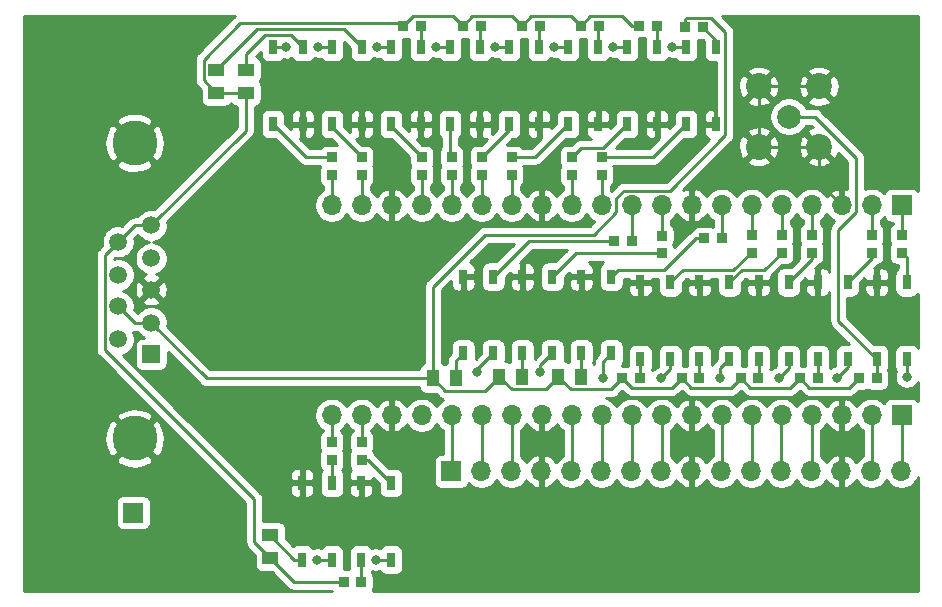
<source format=gbr>
%TF.GenerationSoftware,KiCad,Pcbnew,(5.1.9)-1*%
%TF.CreationDate,2022-05-02T16:44:27-06:00*%
%TF.ProjectId,Resistor_Cali,52657369-7374-46f7-925f-43616c692e6b,rev?*%
%TF.SameCoordinates,Original*%
%TF.FileFunction,Copper,L1,Top*%
%TF.FilePolarity,Positive*%
%FSLAX46Y46*%
G04 Gerber Fmt 4.6, Leading zero omitted, Abs format (unit mm)*
G04 Created by KiCad (PCBNEW (5.1.9)-1) date 2022-05-02 16:44:27*
%MOMM*%
%LPD*%
G01*
G04 APERTURE LIST*
%TA.AperFunction,ComponentPad*%
%ADD10C,2.200000*%
%TD*%
%TA.AperFunction,ComponentPad*%
%ADD11C,2.000000*%
%TD*%
%TA.AperFunction,SMDPad,CuDef*%
%ADD12R,0.800000X1.300000*%
%TD*%
%TA.AperFunction,SMDPad,CuDef*%
%ADD13R,0.864000X0.806000*%
%TD*%
%TA.AperFunction,SMDPad,CuDef*%
%ADD14R,1.377000X1.133000*%
%TD*%
%TA.AperFunction,SMDPad,CuDef*%
%ADD15R,1.133000X1.377000*%
%TD*%
%TA.AperFunction,SMDPad,CuDef*%
%ADD16R,0.806000X0.864000*%
%TD*%
%TA.AperFunction,ComponentPad*%
%ADD17O,1.700000X1.700000*%
%TD*%
%TA.AperFunction,ComponentPad*%
%ADD18R,1.700000X1.700000*%
%TD*%
%TA.AperFunction,ComponentPad*%
%ADD19C,3.810000*%
%TD*%
%TA.AperFunction,ComponentPad*%
%ADD20R,1.520000X1.520000*%
%TD*%
%TA.AperFunction,ComponentPad*%
%ADD21C,1.520000*%
%TD*%
%TA.AperFunction,ViaPad*%
%ADD22C,0.800000*%
%TD*%
%TA.AperFunction,Conductor*%
%ADD23C,0.250000*%
%TD*%
%TA.AperFunction,Conductor*%
%ADD24C,0.254000*%
%TD*%
%TA.AperFunction,Conductor*%
%ADD25C,0.100000*%
%TD*%
G04 APERTURE END LIST*
D10*
%TO.P,J1,2*%
%TO.N,GND*%
X-7030000Y3410000D03*
X-12130000Y3410000D03*
X-12130000Y8510000D03*
X-7030000Y8510000D03*
D11*
%TO.P,J1,1*%
%TO.N,Net-(J1-Pad1)*%
X-9580000Y5960000D03*
%TD*%
D12*
%TO.P,U16,1*%
%TO.N,Net-(R25-Pad2)*%
X-53270000Y5325000D03*
%TO.P,U16,2*%
%TO.N,GND*%
X-50730000Y5325000D03*
%TO.P,U16,4*%
%TO.N,/I+_2*%
X-53270000Y11825000D03*
%TO.P,U16,3*%
%TO.N,Net-(R32-Pad1)*%
X-50730000Y11825000D03*
%TD*%
%TO.P,U15,1*%
%TO.N,Net-(R24-Pad2)*%
X-48270000Y5325000D03*
%TO.P,U15,2*%
%TO.N,GND*%
X-45730000Y5325000D03*
%TO.P,U15,4*%
%TO.N,/I+_2*%
X-48270000Y11825000D03*
%TO.P,U15,3*%
%TO.N,Net-(R31-Pad1)*%
X-45730000Y11825000D03*
%TD*%
%TO.P,U7,1*%
%TO.N,Net-(R7-Pad2)*%
X-29605000Y-7600000D03*
%TO.P,U7,2*%
%TO.N,GND*%
X-32145000Y-7600000D03*
%TO.P,U7,4*%
%TO.N,/I+*%
X-29605000Y-14100000D03*
%TO.P,U7,3*%
%TO.N,Net-(R14-Pad1)*%
X-32145000Y-14100000D03*
%TD*%
%TO.P,U14,1*%
%TO.N,Net-(R23-Pad2)*%
X-43270000Y5325000D03*
%TO.P,U14,2*%
%TO.N,GND*%
X-40730000Y5325000D03*
%TO.P,U14,4*%
%TO.N,/I+_2*%
X-43270000Y11825000D03*
%TO.P,U14,3*%
%TO.N,Net-(R30-Pad1)*%
X-40730000Y11825000D03*
%TD*%
%TO.P,U6,1*%
%TO.N,Net-(R6-Pad2)*%
X-24605000Y-7600000D03*
%TO.P,U6,2*%
%TO.N,GND*%
X-27145000Y-7600000D03*
%TO.P,U6,4*%
%TO.N,/I+*%
X-24605000Y-14100000D03*
%TO.P,U6,3*%
%TO.N,Net-(R13-Pad1)*%
X-27145000Y-14100000D03*
%TD*%
%TO.P,U13,1*%
%TO.N,Net-(R22-Pad2)*%
X-38270000Y5325000D03*
%TO.P,U13,2*%
%TO.N,GND*%
X-35730000Y5325000D03*
%TO.P,U13,4*%
%TO.N,/I+_2*%
X-38270000Y11825000D03*
%TO.P,U13,3*%
%TO.N,Net-(R29-Pad1)*%
X-35730000Y11825000D03*
%TD*%
%TO.P,U18,1*%
%TO.N,Net-(R34-Pad2)*%
X-43255000Y-25050000D03*
%TO.P,U18,2*%
%TO.N,GND*%
X-45795000Y-25050000D03*
%TO.P,U18,4*%
%TO.N,/I+_2*%
X-43255000Y-31550000D03*
%TO.P,U18,3*%
%TO.N,Net-(R36-Pad1)*%
X-45795000Y-31550000D03*
%TD*%
%TO.P,U5,1*%
%TO.N,Net-(R5-Pad2)*%
X-19605000Y-8075000D03*
%TO.P,U5,2*%
%TO.N,GND*%
X-22145000Y-8075000D03*
%TO.P,U5,4*%
%TO.N,/I+*%
X-19605000Y-14575000D03*
%TO.P,U5,3*%
%TO.N,Net-(R12-Pad1)*%
X-22145000Y-14575000D03*
%TD*%
%TO.P,U12,1*%
%TO.N,Net-(R21-Pad2)*%
X-33270000Y5325000D03*
%TO.P,U12,2*%
%TO.N,GND*%
X-30730000Y5325000D03*
%TO.P,U12,4*%
%TO.N,/I+_2*%
X-33270000Y11825000D03*
%TO.P,U12,3*%
%TO.N,Net-(R28-Pad1)*%
X-30730000Y11825000D03*
%TD*%
%TO.P,U4,1*%
%TO.N,Net-(R4-Pad2)*%
X-14605000Y-8075000D03*
%TO.P,U4,2*%
%TO.N,GND*%
X-17145000Y-8075000D03*
%TO.P,U4,4*%
%TO.N,/I+*%
X-14605000Y-14575000D03*
%TO.P,U4,3*%
%TO.N,Net-(R11-Pad1)*%
X-17145000Y-14575000D03*
%TD*%
%TO.P,U17,1*%
%TO.N,Net-(R33-Pad2)*%
X-48255000Y-25050000D03*
%TO.P,U17,2*%
%TO.N,GND*%
X-50795000Y-25050000D03*
%TO.P,U17,4*%
%TO.N,/I+_2*%
X-48255000Y-31550000D03*
%TO.P,U17,3*%
%TO.N,Net-(R35-Pad1)*%
X-50795000Y-31550000D03*
%TD*%
%TO.P,U11,1*%
%TO.N,Net-(R20-Pad2)*%
X-28270000Y5325000D03*
%TO.P,U11,2*%
%TO.N,GND*%
X-25730000Y5325000D03*
%TO.P,U11,4*%
%TO.N,/I+_2*%
X-28270000Y11825000D03*
%TO.P,U11,3*%
%TO.N,Net-(R27-Pad1)*%
X-25730000Y11825000D03*
%TD*%
%TO.P,U3,1*%
%TO.N,Net-(R3-Pad2)*%
X-9605000Y-8075000D03*
%TO.P,U3,2*%
%TO.N,GND*%
X-12145000Y-8075000D03*
%TO.P,U3,4*%
%TO.N,/I+*%
X-9605000Y-14575000D03*
%TO.P,U3,3*%
%TO.N,Net-(R10-Pad1)*%
X-12145000Y-14575000D03*
%TD*%
%TO.P,U10,1*%
%TO.N,Net-(R19-Pad2)*%
X-23270000Y5325000D03*
%TO.P,U10,2*%
%TO.N,GND*%
X-20730000Y5325000D03*
%TO.P,U10,4*%
%TO.N,/I+_2*%
X-23270000Y11825000D03*
%TO.P,U10,3*%
%TO.N,Net-(R26-Pad1)*%
X-20730000Y11825000D03*
%TD*%
%TO.P,U9,1*%
%TO.N,Net-(R16-Pad2)*%
X-18270000Y5325000D03*
%TO.P,U9,2*%
%TO.N,GND*%
X-15730000Y5325000D03*
%TO.P,U9,4*%
%TO.N,/I+*%
X-18270000Y11825000D03*
%TO.P,U9,3*%
%TO.N,Net-(R18-Pad1)*%
X-15730000Y11825000D03*
%TD*%
%TO.P,U2,1*%
%TO.N,Net-(R2-Pad2)*%
X-4605000Y-8075000D03*
%TO.P,U2,2*%
%TO.N,GND*%
X-7145000Y-8075000D03*
%TO.P,U2,4*%
%TO.N,/I+*%
X-4605000Y-14575000D03*
%TO.P,U2,3*%
%TO.N,Net-(R9-Pad1)*%
X-7145000Y-14575000D03*
%TD*%
%TO.P,U8,1*%
%TO.N,Net-(R15-Pad2)*%
X-34605000Y-7600000D03*
%TO.P,U8,2*%
%TO.N,GND*%
X-37145000Y-7600000D03*
%TO.P,U8,4*%
%TO.N,/I+*%
X-34605000Y-14100000D03*
%TO.P,U8,3*%
%TO.N,Net-(R17-Pad1)*%
X-37145000Y-14100000D03*
%TD*%
%TO.P,U1,1*%
%TO.N,Net-(R1-Pad2)*%
X395000Y-8075000D03*
%TO.P,U1,2*%
%TO.N,GND*%
X-2145000Y-8075000D03*
%TO.P,U1,4*%
%TO.N,/I+*%
X395000Y-14575000D03*
%TO.P,U1,3*%
%TO.N,Net-(J1-Pad1)*%
X-2145000Y-14575000D03*
%TD*%
D13*
%TO.P,R25,2*%
%TO.N,Net-(R25-Pad2)*%
X-48285000Y2528000D03*
%TO.P,R25,1*%
%TO.N,/15*%
X-48285000Y1022000D03*
%TD*%
D14*
%TO.P,R32,2*%
%TO.N,/I-_2*%
X-55550000Y7984000D03*
%TO.P,R32,1*%
%TO.N,Net-(R32-Pad1)*%
X-55550000Y9916000D03*
%TD*%
D13*
%TO.P,R24,2*%
%TO.N,Net-(R24-Pad2)*%
X-45745000Y2528000D03*
%TO.P,R24,1*%
%TO.N,/14*%
X-45745000Y1022000D03*
%TD*%
%TO.P,R7,2*%
%TO.N,Net-(R7-Pad2)*%
X-20320000Y-5623000D03*
%TO.P,R7,1*%
%TO.N,/6*%
X-20320000Y-4117000D03*
%TD*%
D14*
%TO.P,R31,2*%
%TO.N,/I-_2*%
X-58060000Y7984000D03*
%TO.P,R31,1*%
%TO.N,Net-(R31-Pad1)*%
X-58060000Y9916000D03*
%TD*%
D15*
%TO.P,R14,2*%
%TO.N,/I-*%
X-34076000Y-16080000D03*
%TO.P,R14,1*%
%TO.N,Net-(R14-Pad1)*%
X-32144000Y-16080000D03*
%TD*%
D13*
%TO.P,R23,2*%
%TO.N,Net-(R23-Pad2)*%
X-40665000Y2528000D03*
%TO.P,R23,1*%
%TO.N,/13*%
X-40665000Y1022000D03*
%TD*%
D16*
%TO.P,R6,2*%
%TO.N,Net-(R6-Pad2)*%
X-16753000Y-4350000D03*
%TO.P,R6,1*%
%TO.N,/5*%
X-15247000Y-4350000D03*
%TD*%
%TO.P,R30,2*%
%TO.N,/I-_2*%
X-42232400Y13625000D03*
%TO.P,R30,1*%
%TO.N,Net-(R30-Pad1)*%
X-40726400Y13625000D03*
%TD*%
D15*
%TO.P,R13,2*%
%TO.N,/I-*%
X-29086000Y-16060000D03*
%TO.P,R13,1*%
%TO.N,Net-(R13-Pad1)*%
X-27154000Y-16060000D03*
%TD*%
D13*
%TO.P,R22,2*%
%TO.N,Net-(R22-Pad2)*%
X-38125000Y2528000D03*
%TO.P,R22,1*%
%TO.N,/12*%
X-38125000Y1022000D03*
%TD*%
%TO.P,R34,2*%
%TO.N,Net-(R34-Pad2)*%
X-45745000Y-23083000D03*
%TO.P,R34,1*%
%TO.N,/17*%
X-45745000Y-21577000D03*
%TD*%
D16*
%TO.P,R29,2*%
%TO.N,/I-_2*%
X-37177800Y13629000D03*
%TO.P,R29,1*%
%TO.N,Net-(R29-Pad1)*%
X-35671800Y13629000D03*
%TD*%
D13*
%TO.P,R5,2*%
%TO.N,Net-(R5-Pad2)*%
X-12725000Y-5553000D03*
%TO.P,R5,1*%
%TO.N,/4*%
X-12725000Y-4047000D03*
%TD*%
D16*
%TO.P,R36,2*%
%TO.N,/I-_2*%
X-47278000Y-33450000D03*
%TO.P,R36,1*%
%TO.N,Net-(R36-Pad1)*%
X-45772000Y-33450000D03*
%TD*%
%TO.P,R12,2*%
%TO.N,/I-*%
X-23678000Y-16200000D03*
%TO.P,R12,1*%
%TO.N,Net-(R12-Pad1)*%
X-22172000Y-16200000D03*
%TD*%
D13*
%TO.P,R21,2*%
%TO.N,Net-(R21-Pad2)*%
X-35585000Y2528000D03*
%TO.P,R21,1*%
%TO.N,/11*%
X-35585000Y1022000D03*
%TD*%
D16*
%TO.P,R28,2*%
%TO.N,/I-_2*%
X-32174000Y13629000D03*
%TO.P,R28,1*%
%TO.N,Net-(R28-Pad1)*%
X-30668000Y13629000D03*
%TD*%
D13*
%TO.P,R4,2*%
%TO.N,Net-(R4-Pad2)*%
X-10185000Y-5553000D03*
%TO.P,R4,1*%
%TO.N,/3*%
X-10185000Y-4047000D03*
%TD*%
%TO.P,R33,2*%
%TO.N,Net-(R33-Pad2)*%
X-48285000Y-23083000D03*
%TO.P,R33,1*%
%TO.N,/16*%
X-48285000Y-21577000D03*
%TD*%
D16*
%TO.P,R11,2*%
%TO.N,/I-*%
X-18653000Y-16200000D03*
%TO.P,R11,1*%
%TO.N,Net-(R11-Pad1)*%
X-17147000Y-16200000D03*
%TD*%
D14*
%TO.P,R35,2*%
%TO.N,/I-_2*%
X-53490000Y-31426000D03*
%TO.P,R35,1*%
%TO.N,Net-(R35-Pad1)*%
X-53490000Y-29494000D03*
%TD*%
D13*
%TO.P,R20,2*%
%TO.N,Net-(R20-Pad2)*%
X-33045000Y2528000D03*
%TO.P,R20,1*%
%TO.N,/10*%
X-33045000Y1022000D03*
%TD*%
D16*
%TO.P,R27,2*%
%TO.N,/I-_2*%
X-27195600Y13629000D03*
%TO.P,R27,1*%
%TO.N,Net-(R27-Pad1)*%
X-25689600Y13629000D03*
%TD*%
D13*
%TO.P,R3,2*%
%TO.N,Net-(R3-Pad2)*%
X-7645000Y-5553000D03*
%TO.P,R3,1*%
%TO.N,/2*%
X-7645000Y-4047000D03*
%TD*%
%TO.P,R19,2*%
%TO.N,Net-(R19-Pad2)*%
X-27965000Y2528000D03*
%TO.P,R19,1*%
%TO.N,/9*%
X-27965000Y1022000D03*
%TD*%
D16*
%TO.P,R10,2*%
%TO.N,/I-*%
X-13653000Y-16200000D03*
%TO.P,R10,1*%
%TO.N,Net-(R10-Pad1)*%
X-12147000Y-16200000D03*
%TD*%
D13*
%TO.P,R16,2*%
%TO.N,Net-(R16-Pad2)*%
X-25425000Y2528000D03*
%TO.P,R16,1*%
%TO.N,/8*%
X-25425000Y1022000D03*
%TD*%
D16*
%TO.P,R26,2*%
%TO.N,/I-_2*%
X-22228000Y13650000D03*
%TO.P,R26,1*%
%TO.N,Net-(R26-Pad1)*%
X-20722000Y13650000D03*
%TD*%
%TO.P,R18,2*%
%TO.N,/I-*%
X-18353000Y13500000D03*
%TO.P,R18,1*%
%TO.N,Net-(R18-Pad1)*%
X-16847000Y13500000D03*
%TD*%
D13*
%TO.P,R2,2*%
%TO.N,Net-(R2-Pad2)*%
X-2565000Y-5553000D03*
%TO.P,R2,1*%
%TO.N,/1*%
X-2565000Y-4047000D03*
%TD*%
D16*
%TO.P,R9,2*%
%TO.N,/I-*%
X-8653000Y-16200000D03*
%TO.P,R9,1*%
%TO.N,Net-(R9-Pad1)*%
X-7147000Y-16200000D03*
%TD*%
%TO.P,R15,2*%
%TO.N,Net-(R15-Pad2)*%
X-24393000Y-4540000D03*
%TO.P,R15,1*%
%TO.N,/7*%
X-22887000Y-4540000D03*
%TD*%
D13*
%TO.P,R1,2*%
%TO.N,Net-(R1-Pad2)*%
X-25000Y-5553000D03*
%TO.P,R1,1*%
%TO.N,/0*%
X-25000Y-4047000D03*
%TD*%
D15*
%TO.P,R17,2*%
%TO.N,/I-*%
X-39716000Y-16210000D03*
%TO.P,R17,1*%
%TO.N,Net-(R17-Pad1)*%
X-37784000Y-16210000D03*
%TD*%
D16*
%TO.P,R8,2*%
%TO.N,/I-*%
X-3653000Y-16200000D03*
%TO.P,R8,1*%
%TO.N,Net-(J1-Pad1)*%
X-2147000Y-16200000D03*
%TD*%
D17*
%TO.P,J5,16*%
%TO.N,/VBUS*%
X-50000Y-24075000D03*
%TO.P,J5,15*%
%TO.N,/VSYS*%
X-2590000Y-24075000D03*
%TO.P,J5,14*%
%TO.N,GND*%
X-5130000Y-24075000D03*
%TO.P,J5,13*%
%TO.N,/3V3_EN*%
X-7670000Y-24075000D03*
%TO.P,J5,12*%
%TO.N,/3V3_OUT*%
X-10210000Y-24075000D03*
%TO.P,J5,11*%
%TO.N,/ADC_VREF*%
X-12750000Y-24075000D03*
%TO.P,J5,10*%
%TO.N,/28*%
X-15290000Y-24075000D03*
%TO.P,J5,9*%
%TO.N,GND*%
X-17830000Y-24075000D03*
%TO.P,J5,8*%
%TO.N,/27*%
X-20370000Y-24075000D03*
%TO.P,J5,7*%
%TO.N,/26*%
X-22910000Y-24075000D03*
%TO.P,J5,6*%
%TO.N,/RUN*%
X-25450000Y-24075000D03*
%TO.P,J5,5*%
%TO.N,/22*%
X-27990000Y-24075000D03*
%TO.P,J5,4*%
%TO.N,GND*%
X-30530000Y-24075000D03*
%TO.P,J5,3*%
%TO.N,/21*%
X-33070000Y-24075000D03*
%TO.P,J5,2*%
%TO.N,/20*%
X-35610000Y-24075000D03*
D18*
%TO.P,J5,1*%
%TO.N,/19*%
X-38150000Y-24075000D03*
%TD*%
D17*
%TO.P,J4,20*%
%TO.N,/16*%
X-48285000Y-19330000D03*
%TO.P,J4,19*%
%TO.N,/17*%
X-45745000Y-19330000D03*
%TO.P,J4,18*%
%TO.N,GND*%
X-43205000Y-19330000D03*
%TO.P,J4,17*%
%TO.N,/18*%
X-40665000Y-19330000D03*
%TO.P,J4,16*%
%TO.N,/19*%
X-38125000Y-19330000D03*
%TO.P,J4,15*%
%TO.N,/20*%
X-35585000Y-19330000D03*
%TO.P,J4,14*%
%TO.N,/21*%
X-33045000Y-19330000D03*
%TO.P,J4,13*%
%TO.N,GND*%
X-30505000Y-19330000D03*
%TO.P,J4,12*%
%TO.N,/22*%
X-27965000Y-19330000D03*
%TO.P,J4,11*%
%TO.N,/RUN*%
X-25425000Y-19330000D03*
%TO.P,J4,10*%
%TO.N,/26*%
X-22885000Y-19330000D03*
%TO.P,J4,9*%
%TO.N,/27*%
X-20345000Y-19330000D03*
%TO.P,J4,8*%
%TO.N,GND*%
X-17805000Y-19330000D03*
%TO.P,J4,7*%
%TO.N,/28*%
X-15265000Y-19330000D03*
%TO.P,J4,6*%
%TO.N,/ADC_VREF*%
X-12725000Y-19330000D03*
%TO.P,J4,5*%
%TO.N,/3V3_OUT*%
X-10185000Y-19330000D03*
%TO.P,J4,4*%
%TO.N,/3V3_EN*%
X-7645000Y-19330000D03*
%TO.P,J4,3*%
%TO.N,GND*%
X-5105000Y-19330000D03*
%TO.P,J4,2*%
%TO.N,/VSYS*%
X-2565000Y-19330000D03*
D18*
%TO.P,J4,1*%
%TO.N,/VBUS*%
X-25000Y-19330000D03*
%TD*%
D17*
%TO.P,J3,20*%
%TO.N,/15*%
X-48285000Y-1550000D03*
%TO.P,J3,19*%
%TO.N,/14*%
X-45745000Y-1550000D03*
%TO.P,J3,18*%
%TO.N,GND*%
X-43205000Y-1550000D03*
%TO.P,J3,17*%
%TO.N,/13*%
X-40665000Y-1550000D03*
%TO.P,J3,16*%
%TO.N,/12*%
X-38125000Y-1550000D03*
%TO.P,J3,15*%
%TO.N,/11*%
X-35585000Y-1550000D03*
%TO.P,J3,14*%
%TO.N,/10*%
X-33045000Y-1550000D03*
%TO.P,J3,13*%
%TO.N,GND*%
X-30505000Y-1550000D03*
%TO.P,J3,12*%
%TO.N,/9*%
X-27965000Y-1550000D03*
%TO.P,J3,11*%
%TO.N,/8*%
X-25425000Y-1550000D03*
%TO.P,J3,10*%
%TO.N,/7*%
X-22885000Y-1550000D03*
%TO.P,J3,9*%
%TO.N,/6*%
X-20345000Y-1550000D03*
%TO.P,J3,8*%
%TO.N,GND*%
X-17805000Y-1550000D03*
%TO.P,J3,7*%
%TO.N,/5*%
X-15265000Y-1550000D03*
%TO.P,J3,6*%
%TO.N,/4*%
X-12725000Y-1550000D03*
%TO.P,J3,5*%
%TO.N,/3*%
X-10185000Y-1550000D03*
%TO.P,J3,4*%
%TO.N,/2*%
X-7645000Y-1550000D03*
%TO.P,J3,3*%
%TO.N,GND*%
X-5105000Y-1550000D03*
%TO.P,J3,2*%
%TO.N,/1*%
X-2565000Y-1550000D03*
D18*
%TO.P,J3,1*%
%TO.N,/0*%
X-25000Y-1550000D03*
%TD*%
D19*
%TO.P,J2,0*%
%TO.N,GND*%
X-64975000Y3730000D03*
X-64975000Y-21290000D03*
D20*
%TO.P,J2,1*%
%TO.N,/I+*%
X-63575000Y-14180000D03*
D21*
%TO.P,J2,2*%
%TO.N,/I-*%
X-63575000Y-11510000D03*
%TO.P,J2,3*%
%TO.N,GND*%
X-63575000Y-8720000D03*
%TO.P,J2,4*%
%TO.N,/I+_2*%
X-63575000Y-6050000D03*
%TO.P,J2,5*%
%TO.N,/I-_2*%
X-63575000Y-3260000D03*
%TO.P,J2,6*%
%TO.N,/I+*%
X-66365000Y-12910000D03*
%TO.P,J2,7*%
%TO.N,/I-*%
X-66365000Y-10120000D03*
%TO.P,J2,8*%
%TO.N,/I+_2*%
X-66365000Y-7450000D03*
%TO.P,J2,9*%
%TO.N,/I-_2*%
X-66365000Y-4650000D03*
%TD*%
D18*
%TO.P,J6,1*%
%TO.N,/18*%
X-65090000Y-27570000D03*
%TD*%
D22*
%TO.N,/I+_2*%
X-44540000Y-31550000D03*
X-49520000Y-31550000D03*
%TO.N,/I+*%
X-19430000Y11870000D03*
%TO.N,/I+_2*%
X-24430000Y11870000D03*
X-29430000Y11870000D03*
X-34430000Y11870000D03*
X-39430000Y11870000D03*
X-44430000Y11870000D03*
X-49430000Y11870000D03*
X-52110000Y11820000D03*
%TO.N,/I+*%
X-5510000Y-16190000D03*
X-10440000Y-16200000D03*
X-15390000Y-16200000D03*
X-20370000Y-16200000D03*
X-25290000Y-16190000D03*
X-30620000Y-15690000D03*
X-35950000Y-15670000D03*
X410000Y-16070000D03*
%TD*%
D23*
%TO.N,/I-_2*%
X-51466000Y-33450000D02*
X-53490000Y-31426000D01*
X-47278000Y-33450000D02*
X-51466000Y-33450000D01*
X-26388599Y14436001D02*
X-27195600Y13629000D01*
X-23667001Y14436001D02*
X-26388599Y14436001D01*
X-22881000Y13650000D02*
X-23667001Y14436001D01*
X-22228000Y13650000D02*
X-22881000Y13650000D01*
X-31366999Y14436001D02*
X-32174000Y13629000D01*
X-28002601Y14436001D02*
X-31366999Y14436001D01*
X-27195600Y13629000D02*
X-28002601Y14436001D01*
X-36370799Y14436001D02*
X-37177800Y13629000D01*
X-32981001Y14436001D02*
X-36370799Y14436001D01*
X-32174000Y13629000D02*
X-32981001Y14436001D01*
X-41425399Y14432001D02*
X-42232400Y13625000D01*
X-37980801Y14432001D02*
X-41425399Y14432001D01*
X-37177800Y13629000D02*
X-37980801Y14432001D01*
X-59123501Y10782501D02*
X-59123501Y9047501D01*
X-59123501Y9047501D02*
X-58060000Y7984000D01*
X-56055981Y13850021D02*
X-59123501Y10782501D01*
X-42457421Y13850021D02*
X-56055981Y13850021D01*
X-42232400Y13625000D02*
X-42457421Y13850021D01*
X-58060000Y7984000D02*
X-55550000Y7984000D01*
X-55550000Y4765000D02*
X-63575000Y-3260000D01*
X-55550000Y7984000D02*
X-55550000Y4765000D01*
X-64975000Y-3260000D02*
X-66365000Y-4650000D01*
X-63575000Y-3260000D02*
X-64975000Y-3260000D01*
X-67500001Y-5785001D02*
X-67500001Y-13779999D01*
X-66365000Y-4650000D02*
X-67500001Y-5785001D01*
X-67500001Y-13779999D02*
X-54830000Y-26450000D01*
X-54830000Y-30086000D02*
X-53490000Y-31426000D01*
X-54830000Y-26450000D02*
X-54830000Y-30086000D01*
%TO.N,/I+_2*%
X-24385000Y11825000D02*
X-24430000Y11870000D01*
X-23270000Y11825000D02*
X-24385000Y11825000D01*
X-29385000Y11825000D02*
X-29430000Y11870000D01*
X-28270000Y11825000D02*
X-29385000Y11825000D01*
X-34385000Y11825000D02*
X-34430000Y11870000D01*
X-33270000Y11825000D02*
X-34385000Y11825000D01*
X-39385000Y11825000D02*
X-39430000Y11870000D01*
X-38270000Y11825000D02*
X-39385000Y11825000D01*
X-44385000Y11825000D02*
X-44430000Y11870000D01*
X-43270000Y11825000D02*
X-44385000Y11825000D01*
X-49385000Y11825000D02*
X-49430000Y11870000D01*
X-48270000Y11825000D02*
X-49385000Y11825000D01*
X-52115000Y11825000D02*
X-52110000Y11820000D01*
X-53270000Y11825000D02*
X-52115000Y11825000D01*
X-43255000Y-31550000D02*
X-44540000Y-31550000D01*
X-48255000Y-31550000D02*
X-49520000Y-31550000D01*
%TO.N,GND*%
X-5130000Y-19355000D02*
X-5105000Y-19330000D01*
X-5130000Y-24075000D02*
X-5130000Y-19355000D01*
X-17805000Y-24050000D02*
X-17830000Y-24075000D01*
X-17805000Y-19330000D02*
X-17805000Y-24050000D01*
X-30505000Y-24050000D02*
X-30530000Y-24075000D01*
X-30505000Y-19330000D02*
X-30505000Y-24050000D01*
X-7030000Y3410000D02*
X-12130000Y3410000D01*
X-12130000Y3410000D02*
X-12130000Y8510000D01*
X-12130000Y8510000D02*
X-7030000Y8510000D01*
X-12845000Y3410000D02*
X-12130000Y3410000D01*
X-5105000Y-1550000D02*
X-6330001Y-324999D01*
X-7030000Y375000D02*
X-5105000Y-1550000D01*
X-7030000Y3410000D02*
X-7030000Y375000D01*
%TO.N,/I-*%
X-7845999Y-17007001D02*
X-8653000Y-16200000D01*
X-4460001Y-17007001D02*
X-7845999Y-17007001D01*
X-3653000Y-16200000D02*
X-4460001Y-17007001D01*
X-12845999Y-17007001D02*
X-13653000Y-16200000D01*
X-9460001Y-17007001D02*
X-12845999Y-17007001D01*
X-8653000Y-16200000D02*
X-9460001Y-17007001D01*
X-17845999Y-17007001D02*
X-18653000Y-16200000D01*
X-14460001Y-17007001D02*
X-17845999Y-17007001D01*
X-13653000Y-16200000D02*
X-14460001Y-17007001D01*
X-22870999Y-17007001D02*
X-23678000Y-16200000D01*
X-19460001Y-17007001D02*
X-22870999Y-17007001D01*
X-18653000Y-16200000D02*
X-19460001Y-17007001D01*
X-28022499Y-17123501D02*
X-29086000Y-16060000D01*
X-24601501Y-17123501D02*
X-28022499Y-17123501D01*
X-23678000Y-16200000D02*
X-24601501Y-17123501D01*
X-33012499Y-17143501D02*
X-34076000Y-16080000D01*
X-30169501Y-17143501D02*
X-33012499Y-17143501D01*
X-29086000Y-16060000D02*
X-30169501Y-17143501D01*
X-38652499Y-17273501D02*
X-39716000Y-16210000D01*
X-35269501Y-17273501D02*
X-38652499Y-17273501D01*
X-34076000Y-16080000D02*
X-35269501Y-17273501D01*
X-35309992Y-4039990D02*
X-39716000Y-8445998D01*
X-24199999Y-2138001D02*
X-26101988Y-4039990D01*
X-24199999Y-961999D02*
X-24199999Y-2138001D01*
X-23562999Y-324999D02*
X-24199999Y-961999D01*
X-19654997Y-324999D02*
X-23562999Y-324999D01*
X-39716000Y-8445998D02*
X-39716000Y-16210000D01*
X-14954999Y13118001D02*
X-14954999Y4374999D01*
X-16143999Y14307001D02*
X-14954999Y13118001D01*
X-26101988Y-4039990D02*
X-35309992Y-4039990D01*
X-18227999Y14307001D02*
X-16143999Y14307001D01*
X-14954999Y4374999D02*
X-19654997Y-324999D01*
X-18353000Y14182000D02*
X-18227999Y14307001D01*
X-18353000Y13500000D02*
X-18353000Y14182000D01*
X-64975000Y-11510000D02*
X-66365000Y-10120000D01*
X-63575000Y-11510000D02*
X-64975000Y-11510000D01*
X-39716000Y-16210000D02*
X-58875000Y-16210000D01*
X-58875000Y-16210000D02*
X-63575000Y-11510000D01*
%TO.N,/I+*%
X410000Y-14590000D02*
X395000Y-14575000D01*
X410000Y-16070000D02*
X410000Y-14590000D01*
X-4605000Y-15285000D02*
X-5510000Y-16190000D01*
X-4605000Y-14575000D02*
X-4605000Y-15285000D01*
X-9605000Y-15365000D02*
X-10440000Y-16200000D01*
X-9605000Y-14575000D02*
X-9605000Y-15365000D01*
X-15390000Y-15360000D02*
X-14605000Y-14575000D01*
X-15390000Y-16200000D02*
X-15390000Y-15360000D01*
X-19605000Y-15435000D02*
X-20370000Y-16200000D01*
X-19605000Y-14575000D02*
X-19605000Y-15435000D01*
X-25290000Y-14785000D02*
X-24605000Y-14100000D01*
X-25290000Y-16190000D02*
X-25290000Y-14785000D01*
X-30620000Y-15115000D02*
X-29605000Y-14100000D01*
X-30620000Y-15690000D02*
X-30620000Y-15115000D01*
X-35950000Y-15445000D02*
X-34605000Y-14100000D01*
X-35950000Y-15670000D02*
X-35950000Y-15445000D01*
X-19385000Y11825000D02*
X-19430000Y11870000D01*
X-18270000Y11825000D02*
X-19385000Y11825000D01*
%TO.N,/15*%
X-48285000Y-1550000D02*
X-48285000Y1022000D01*
%TO.N,/14*%
X-45745000Y1022000D02*
X-45745000Y-1550000D01*
%TO.N,/13*%
X-40665000Y-1550000D02*
X-40665000Y1022000D01*
%TO.N,/12*%
X-38125000Y1022000D02*
X-38125000Y-1550000D01*
%TO.N,/11*%
X-35585000Y-1550000D02*
X-35585000Y1022000D01*
%TO.N,/10*%
X-33045000Y1022000D02*
X-33045000Y-1550000D01*
%TO.N,/9*%
X-27965000Y-1550000D02*
X-27965000Y1022000D01*
%TO.N,/8*%
X-25425000Y-1550000D02*
X-25425000Y1022000D01*
%TO.N,/7*%
X-22885000Y-4538000D02*
X-22887000Y-4540000D01*
X-22885000Y-1550000D02*
X-22885000Y-4538000D01*
%TO.N,/6*%
X-20345000Y-4092000D02*
X-20320000Y-4117000D01*
X-20345000Y-1550000D02*
X-20345000Y-4092000D01*
%TO.N,/5*%
X-15265000Y-4332000D02*
X-15247000Y-4350000D01*
X-15265000Y-1550000D02*
X-15265000Y-4332000D01*
%TO.N,/4*%
X-12725000Y-1550000D02*
X-12725000Y-4047000D01*
%TO.N,/3*%
X-10185000Y-4047000D02*
X-10185000Y-1550000D01*
%TO.N,/2*%
X-7645000Y-1550000D02*
X-7645000Y-4047000D01*
%TO.N,/1*%
X-2565000Y-4047000D02*
X-2565000Y-1550000D01*
%TO.N,/0*%
X-25000Y-1550000D02*
X-25000Y-4047000D01*
%TO.N,/VBUS*%
X-25000Y-24050000D02*
X-50000Y-24075000D01*
X-25000Y-19330000D02*
X-25000Y-24050000D01*
%TO.N,/VSYS*%
X-2565000Y-24050000D02*
X-2590000Y-24075000D01*
X-2565000Y-19330000D02*
X-2565000Y-24050000D01*
%TO.N,/3V3_EN*%
X-7645000Y-24050000D02*
X-7670000Y-24075000D01*
X-7645000Y-19330000D02*
X-7645000Y-24050000D01*
%TO.N,/3V3_OUT*%
X-10210000Y-19355000D02*
X-10185000Y-19330000D01*
X-10210000Y-24075000D02*
X-10210000Y-19355000D01*
%TO.N,/ADC_VREF*%
X-12725000Y-24050000D02*
X-12750000Y-24075000D01*
X-12725000Y-19330000D02*
X-12725000Y-24050000D01*
%TO.N,/28*%
X-15265000Y-24050000D02*
X-15290000Y-24075000D01*
X-15265000Y-19330000D02*
X-15265000Y-24050000D01*
%TO.N,/27*%
X-20345000Y-24050000D02*
X-20370000Y-24075000D01*
X-20345000Y-19330000D02*
X-20345000Y-24050000D01*
%TO.N,/26*%
X-22885000Y-24050000D02*
X-22910000Y-24075000D01*
X-22885000Y-19330000D02*
X-22885000Y-24050000D01*
%TO.N,/RUN*%
X-25425000Y-24050000D02*
X-25450000Y-24075000D01*
X-25425000Y-19330000D02*
X-25425000Y-24050000D01*
%TO.N,/22*%
X-27965000Y-24050000D02*
X-27990000Y-24075000D01*
X-27965000Y-19330000D02*
X-27965000Y-24050000D01*
%TO.N,/21*%
X-33045000Y-24050000D02*
X-33070000Y-24075000D01*
X-33045000Y-19330000D02*
X-33045000Y-24050000D01*
%TO.N,/20*%
X-35585000Y-24050000D02*
X-35610000Y-24075000D01*
X-35585000Y-19330000D02*
X-35585000Y-24050000D01*
%TO.N,/19*%
X-38125000Y-24050000D02*
X-38150000Y-24075000D01*
X-38125000Y-19330000D02*
X-38125000Y-24050000D01*
%TO.N,/17*%
X-45745000Y-19330000D02*
X-45745000Y-21577000D01*
%TO.N,/16*%
X-48285000Y-19330000D02*
X-48285000Y-21577000D01*
%TO.N,Net-(R3-Pad2)*%
X-7645000Y-6115000D02*
X-9605000Y-8075000D01*
X-7645000Y-5553000D02*
X-7645000Y-6115000D01*
%TO.N,Net-(R4-Pad2)*%
X-11681999Y-7049999D02*
X-10185000Y-5553000D01*
X-13579999Y-7049999D02*
X-11681999Y-7049999D01*
X-14605000Y-8075000D02*
X-13579999Y-7049999D01*
%TO.N,Net-(R6-Pad2)*%
X-24054999Y-7049999D02*
X-24605000Y-7600000D01*
X-17406000Y-4350000D02*
X-20105999Y-7049999D01*
X-20105999Y-7049999D02*
X-24054999Y-7049999D01*
X-16753000Y-4350000D02*
X-17406000Y-4350000D01*
%TO.N,Net-(R16-Pad2)*%
X-21067000Y2528000D02*
X-18270000Y5325000D01*
X-25425000Y2528000D02*
X-21067000Y2528000D01*
%TO.N,Net-(R20-Pad2)*%
X-31067000Y2528000D02*
X-28270000Y5325000D01*
X-33045000Y2528000D02*
X-31067000Y2528000D01*
%TO.N,Net-(R22-Pad2)*%
X-38270000Y2673000D02*
X-38125000Y2528000D01*
X-38270000Y5325000D02*
X-38270000Y2673000D01*
%TO.N,Net-(R24-Pad2)*%
X-48270000Y5053000D02*
X-45745000Y2528000D01*
X-48270000Y5325000D02*
X-48270000Y5053000D01*
%TO.N,Net-(R34-Pad2)*%
X-45222000Y-23083000D02*
X-43255000Y-25050000D01*
X-45745000Y-23083000D02*
X-45222000Y-23083000D01*
%TO.N,Net-(R23-Pad2)*%
X-43270000Y5133000D02*
X-40665000Y2528000D01*
X-43270000Y5325000D02*
X-43270000Y5133000D01*
%TO.N,Net-(R25-Pad2)*%
X-50473000Y2528000D02*
X-48285000Y2528000D01*
X-53270000Y5325000D02*
X-50473000Y2528000D01*
%TO.N,Net-(R33-Pad2)*%
X-48285000Y-25020000D02*
X-48255000Y-25050000D01*
X-48285000Y-23083000D02*
X-48285000Y-25020000D01*
%TO.N,Net-(R1-Pad2)*%
X395000Y-5973000D02*
X-25000Y-5553000D01*
X395000Y-8075000D02*
X395000Y-5973000D01*
%TO.N,Net-(R2-Pad2)*%
X-2565000Y-6035000D02*
X-4605000Y-8075000D01*
X-2565000Y-5553000D02*
X-2565000Y-6035000D01*
%TO.N,Net-(R5-Pad2)*%
X-12790120Y-5553000D02*
X-12725000Y-5553000D01*
X-14287119Y-7049999D02*
X-12790120Y-5553000D01*
X-18579999Y-7049999D02*
X-14287119Y-7049999D01*
X-19605000Y-8075000D02*
X-18579999Y-7049999D01*
%TO.N,Net-(R7-Pad2)*%
X-27628000Y-5623000D02*
X-29605000Y-7600000D01*
X-20320000Y-5623000D02*
X-27628000Y-5623000D01*
%TO.N,Net-(R15-Pad2)*%
X-31545000Y-4540000D02*
X-34605000Y-7600000D01*
X-24393000Y-4540000D02*
X-31545000Y-4540000D01*
%TO.N,Net-(R19-Pad2)*%
X-25288999Y3306001D02*
X-23270000Y5325000D01*
X-27186999Y3306001D02*
X-25288999Y3306001D01*
X-27965000Y2528000D02*
X-27186999Y3306001D01*
%TO.N,Net-(R21-Pad2)*%
X-33270000Y4843000D02*
X-35585000Y2528000D01*
X-33270000Y5325000D02*
X-33270000Y4843000D01*
%TO.N,Net-(J1-Pad1)*%
X-2147000Y-14577000D02*
X-2145000Y-14575000D01*
X-2147000Y-16200000D02*
X-2147000Y-14577000D01*
X-5380001Y-3638003D02*
X-3879999Y-2138001D01*
X-5380001Y-11339999D02*
X-5380001Y-3638003D01*
X-2145000Y-14575000D02*
X-5380001Y-11339999D01*
X-3879999Y2443001D02*
X-3879999Y-2138001D01*
X-7396998Y5960000D02*
X-3879999Y2443001D01*
X-9580000Y5960000D02*
X-7396998Y5960000D01*
%TO.N,Net-(R9-Pad1)*%
X-7147000Y-14577000D02*
X-7145000Y-14575000D01*
X-7147000Y-16200000D02*
X-7147000Y-14577000D01*
%TO.N,Net-(R10-Pad1)*%
X-12145000Y-16198000D02*
X-12147000Y-16200000D01*
X-12145000Y-14575000D02*
X-12145000Y-16198000D01*
%TO.N,Net-(R11-Pad1)*%
X-17145000Y-16198000D02*
X-17147000Y-16200000D01*
X-17145000Y-14575000D02*
X-17145000Y-16198000D01*
%TO.N,Net-(R12-Pad1)*%
X-22145000Y-16173000D02*
X-22172000Y-16200000D01*
X-22145000Y-14575000D02*
X-22145000Y-16173000D01*
%TO.N,Net-(R13-Pad1)*%
X-27145000Y-16051000D02*
X-27154000Y-16060000D01*
X-27145000Y-14100000D02*
X-27145000Y-16051000D01*
%TO.N,Net-(R14-Pad1)*%
X-32145000Y-16079000D02*
X-32144000Y-16080000D01*
X-32145000Y-14100000D02*
X-32145000Y-16079000D01*
%TO.N,Net-(R17-Pad1)*%
X-37784000Y-14739000D02*
X-37145000Y-14100000D01*
X-37784000Y-16210000D02*
X-37784000Y-14739000D01*
%TO.N,Net-(R18-Pad1)*%
X-15730000Y12383000D02*
X-16847000Y13500000D01*
X-15730000Y11825000D02*
X-15730000Y12383000D01*
%TO.N,Net-(R26-Pad1)*%
X-20730000Y13642000D02*
X-20722000Y13650000D01*
X-20730000Y11825000D02*
X-20730000Y13642000D01*
%TO.N,Net-(R27-Pad1)*%
X-25730000Y13588600D02*
X-25689600Y13629000D01*
X-25730000Y11825000D02*
X-25730000Y13588600D01*
%TO.N,Net-(R28-Pad1)*%
X-30730000Y13567000D02*
X-30668000Y13629000D01*
X-30730000Y11825000D02*
X-30730000Y13567000D01*
%TO.N,Net-(R29-Pad1)*%
X-35730000Y13570800D02*
X-35671800Y13629000D01*
X-35730000Y11825000D02*
X-35730000Y13570800D01*
%TO.N,Net-(R30-Pad1)*%
X-40730000Y13621400D02*
X-40726400Y13625000D01*
X-40730000Y11825000D02*
X-40730000Y13621400D01*
%TO.N,Net-(R31-Pad1)*%
X-47255011Y13350011D02*
X-45730000Y11825000D01*
X-54625989Y13350011D02*
X-47255011Y13350011D01*
X-58060000Y9916000D02*
X-54625989Y13350011D01*
%TO.N,Net-(R32-Pad1)*%
X-55550000Y11270002D02*
X-55550000Y9916000D01*
X-53970001Y12850001D02*
X-55550000Y11270002D01*
X-51755001Y12850001D02*
X-53970001Y12850001D01*
X-50730000Y11825000D02*
X-51755001Y12850001D01*
%TO.N,Net-(R35-Pad1)*%
X-51434000Y-31550000D02*
X-53490000Y-29494000D01*
X-50795000Y-31550000D02*
X-51434000Y-31550000D01*
%TO.N,Net-(R36-Pad1)*%
X-45795000Y-33427000D02*
X-45772000Y-33450000D01*
X-45795000Y-31550000D02*
X-45795000Y-33427000D01*
%TD*%
D24*
%TO.N,GND*%
X-1464502Y-2644180D02*
X-1405537Y-2754494D01*
X-1326185Y-2851185D01*
X-1229494Y-2930537D01*
X-1119180Y-2989502D01*
X-999482Y-3025812D01*
X-875000Y-3038072D01*
X-784999Y-3038072D01*
X-784999Y-3099301D01*
X-811494Y-3113463D01*
X-908185Y-3192815D01*
X-987537Y-3289506D01*
X-1046502Y-3399820D01*
X-1082812Y-3519518D01*
X-1095072Y-3644000D01*
X-1095072Y-4450000D01*
X-1082812Y-4574482D01*
X-1046502Y-4694180D01*
X-989939Y-4800000D01*
X-1046502Y-4905820D01*
X-1082812Y-5025518D01*
X-1095072Y-5150000D01*
X-1095072Y-5956000D01*
X-1082812Y-6080482D01*
X-1046502Y-6200180D01*
X-987537Y-6310494D01*
X-908185Y-6407185D01*
X-811494Y-6486537D01*
X-701180Y-6545502D01*
X-581482Y-6581812D01*
X-457000Y-6594072D01*
X-364999Y-6594072D01*
X-364999Y-6898981D01*
X-456185Y-6973815D01*
X-535537Y-7070506D01*
X-594502Y-7180820D01*
X-630812Y-7300518D01*
X-643072Y-7425000D01*
X-643072Y-8725000D01*
X-630812Y-8849482D01*
X-594502Y-8969180D01*
X-535537Y-9079494D01*
X-456185Y-9176185D01*
X-359494Y-9255537D01*
X-249180Y-9314502D01*
X-129482Y-9350812D01*
X-5000Y-9363072D01*
X795000Y-9363072D01*
X919482Y-9350812D01*
X1039180Y-9314502D01*
X1149494Y-9255537D01*
X1246185Y-9176185D01*
X1325537Y-9079494D01*
X1340000Y-9052435D01*
X1340001Y-13597565D01*
X1325537Y-13570506D01*
X1246185Y-13473815D01*
X1149494Y-13394463D01*
X1039180Y-13335498D01*
X919482Y-13299188D01*
X795000Y-13286928D01*
X-5000Y-13286928D01*
X-129482Y-13299188D01*
X-249180Y-13335498D01*
X-359494Y-13394463D01*
X-456185Y-13473815D01*
X-535537Y-13570506D01*
X-594502Y-13680820D01*
X-630812Y-13800518D01*
X-643072Y-13925000D01*
X-643072Y-15225000D01*
X-630812Y-15349482D01*
X-594502Y-15469180D01*
X-535537Y-15579494D01*
X-516640Y-15602521D01*
X-585226Y-15768102D01*
X-625000Y-15968061D01*
X-625000Y-16171939D01*
X-585226Y-16371898D01*
X-507205Y-16560256D01*
X-393937Y-16729774D01*
X-249774Y-16873937D01*
X-80256Y-16987205D01*
X108102Y-17065226D01*
X308061Y-17105000D01*
X511939Y-17105000D01*
X711898Y-17065226D01*
X900256Y-16987205D01*
X1069774Y-16873937D01*
X1213937Y-16729774D01*
X1327205Y-16560256D01*
X1340001Y-16529365D01*
X1340001Y-18106575D01*
X1276185Y-18028815D01*
X1179494Y-17949463D01*
X1069180Y-17890498D01*
X949482Y-17854188D01*
X825000Y-17841928D01*
X-875000Y-17841928D01*
X-999482Y-17854188D01*
X-1119180Y-17890498D01*
X-1229494Y-17949463D01*
X-1326185Y-18028815D01*
X-1405537Y-18125506D01*
X-1464502Y-18235820D01*
X-1486513Y-18308380D01*
X-1618368Y-18176525D01*
X-1861589Y-18014010D01*
X-2131842Y-17902068D01*
X-2418740Y-17845000D01*
X-2711260Y-17845000D01*
X-2998158Y-17902068D01*
X-3268411Y-18014010D01*
X-3511632Y-18176525D01*
X-3718475Y-18383368D01*
X-3840195Y-18565534D01*
X-3909822Y-18448645D01*
X-4104731Y-18232412D01*
X-4338080Y-18058359D01*
X-4600901Y-17933175D01*
X-4748110Y-17888524D01*
X-4978000Y-18009845D01*
X-4978000Y-19203000D01*
X-4958000Y-19203000D01*
X-4958000Y-19457000D01*
X-4978000Y-19457000D01*
X-4978000Y-20650155D01*
X-4748110Y-20771476D01*
X-4600901Y-20726825D01*
X-4338080Y-20601641D01*
X-4104731Y-20427588D01*
X-3909822Y-20211355D01*
X-3840195Y-20094466D01*
X-3718475Y-20276632D01*
X-3511632Y-20483475D01*
X-3325000Y-20608179D01*
X-3324999Y-22780117D01*
X-3536632Y-22921525D01*
X-3743475Y-23128368D01*
X-3865195Y-23310534D01*
X-3934822Y-23193645D01*
X-4129731Y-22977412D01*
X-4363080Y-22803359D01*
X-4625901Y-22678175D01*
X-4773110Y-22633524D01*
X-5003000Y-22754845D01*
X-5003000Y-23948000D01*
X-4983000Y-23948000D01*
X-4983000Y-24202000D01*
X-5003000Y-24202000D01*
X-5003000Y-25395155D01*
X-4773110Y-25516476D01*
X-4625901Y-25471825D01*
X-4363080Y-25346641D01*
X-4129731Y-25172588D01*
X-3934822Y-24956355D01*
X-3865195Y-24839466D01*
X-3743475Y-25021632D01*
X-3536632Y-25228475D01*
X-3293411Y-25390990D01*
X-3023158Y-25502932D01*
X-2736260Y-25560000D01*
X-2443740Y-25560000D01*
X-2156842Y-25502932D01*
X-1886589Y-25390990D01*
X-1643368Y-25228475D01*
X-1436525Y-25021632D01*
X-1320000Y-24847240D01*
X-1203475Y-25021632D01*
X-996632Y-25228475D01*
X-753411Y-25390990D01*
X-483158Y-25502932D01*
X-196260Y-25560000D01*
X96260Y-25560000D01*
X383158Y-25502932D01*
X653411Y-25390990D01*
X896632Y-25228475D01*
X1103475Y-25021632D01*
X1265990Y-24778411D01*
X1340001Y-24599732D01*
X1340001Y-34215000D01*
X-44826974Y-34215000D01*
X-44779498Y-34126180D01*
X-44743188Y-34006482D01*
X-44730928Y-33882000D01*
X-44730928Y-33018000D01*
X-44743188Y-32893518D01*
X-44779498Y-32773820D01*
X-44838463Y-32663506D01*
X-44896195Y-32593159D01*
X-44864463Y-32554494D01*
X-44856317Y-32539254D01*
X-44841898Y-32545226D01*
X-44641939Y-32585000D01*
X-44438061Y-32585000D01*
X-44238102Y-32545226D01*
X-44199121Y-32529080D01*
X-44185537Y-32554494D01*
X-44106185Y-32651185D01*
X-44009494Y-32730537D01*
X-43899180Y-32789502D01*
X-43779482Y-32825812D01*
X-43655000Y-32838072D01*
X-42855000Y-32838072D01*
X-42730518Y-32825812D01*
X-42610820Y-32789502D01*
X-42500506Y-32730537D01*
X-42403815Y-32651185D01*
X-42324463Y-32554494D01*
X-42265498Y-32444180D01*
X-42229188Y-32324482D01*
X-42216928Y-32200000D01*
X-42216928Y-30900000D01*
X-42229188Y-30775518D01*
X-42265498Y-30655820D01*
X-42324463Y-30545506D01*
X-42403815Y-30448815D01*
X-42500506Y-30369463D01*
X-42610820Y-30310498D01*
X-42730518Y-30274188D01*
X-42855000Y-30261928D01*
X-43655000Y-30261928D01*
X-43779482Y-30274188D01*
X-43899180Y-30310498D01*
X-44009494Y-30369463D01*
X-44106185Y-30448815D01*
X-44185537Y-30545506D01*
X-44199121Y-30570920D01*
X-44238102Y-30554774D01*
X-44438061Y-30515000D01*
X-44641939Y-30515000D01*
X-44841898Y-30554774D01*
X-44856317Y-30560746D01*
X-44864463Y-30545506D01*
X-44943815Y-30448815D01*
X-45040506Y-30369463D01*
X-45150820Y-30310498D01*
X-45270518Y-30274188D01*
X-45395000Y-30261928D01*
X-46195000Y-30261928D01*
X-46319482Y-30274188D01*
X-46439180Y-30310498D01*
X-46549494Y-30369463D01*
X-46646185Y-30448815D01*
X-46725537Y-30545506D01*
X-46784502Y-30655820D01*
X-46820812Y-30775518D01*
X-46833072Y-30900000D01*
X-46833072Y-32200000D01*
X-46820812Y-32324482D01*
X-46801806Y-32387137D01*
X-46875000Y-32379928D01*
X-47246007Y-32379928D01*
X-47229188Y-32324482D01*
X-47216928Y-32200000D01*
X-47216928Y-30900000D01*
X-47229188Y-30775518D01*
X-47265498Y-30655820D01*
X-47324463Y-30545506D01*
X-47403815Y-30448815D01*
X-47500506Y-30369463D01*
X-47610820Y-30310498D01*
X-47730518Y-30274188D01*
X-47855000Y-30261928D01*
X-48655000Y-30261928D01*
X-48779482Y-30274188D01*
X-48899180Y-30310498D01*
X-49009494Y-30369463D01*
X-49106185Y-30448815D01*
X-49185537Y-30545506D01*
X-49195496Y-30564138D01*
X-49218102Y-30554774D01*
X-49418061Y-30515000D01*
X-49621939Y-30515000D01*
X-49821898Y-30554774D01*
X-49852691Y-30567529D01*
X-49864463Y-30545506D01*
X-49943815Y-30448815D01*
X-50040506Y-30369463D01*
X-50150820Y-30310498D01*
X-50270518Y-30274188D01*
X-50395000Y-30261928D01*
X-51195000Y-30261928D01*
X-51319482Y-30274188D01*
X-51439180Y-30310498D01*
X-51543135Y-30366064D01*
X-52163428Y-29745771D01*
X-52163428Y-28927500D01*
X-52175688Y-28803018D01*
X-52211998Y-28683320D01*
X-52270963Y-28573006D01*
X-52350315Y-28476315D01*
X-52447006Y-28396963D01*
X-52557320Y-28337998D01*
X-52677018Y-28301688D01*
X-52801500Y-28289428D01*
X-54070000Y-28289428D01*
X-54070000Y-26487322D01*
X-54066324Y-26449999D01*
X-54070000Y-26412676D01*
X-54070000Y-26412667D01*
X-54080997Y-26301014D01*
X-54124454Y-26157753D01*
X-54195026Y-26025724D01*
X-54289999Y-25909999D01*
X-54318996Y-25886202D01*
X-54505198Y-25700000D01*
X-51833072Y-25700000D01*
X-51820812Y-25824482D01*
X-51784502Y-25944180D01*
X-51725537Y-26054494D01*
X-51646185Y-26151185D01*
X-51549494Y-26230537D01*
X-51439180Y-26289502D01*
X-51319482Y-26325812D01*
X-51195000Y-26338072D01*
X-51080750Y-26335000D01*
X-50922000Y-26176250D01*
X-50922000Y-25177000D01*
X-50668000Y-25177000D01*
X-50668000Y-26176250D01*
X-50509250Y-26335000D01*
X-50395000Y-26338072D01*
X-50270518Y-26325812D01*
X-50150820Y-26289502D01*
X-50040506Y-26230537D01*
X-49943815Y-26151185D01*
X-49864463Y-26054494D01*
X-49805498Y-25944180D01*
X-49769188Y-25824482D01*
X-49756928Y-25700000D01*
X-49760000Y-25335750D01*
X-49918750Y-25177000D01*
X-50668000Y-25177000D01*
X-50922000Y-25177000D01*
X-51671250Y-25177000D01*
X-51830000Y-25335750D01*
X-51833072Y-25700000D01*
X-54505198Y-25700000D01*
X-55805198Y-24400000D01*
X-51833072Y-24400000D01*
X-51830000Y-24764250D01*
X-51671250Y-24923000D01*
X-50922000Y-24923000D01*
X-50922000Y-23923750D01*
X-50668000Y-23923750D01*
X-50668000Y-24923000D01*
X-49918750Y-24923000D01*
X-49760000Y-24764250D01*
X-49756928Y-24400000D01*
X-49769188Y-24275518D01*
X-49805498Y-24155820D01*
X-49864463Y-24045506D01*
X-49943815Y-23948815D01*
X-50040506Y-23869463D01*
X-50150820Y-23810498D01*
X-50270518Y-23774188D01*
X-50395000Y-23761928D01*
X-50509250Y-23765000D01*
X-50668000Y-23923750D01*
X-50922000Y-23923750D01*
X-51080750Y-23765000D01*
X-51195000Y-23761928D01*
X-51319482Y-23774188D01*
X-51439180Y-23810498D01*
X-51549494Y-23869463D01*
X-51646185Y-23948815D01*
X-51725537Y-24045506D01*
X-51784502Y-24155820D01*
X-51820812Y-24275518D01*
X-51833072Y-24400000D01*
X-55805198Y-24400000D01*
X-61021458Y-19183740D01*
X-49770000Y-19183740D01*
X-49770000Y-19476260D01*
X-49712932Y-19763158D01*
X-49600990Y-20033411D01*
X-49438475Y-20276632D01*
X-49231632Y-20483475D01*
X-49044999Y-20608179D01*
X-49044999Y-20629301D01*
X-49071494Y-20643463D01*
X-49168185Y-20722815D01*
X-49247537Y-20819506D01*
X-49306502Y-20929820D01*
X-49342812Y-21049518D01*
X-49355072Y-21174000D01*
X-49355072Y-21980000D01*
X-49342812Y-22104482D01*
X-49306502Y-22224180D01*
X-49249939Y-22330000D01*
X-49306502Y-22435820D01*
X-49342812Y-22555518D01*
X-49355072Y-22680000D01*
X-49355072Y-23486000D01*
X-49342812Y-23610482D01*
X-49306502Y-23730180D01*
X-49247537Y-23840494D01*
X-49168185Y-23937185D01*
X-49125434Y-23972270D01*
X-49185537Y-24045506D01*
X-49244502Y-24155820D01*
X-49280812Y-24275518D01*
X-49293072Y-24400000D01*
X-49293072Y-25700000D01*
X-49280812Y-25824482D01*
X-49244502Y-25944180D01*
X-49185537Y-26054494D01*
X-49106185Y-26151185D01*
X-49009494Y-26230537D01*
X-48899180Y-26289502D01*
X-48779482Y-26325812D01*
X-48655000Y-26338072D01*
X-47855000Y-26338072D01*
X-47730518Y-26325812D01*
X-47610820Y-26289502D01*
X-47500506Y-26230537D01*
X-47403815Y-26151185D01*
X-47324463Y-26054494D01*
X-47265498Y-25944180D01*
X-47229188Y-25824482D01*
X-47216928Y-25700000D01*
X-46833072Y-25700000D01*
X-46820812Y-25824482D01*
X-46784502Y-25944180D01*
X-46725537Y-26054494D01*
X-46646185Y-26151185D01*
X-46549494Y-26230537D01*
X-46439180Y-26289502D01*
X-46319482Y-26325812D01*
X-46195000Y-26338072D01*
X-46080750Y-26335000D01*
X-45922000Y-26176250D01*
X-45922000Y-25177000D01*
X-45668000Y-25177000D01*
X-45668000Y-26176250D01*
X-45509250Y-26335000D01*
X-45395000Y-26338072D01*
X-45270518Y-26325812D01*
X-45150820Y-26289502D01*
X-45040506Y-26230537D01*
X-44943815Y-26151185D01*
X-44864463Y-26054494D01*
X-44805498Y-25944180D01*
X-44769188Y-25824482D01*
X-44756928Y-25700000D01*
X-44760000Y-25335750D01*
X-44918750Y-25177000D01*
X-45668000Y-25177000D01*
X-45922000Y-25177000D01*
X-46671250Y-25177000D01*
X-46830000Y-25335750D01*
X-46833072Y-25700000D01*
X-47216928Y-25700000D01*
X-47216928Y-24400000D01*
X-47229188Y-24275518D01*
X-47265498Y-24155820D01*
X-47324463Y-24045506D01*
X-47403815Y-23948815D01*
X-47409901Y-23943821D01*
X-47401815Y-23937185D01*
X-47322463Y-23840494D01*
X-47263498Y-23730180D01*
X-47227188Y-23610482D01*
X-47214928Y-23486000D01*
X-47214928Y-22680000D01*
X-47227188Y-22555518D01*
X-47263498Y-22435820D01*
X-47320061Y-22330000D01*
X-47263498Y-22224180D01*
X-47227188Y-22104482D01*
X-47214928Y-21980000D01*
X-47214928Y-21174000D01*
X-47227188Y-21049518D01*
X-47263498Y-20929820D01*
X-47322463Y-20819506D01*
X-47401815Y-20722815D01*
X-47498506Y-20643463D01*
X-47525000Y-20629301D01*
X-47525000Y-20608178D01*
X-47338368Y-20483475D01*
X-47131525Y-20276632D01*
X-47015000Y-20102240D01*
X-46898475Y-20276632D01*
X-46691632Y-20483475D01*
X-46504999Y-20608179D01*
X-46504999Y-20629301D01*
X-46531494Y-20643463D01*
X-46628185Y-20722815D01*
X-46707537Y-20819506D01*
X-46766502Y-20929820D01*
X-46802812Y-21049518D01*
X-46815072Y-21174000D01*
X-46815072Y-21980000D01*
X-46802812Y-22104482D01*
X-46766502Y-22224180D01*
X-46709939Y-22330000D01*
X-46766502Y-22435820D01*
X-46802812Y-22555518D01*
X-46815072Y-22680000D01*
X-46815072Y-23486000D01*
X-46802812Y-23610482D01*
X-46766502Y-23730180D01*
X-46707537Y-23840494D01*
X-46629726Y-23935307D01*
X-46646185Y-23948815D01*
X-46725537Y-24045506D01*
X-46784502Y-24155820D01*
X-46820812Y-24275518D01*
X-46833072Y-24400000D01*
X-46830000Y-24764250D01*
X-46671250Y-24923000D01*
X-45922000Y-24923000D01*
X-45922000Y-24903000D01*
X-45668000Y-24903000D01*
X-45668000Y-24923000D01*
X-44918750Y-24923000D01*
X-44760000Y-24764250D01*
X-44758792Y-24621010D01*
X-44293072Y-25086730D01*
X-44293072Y-25700000D01*
X-44280812Y-25824482D01*
X-44244502Y-25944180D01*
X-44185537Y-26054494D01*
X-44106185Y-26151185D01*
X-44009494Y-26230537D01*
X-43899180Y-26289502D01*
X-43779482Y-26325812D01*
X-43655000Y-26338072D01*
X-42855000Y-26338072D01*
X-42730518Y-26325812D01*
X-42610820Y-26289502D01*
X-42500506Y-26230537D01*
X-42403815Y-26151185D01*
X-42324463Y-26054494D01*
X-42265498Y-25944180D01*
X-42229188Y-25824482D01*
X-42216928Y-25700000D01*
X-42216928Y-24400000D01*
X-42229188Y-24275518D01*
X-42265498Y-24155820D01*
X-42324463Y-24045506D01*
X-42403815Y-23948815D01*
X-42500506Y-23869463D01*
X-42610820Y-23810498D01*
X-42730518Y-23774188D01*
X-42855000Y-23761928D01*
X-43468270Y-23761928D01*
X-44658196Y-22572003D01*
X-44681999Y-22542999D01*
X-44693964Y-22533179D01*
X-44723498Y-22435820D01*
X-44780061Y-22330000D01*
X-44723498Y-22224180D01*
X-44687188Y-22104482D01*
X-44674928Y-21980000D01*
X-44674928Y-21174000D01*
X-44687188Y-21049518D01*
X-44723498Y-20929820D01*
X-44782463Y-20819506D01*
X-44861815Y-20722815D01*
X-44958506Y-20643463D01*
X-44985000Y-20629301D01*
X-44985000Y-20608178D01*
X-44798368Y-20483475D01*
X-44591525Y-20276632D01*
X-44469805Y-20094466D01*
X-44400178Y-20211355D01*
X-44205269Y-20427588D01*
X-43971920Y-20601641D01*
X-43709099Y-20726825D01*
X-43561890Y-20771476D01*
X-43332000Y-20650155D01*
X-43332000Y-19457000D01*
X-43352000Y-19457000D01*
X-43352000Y-19203000D01*
X-43332000Y-19203000D01*
X-43332000Y-18009845D01*
X-43561890Y-17888524D01*
X-43709099Y-17933175D01*
X-43971920Y-18058359D01*
X-44205269Y-18232412D01*
X-44400178Y-18448645D01*
X-44469805Y-18565534D01*
X-44591525Y-18383368D01*
X-44798368Y-18176525D01*
X-45041589Y-18014010D01*
X-45311842Y-17902068D01*
X-45598740Y-17845000D01*
X-45891260Y-17845000D01*
X-46178158Y-17902068D01*
X-46448411Y-18014010D01*
X-46691632Y-18176525D01*
X-46898475Y-18383368D01*
X-47015000Y-18557760D01*
X-47131525Y-18383368D01*
X-47338368Y-18176525D01*
X-47581589Y-18014010D01*
X-47851842Y-17902068D01*
X-48138740Y-17845000D01*
X-48431260Y-17845000D01*
X-48718158Y-17902068D01*
X-48988411Y-18014010D01*
X-49231632Y-18176525D01*
X-49438475Y-18383368D01*
X-49600990Y-18626589D01*
X-49712932Y-18896842D01*
X-49770000Y-19183740D01*
X-61021458Y-19183740D01*
X-65955063Y-14250136D01*
X-65704220Y-14146233D01*
X-65475739Y-13993567D01*
X-65281433Y-13799261D01*
X-65128767Y-13570780D01*
X-65023609Y-13316907D01*
X-64970000Y-13047396D01*
X-64970000Y-12772604D01*
X-65023609Y-12503093D01*
X-65124819Y-12258750D01*
X-65123986Y-12259003D01*
X-65012333Y-12270000D01*
X-65012323Y-12270000D01*
X-64975000Y-12273676D01*
X-64937677Y-12270000D01*
X-64744936Y-12270000D01*
X-64658567Y-12399261D01*
X-64464261Y-12593567D01*
X-64235780Y-12746233D01*
X-64149605Y-12781928D01*
X-64335000Y-12781928D01*
X-64459482Y-12794188D01*
X-64579180Y-12830498D01*
X-64689494Y-12889463D01*
X-64786185Y-12968815D01*
X-64865537Y-13065506D01*
X-64924502Y-13175820D01*
X-64960812Y-13295518D01*
X-64973072Y-13420000D01*
X-64973072Y-14940000D01*
X-64960812Y-15064482D01*
X-64924502Y-15184180D01*
X-64865537Y-15294494D01*
X-64786185Y-15391185D01*
X-64689494Y-15470537D01*
X-64579180Y-15529502D01*
X-64459482Y-15565812D01*
X-64335000Y-15578072D01*
X-62815000Y-15578072D01*
X-62690518Y-15565812D01*
X-62570820Y-15529502D01*
X-62460506Y-15470537D01*
X-62363815Y-15391185D01*
X-62284463Y-15294494D01*
X-62225498Y-15184180D01*
X-62189188Y-15064482D01*
X-62176928Y-14940000D01*
X-62176928Y-13982873D01*
X-59438800Y-16721002D01*
X-59415001Y-16750001D01*
X-59299276Y-16844974D01*
X-59167247Y-16915546D01*
X-59023986Y-16959003D01*
X-58912333Y-16970000D01*
X-58912325Y-16970000D01*
X-58875000Y-16973676D01*
X-58837675Y-16970000D01*
X-40913530Y-16970000D01*
X-40908312Y-17022982D01*
X-40872002Y-17142680D01*
X-40813037Y-17252994D01*
X-40733685Y-17349685D01*
X-40636994Y-17429037D01*
X-40526680Y-17488002D01*
X-40406982Y-17524312D01*
X-40282500Y-17536572D01*
X-39464230Y-17536572D01*
X-39216298Y-17784504D01*
X-39192500Y-17813502D01*
X-39163502Y-17837300D01*
X-39076775Y-17908475D01*
X-38944746Y-17979047D01*
X-38828747Y-18014234D01*
X-39071632Y-18176525D01*
X-39278475Y-18383368D01*
X-39395000Y-18557760D01*
X-39511525Y-18383368D01*
X-39718368Y-18176525D01*
X-39961589Y-18014010D01*
X-40231842Y-17902068D01*
X-40518740Y-17845000D01*
X-40811260Y-17845000D01*
X-41098158Y-17902068D01*
X-41368411Y-18014010D01*
X-41611632Y-18176525D01*
X-41818475Y-18383368D01*
X-41940195Y-18565534D01*
X-42009822Y-18448645D01*
X-42204731Y-18232412D01*
X-42438080Y-18058359D01*
X-42700901Y-17933175D01*
X-42848110Y-17888524D01*
X-43078000Y-18009845D01*
X-43078000Y-19203000D01*
X-43058000Y-19203000D01*
X-43058000Y-19457000D01*
X-43078000Y-19457000D01*
X-43078000Y-20650155D01*
X-42848110Y-20771476D01*
X-42700901Y-20726825D01*
X-42438080Y-20601641D01*
X-42204731Y-20427588D01*
X-42009822Y-20211355D01*
X-41940195Y-20094466D01*
X-41818475Y-20276632D01*
X-41611632Y-20483475D01*
X-41368411Y-20645990D01*
X-41098158Y-20757932D01*
X-40811260Y-20815000D01*
X-40518740Y-20815000D01*
X-40231842Y-20757932D01*
X-39961589Y-20645990D01*
X-39718368Y-20483475D01*
X-39511525Y-20276632D01*
X-39395000Y-20102240D01*
X-39278475Y-20276632D01*
X-39071632Y-20483475D01*
X-38885000Y-20608179D01*
X-38884999Y-22586928D01*
X-39000000Y-22586928D01*
X-39124482Y-22599188D01*
X-39244180Y-22635498D01*
X-39354494Y-22694463D01*
X-39451185Y-22773815D01*
X-39530537Y-22870506D01*
X-39589502Y-22980820D01*
X-39625812Y-23100518D01*
X-39638072Y-23225000D01*
X-39638072Y-24925000D01*
X-39625812Y-25049482D01*
X-39589502Y-25169180D01*
X-39530537Y-25279494D01*
X-39451185Y-25376185D01*
X-39354494Y-25455537D01*
X-39244180Y-25514502D01*
X-39124482Y-25550812D01*
X-39000000Y-25563072D01*
X-37300000Y-25563072D01*
X-37175518Y-25550812D01*
X-37055820Y-25514502D01*
X-36945506Y-25455537D01*
X-36848815Y-25376185D01*
X-36769463Y-25279494D01*
X-36710498Y-25169180D01*
X-36688487Y-25096620D01*
X-36556632Y-25228475D01*
X-36313411Y-25390990D01*
X-36043158Y-25502932D01*
X-35756260Y-25560000D01*
X-35463740Y-25560000D01*
X-35176842Y-25502932D01*
X-34906589Y-25390990D01*
X-34663368Y-25228475D01*
X-34456525Y-25021632D01*
X-34340000Y-24847240D01*
X-34223475Y-25021632D01*
X-34016632Y-25228475D01*
X-33773411Y-25390990D01*
X-33503158Y-25502932D01*
X-33216260Y-25560000D01*
X-32923740Y-25560000D01*
X-32636842Y-25502932D01*
X-32366589Y-25390990D01*
X-32123368Y-25228475D01*
X-31916525Y-25021632D01*
X-31794805Y-24839466D01*
X-31725178Y-24956355D01*
X-31530269Y-25172588D01*
X-31296920Y-25346641D01*
X-31034099Y-25471825D01*
X-30886890Y-25516476D01*
X-30657000Y-25395155D01*
X-30657000Y-24202000D01*
X-30677000Y-24202000D01*
X-30677000Y-23948000D01*
X-30657000Y-23948000D01*
X-30657000Y-22754845D01*
X-30886890Y-22633524D01*
X-31034099Y-22678175D01*
X-31296920Y-22803359D01*
X-31530269Y-22977412D01*
X-31725178Y-23193645D01*
X-31794805Y-23310534D01*
X-31916525Y-23128368D01*
X-32123368Y-22921525D01*
X-32285000Y-22813526D01*
X-32285000Y-20608178D01*
X-32098368Y-20483475D01*
X-31891525Y-20276632D01*
X-31769805Y-20094466D01*
X-31700178Y-20211355D01*
X-31505269Y-20427588D01*
X-31271920Y-20601641D01*
X-31009099Y-20726825D01*
X-30861890Y-20771476D01*
X-30632000Y-20650155D01*
X-30632000Y-19457000D01*
X-30652000Y-19457000D01*
X-30652000Y-19203000D01*
X-30632000Y-19203000D01*
X-30632000Y-19183000D01*
X-30378000Y-19183000D01*
X-30378000Y-19203000D01*
X-30358000Y-19203000D01*
X-30358000Y-19457000D01*
X-30378000Y-19457000D01*
X-30378000Y-20650155D01*
X-30148110Y-20771476D01*
X-30000901Y-20726825D01*
X-29738080Y-20601641D01*
X-29504731Y-20427588D01*
X-29309822Y-20211355D01*
X-29240195Y-20094466D01*
X-29118475Y-20276632D01*
X-28911632Y-20483475D01*
X-28725000Y-20608179D01*
X-28724999Y-22780117D01*
X-28936632Y-22921525D01*
X-29143475Y-23128368D01*
X-29265195Y-23310534D01*
X-29334822Y-23193645D01*
X-29529731Y-22977412D01*
X-29763080Y-22803359D01*
X-30025901Y-22678175D01*
X-30173110Y-22633524D01*
X-30403000Y-22754845D01*
X-30403000Y-23948000D01*
X-30383000Y-23948000D01*
X-30383000Y-24202000D01*
X-30403000Y-24202000D01*
X-30403000Y-25395155D01*
X-30173110Y-25516476D01*
X-30025901Y-25471825D01*
X-29763080Y-25346641D01*
X-29529731Y-25172588D01*
X-29334822Y-24956355D01*
X-29265195Y-24839466D01*
X-29143475Y-25021632D01*
X-28936632Y-25228475D01*
X-28693411Y-25390990D01*
X-28423158Y-25502932D01*
X-28136260Y-25560000D01*
X-27843740Y-25560000D01*
X-27556842Y-25502932D01*
X-27286589Y-25390990D01*
X-27043368Y-25228475D01*
X-26836525Y-25021632D01*
X-26720000Y-24847240D01*
X-26603475Y-25021632D01*
X-26396632Y-25228475D01*
X-26153411Y-25390990D01*
X-25883158Y-25502932D01*
X-25596260Y-25560000D01*
X-25303740Y-25560000D01*
X-25016842Y-25502932D01*
X-24746589Y-25390990D01*
X-24503368Y-25228475D01*
X-24296525Y-25021632D01*
X-24180000Y-24847240D01*
X-24063475Y-25021632D01*
X-23856632Y-25228475D01*
X-23613411Y-25390990D01*
X-23343158Y-25502932D01*
X-23056260Y-25560000D01*
X-22763740Y-25560000D01*
X-22476842Y-25502932D01*
X-22206589Y-25390990D01*
X-21963368Y-25228475D01*
X-21756525Y-25021632D01*
X-21640000Y-24847240D01*
X-21523475Y-25021632D01*
X-21316632Y-25228475D01*
X-21073411Y-25390990D01*
X-20803158Y-25502932D01*
X-20516260Y-25560000D01*
X-20223740Y-25560000D01*
X-19936842Y-25502932D01*
X-19666589Y-25390990D01*
X-19423368Y-25228475D01*
X-19216525Y-25021632D01*
X-19094805Y-24839466D01*
X-19025178Y-24956355D01*
X-18830269Y-25172588D01*
X-18596920Y-25346641D01*
X-18334099Y-25471825D01*
X-18186890Y-25516476D01*
X-17957000Y-25395155D01*
X-17957000Y-24202000D01*
X-17977000Y-24202000D01*
X-17977000Y-23948000D01*
X-17957000Y-23948000D01*
X-17957000Y-22754845D01*
X-17703000Y-22754845D01*
X-17703000Y-23948000D01*
X-17683000Y-23948000D01*
X-17683000Y-24202000D01*
X-17703000Y-24202000D01*
X-17703000Y-25395155D01*
X-17473110Y-25516476D01*
X-17325901Y-25471825D01*
X-17063080Y-25346641D01*
X-16829731Y-25172588D01*
X-16634822Y-24956355D01*
X-16565195Y-24839466D01*
X-16443475Y-25021632D01*
X-16236632Y-25228475D01*
X-15993411Y-25390990D01*
X-15723158Y-25502932D01*
X-15436260Y-25560000D01*
X-15143740Y-25560000D01*
X-14856842Y-25502932D01*
X-14586589Y-25390990D01*
X-14343368Y-25228475D01*
X-14136525Y-25021632D01*
X-14020000Y-24847240D01*
X-13903475Y-25021632D01*
X-13696632Y-25228475D01*
X-13453411Y-25390990D01*
X-13183158Y-25502932D01*
X-12896260Y-25560000D01*
X-12603740Y-25560000D01*
X-12316842Y-25502932D01*
X-12046589Y-25390990D01*
X-11803368Y-25228475D01*
X-11596525Y-25021632D01*
X-11480000Y-24847240D01*
X-11363475Y-25021632D01*
X-11156632Y-25228475D01*
X-10913411Y-25390990D01*
X-10643158Y-25502932D01*
X-10356260Y-25560000D01*
X-10063740Y-25560000D01*
X-9776842Y-25502932D01*
X-9506589Y-25390990D01*
X-9263368Y-25228475D01*
X-9056525Y-25021632D01*
X-8940000Y-24847240D01*
X-8823475Y-25021632D01*
X-8616632Y-25228475D01*
X-8373411Y-25390990D01*
X-8103158Y-25502932D01*
X-7816260Y-25560000D01*
X-7523740Y-25560000D01*
X-7236842Y-25502932D01*
X-6966589Y-25390990D01*
X-6723368Y-25228475D01*
X-6516525Y-25021632D01*
X-6394805Y-24839466D01*
X-6325178Y-24956355D01*
X-6130269Y-25172588D01*
X-5896920Y-25346641D01*
X-5634099Y-25471825D01*
X-5486890Y-25516476D01*
X-5257000Y-25395155D01*
X-5257000Y-24202000D01*
X-5277000Y-24202000D01*
X-5277000Y-23948000D01*
X-5257000Y-23948000D01*
X-5257000Y-22754845D01*
X-5486890Y-22633524D01*
X-5634099Y-22678175D01*
X-5896920Y-22803359D01*
X-6130269Y-22977412D01*
X-6325178Y-23193645D01*
X-6394805Y-23310534D01*
X-6516525Y-23128368D01*
X-6723368Y-22921525D01*
X-6885000Y-22813526D01*
X-6885000Y-20608178D01*
X-6698368Y-20483475D01*
X-6491525Y-20276632D01*
X-6369805Y-20094466D01*
X-6300178Y-20211355D01*
X-6105269Y-20427588D01*
X-5871920Y-20601641D01*
X-5609099Y-20726825D01*
X-5461890Y-20771476D01*
X-5232000Y-20650155D01*
X-5232000Y-19457000D01*
X-5252000Y-19457000D01*
X-5252000Y-19203000D01*
X-5232000Y-19203000D01*
X-5232000Y-18009845D01*
X-5461890Y-17888524D01*
X-5609099Y-17933175D01*
X-5871920Y-18058359D01*
X-6105269Y-18232412D01*
X-6300178Y-18448645D01*
X-6369805Y-18565534D01*
X-6491525Y-18383368D01*
X-6698368Y-18176525D01*
X-6941589Y-18014010D01*
X-7211842Y-17902068D01*
X-7498740Y-17845000D01*
X-7791260Y-17845000D01*
X-8078158Y-17902068D01*
X-8348411Y-18014010D01*
X-8591632Y-18176525D01*
X-8798475Y-18383368D01*
X-8915000Y-18557760D01*
X-9031525Y-18383368D01*
X-9238368Y-18176525D01*
X-9481589Y-18014010D01*
X-9751842Y-17902068D01*
X-10038740Y-17845000D01*
X-10331260Y-17845000D01*
X-10618158Y-17902068D01*
X-10888411Y-18014010D01*
X-11131632Y-18176525D01*
X-11338475Y-18383368D01*
X-11455000Y-18557760D01*
X-11571525Y-18383368D01*
X-11778368Y-18176525D01*
X-12021589Y-18014010D01*
X-12291842Y-17902068D01*
X-12578740Y-17845000D01*
X-12871260Y-17845000D01*
X-13158158Y-17902068D01*
X-13428411Y-18014010D01*
X-13671632Y-18176525D01*
X-13878475Y-18383368D01*
X-13995000Y-18557760D01*
X-14111525Y-18383368D01*
X-14318368Y-18176525D01*
X-14561589Y-18014010D01*
X-14831842Y-17902068D01*
X-15118740Y-17845000D01*
X-15411260Y-17845000D01*
X-15698158Y-17902068D01*
X-15968411Y-18014010D01*
X-16211632Y-18176525D01*
X-16418475Y-18383368D01*
X-16540195Y-18565534D01*
X-16609822Y-18448645D01*
X-16804731Y-18232412D01*
X-17038080Y-18058359D01*
X-17300901Y-17933175D01*
X-17448110Y-17888524D01*
X-17678000Y-18009845D01*
X-17678000Y-19203000D01*
X-17658000Y-19203000D01*
X-17658000Y-19457000D01*
X-17678000Y-19457000D01*
X-17678000Y-20650155D01*
X-17448110Y-20771476D01*
X-17300901Y-20726825D01*
X-17038080Y-20601641D01*
X-16804731Y-20427588D01*
X-16609822Y-20211355D01*
X-16540195Y-20094466D01*
X-16418475Y-20276632D01*
X-16211632Y-20483475D01*
X-16025000Y-20608179D01*
X-16024999Y-22780117D01*
X-16236632Y-22921525D01*
X-16443475Y-23128368D01*
X-16565195Y-23310534D01*
X-16634822Y-23193645D01*
X-16829731Y-22977412D01*
X-17063080Y-22803359D01*
X-17325901Y-22678175D01*
X-17473110Y-22633524D01*
X-17703000Y-22754845D01*
X-17957000Y-22754845D01*
X-18186890Y-22633524D01*
X-18334099Y-22678175D01*
X-18596920Y-22803359D01*
X-18830269Y-22977412D01*
X-19025178Y-23193645D01*
X-19094805Y-23310534D01*
X-19216525Y-23128368D01*
X-19423368Y-22921525D01*
X-19585000Y-22813526D01*
X-19585000Y-20608178D01*
X-19398368Y-20483475D01*
X-19191525Y-20276632D01*
X-19069805Y-20094466D01*
X-19000178Y-20211355D01*
X-18805269Y-20427588D01*
X-18571920Y-20601641D01*
X-18309099Y-20726825D01*
X-18161890Y-20771476D01*
X-17932000Y-20650155D01*
X-17932000Y-19457000D01*
X-17952000Y-19457000D01*
X-17952000Y-19203000D01*
X-17932000Y-19203000D01*
X-17932000Y-18009845D01*
X-18161890Y-17888524D01*
X-18309099Y-17933175D01*
X-18571920Y-18058359D01*
X-18805269Y-18232412D01*
X-19000178Y-18448645D01*
X-19069805Y-18565534D01*
X-19191525Y-18383368D01*
X-19398368Y-18176525D01*
X-19641589Y-18014010D01*
X-19911842Y-17902068D01*
X-20198740Y-17845000D01*
X-20491260Y-17845000D01*
X-20778158Y-17902068D01*
X-21048411Y-18014010D01*
X-21291632Y-18176525D01*
X-21498475Y-18383368D01*
X-21615000Y-18557760D01*
X-21731525Y-18383368D01*
X-21938368Y-18176525D01*
X-22181589Y-18014010D01*
X-22451842Y-17902068D01*
X-22738740Y-17845000D01*
X-23031260Y-17845000D01*
X-23318158Y-17902068D01*
X-23588411Y-18014010D01*
X-23831632Y-18176525D01*
X-24038475Y-18383368D01*
X-24155000Y-18557760D01*
X-24271525Y-18383368D01*
X-24478368Y-18176525D01*
X-24721589Y-18014010D01*
X-24991842Y-17902068D01*
X-25085184Y-17883501D01*
X-24638823Y-17883501D01*
X-24601501Y-17887177D01*
X-24564179Y-17883501D01*
X-24564168Y-17883501D01*
X-24452515Y-17872504D01*
X-24309254Y-17829047D01*
X-24177225Y-17758475D01*
X-24061500Y-17663502D01*
X-24037698Y-17634499D01*
X-23678000Y-17274802D01*
X-23434798Y-17518003D01*
X-23411000Y-17547002D01*
X-23295275Y-17641975D01*
X-23163246Y-17712547D01*
X-23019985Y-17756004D01*
X-22908332Y-17767001D01*
X-22908324Y-17767001D01*
X-22870999Y-17770677D01*
X-22833674Y-17767001D01*
X-19497323Y-17767001D01*
X-19460001Y-17770677D01*
X-19422679Y-17767001D01*
X-19422668Y-17767001D01*
X-19311015Y-17756004D01*
X-19167754Y-17712547D01*
X-19035725Y-17641975D01*
X-18920000Y-17547002D01*
X-18896198Y-17517999D01*
X-18653000Y-17274802D01*
X-18409798Y-17518003D01*
X-18386000Y-17547002D01*
X-18270275Y-17641975D01*
X-18138246Y-17712547D01*
X-17994985Y-17756004D01*
X-17883332Y-17767001D01*
X-17883324Y-17767001D01*
X-17845999Y-17770677D01*
X-17808674Y-17767001D01*
X-14497323Y-17767001D01*
X-14460001Y-17770677D01*
X-14422679Y-17767001D01*
X-14422668Y-17767001D01*
X-14311015Y-17756004D01*
X-14167754Y-17712547D01*
X-14035725Y-17641975D01*
X-13920000Y-17547002D01*
X-13896198Y-17517999D01*
X-13653000Y-17274802D01*
X-13409798Y-17518003D01*
X-13386000Y-17547002D01*
X-13270275Y-17641975D01*
X-13138246Y-17712547D01*
X-12994985Y-17756004D01*
X-12883332Y-17767001D01*
X-12883324Y-17767001D01*
X-12845999Y-17770677D01*
X-12808674Y-17767001D01*
X-9497323Y-17767001D01*
X-9460001Y-17770677D01*
X-9422679Y-17767001D01*
X-9422668Y-17767001D01*
X-9311015Y-17756004D01*
X-9167754Y-17712547D01*
X-9035725Y-17641975D01*
X-8920000Y-17547002D01*
X-8896198Y-17517999D01*
X-8653000Y-17274802D01*
X-8409798Y-17518003D01*
X-8386000Y-17547002D01*
X-8270275Y-17641975D01*
X-8138246Y-17712547D01*
X-7994985Y-17756004D01*
X-7883332Y-17767001D01*
X-7883324Y-17767001D01*
X-7845999Y-17770677D01*
X-7808674Y-17767001D01*
X-4497323Y-17767001D01*
X-4460001Y-17770677D01*
X-4422679Y-17767001D01*
X-4422668Y-17767001D01*
X-4311015Y-17756004D01*
X-4167754Y-17712547D01*
X-4035725Y-17641975D01*
X-3920000Y-17547002D01*
X-3896198Y-17517999D01*
X-3648271Y-17270072D01*
X-3250000Y-17270072D01*
X-3125518Y-17257812D01*
X-3005820Y-17221502D01*
X-2900000Y-17164939D01*
X-2794180Y-17221502D01*
X-2674482Y-17257812D01*
X-2550000Y-17270072D01*
X-1744000Y-17270072D01*
X-1619518Y-17257812D01*
X-1499820Y-17221502D01*
X-1389506Y-17162537D01*
X-1292815Y-17083185D01*
X-1213463Y-16986494D01*
X-1154498Y-16876180D01*
X-1118188Y-16756482D01*
X-1105928Y-16632000D01*
X-1105928Y-15768000D01*
X-1118188Y-15643518D01*
X-1154498Y-15523820D01*
X-1169601Y-15495565D01*
X-1155498Y-15469180D01*
X-1119188Y-15349482D01*
X-1106928Y-15225000D01*
X-1106928Y-13925000D01*
X-1119188Y-13800518D01*
X-1155498Y-13680820D01*
X-1214463Y-13570506D01*
X-1293815Y-13473815D01*
X-1390506Y-13394463D01*
X-1500820Y-13335498D01*
X-1620518Y-13299188D01*
X-1745000Y-13286928D01*
X-2358270Y-13286928D01*
X-4620001Y-11025198D01*
X-4620001Y-9363072D01*
X-4205000Y-9363072D01*
X-4080518Y-9350812D01*
X-3960820Y-9314502D01*
X-3850506Y-9255537D01*
X-3753815Y-9176185D01*
X-3674463Y-9079494D01*
X-3615498Y-8969180D01*
X-3579188Y-8849482D01*
X-3566928Y-8725000D01*
X-3183072Y-8725000D01*
X-3170812Y-8849482D01*
X-3134502Y-8969180D01*
X-3075537Y-9079494D01*
X-2996185Y-9176185D01*
X-2899494Y-9255537D01*
X-2789180Y-9314502D01*
X-2669482Y-9350812D01*
X-2545000Y-9363072D01*
X-2430750Y-9360000D01*
X-2272000Y-9201250D01*
X-2272000Y-8202000D01*
X-2018000Y-8202000D01*
X-2018000Y-9201250D01*
X-1859250Y-9360000D01*
X-1745000Y-9363072D01*
X-1620518Y-9350812D01*
X-1500820Y-9314502D01*
X-1390506Y-9255537D01*
X-1293815Y-9176185D01*
X-1214463Y-9079494D01*
X-1155498Y-8969180D01*
X-1119188Y-8849482D01*
X-1106928Y-8725000D01*
X-1110000Y-8360750D01*
X-1268750Y-8202000D01*
X-2018000Y-8202000D01*
X-2272000Y-8202000D01*
X-3021250Y-8202000D01*
X-3180000Y-8360750D01*
X-3183072Y-8725000D01*
X-3566928Y-8725000D01*
X-3566928Y-8111729D01*
X-3180539Y-7725340D01*
X-3180000Y-7789250D01*
X-3021250Y-7948000D01*
X-2272000Y-7948000D01*
X-2272000Y-6948750D01*
X-2018000Y-6948750D01*
X-2018000Y-7948000D01*
X-1268750Y-7948000D01*
X-1110000Y-7789250D01*
X-1106928Y-7425000D01*
X-1119188Y-7300518D01*
X-1155498Y-7180820D01*
X-1214463Y-7070506D01*
X-1293815Y-6973815D01*
X-1390506Y-6894463D01*
X-1500820Y-6835498D01*
X-1620518Y-6799188D01*
X-1745000Y-6786928D01*
X-1859250Y-6790000D01*
X-2018000Y-6948750D01*
X-2272000Y-6948750D01*
X-2337974Y-6882776D01*
X-2053997Y-6598799D01*
X-2036678Y-6584585D01*
X-2008518Y-6581812D01*
X-1888820Y-6545502D01*
X-1778506Y-6486537D01*
X-1681815Y-6407185D01*
X-1602463Y-6310494D01*
X-1543498Y-6200180D01*
X-1507188Y-6080482D01*
X-1494928Y-5956000D01*
X-1494928Y-5150000D01*
X-1507188Y-5025518D01*
X-1543498Y-4905820D01*
X-1600061Y-4800000D01*
X-1543498Y-4694180D01*
X-1507188Y-4574482D01*
X-1494928Y-4450000D01*
X-1494928Y-3644000D01*
X-1507188Y-3519518D01*
X-1543498Y-3399820D01*
X-1602463Y-3289506D01*
X-1681815Y-3192815D01*
X-1778506Y-3113463D01*
X-1805000Y-3099301D01*
X-1805000Y-2828178D01*
X-1618368Y-2703475D01*
X-1486513Y-2571620D01*
X-1464502Y-2644180D01*
%TA.AperFunction,Conductor*%
D25*
G36*
X-1464502Y-2644180D02*
G01*
X-1405537Y-2754494D01*
X-1326185Y-2851185D01*
X-1229494Y-2930537D01*
X-1119180Y-2989502D01*
X-999482Y-3025812D01*
X-875000Y-3038072D01*
X-784999Y-3038072D01*
X-784999Y-3099301D01*
X-811494Y-3113463D01*
X-908185Y-3192815D01*
X-987537Y-3289506D01*
X-1046502Y-3399820D01*
X-1082812Y-3519518D01*
X-1095072Y-3644000D01*
X-1095072Y-4450000D01*
X-1082812Y-4574482D01*
X-1046502Y-4694180D01*
X-989939Y-4800000D01*
X-1046502Y-4905820D01*
X-1082812Y-5025518D01*
X-1095072Y-5150000D01*
X-1095072Y-5956000D01*
X-1082812Y-6080482D01*
X-1046502Y-6200180D01*
X-987537Y-6310494D01*
X-908185Y-6407185D01*
X-811494Y-6486537D01*
X-701180Y-6545502D01*
X-581482Y-6581812D01*
X-457000Y-6594072D01*
X-364999Y-6594072D01*
X-364999Y-6898981D01*
X-456185Y-6973815D01*
X-535537Y-7070506D01*
X-594502Y-7180820D01*
X-630812Y-7300518D01*
X-643072Y-7425000D01*
X-643072Y-8725000D01*
X-630812Y-8849482D01*
X-594502Y-8969180D01*
X-535537Y-9079494D01*
X-456185Y-9176185D01*
X-359494Y-9255537D01*
X-249180Y-9314502D01*
X-129482Y-9350812D01*
X-5000Y-9363072D01*
X795000Y-9363072D01*
X919482Y-9350812D01*
X1039180Y-9314502D01*
X1149494Y-9255537D01*
X1246185Y-9176185D01*
X1325537Y-9079494D01*
X1340000Y-9052435D01*
X1340001Y-13597565D01*
X1325537Y-13570506D01*
X1246185Y-13473815D01*
X1149494Y-13394463D01*
X1039180Y-13335498D01*
X919482Y-13299188D01*
X795000Y-13286928D01*
X-5000Y-13286928D01*
X-129482Y-13299188D01*
X-249180Y-13335498D01*
X-359494Y-13394463D01*
X-456185Y-13473815D01*
X-535537Y-13570506D01*
X-594502Y-13680820D01*
X-630812Y-13800518D01*
X-643072Y-13925000D01*
X-643072Y-15225000D01*
X-630812Y-15349482D01*
X-594502Y-15469180D01*
X-535537Y-15579494D01*
X-516640Y-15602521D01*
X-585226Y-15768102D01*
X-625000Y-15968061D01*
X-625000Y-16171939D01*
X-585226Y-16371898D01*
X-507205Y-16560256D01*
X-393937Y-16729774D01*
X-249774Y-16873937D01*
X-80256Y-16987205D01*
X108102Y-17065226D01*
X308061Y-17105000D01*
X511939Y-17105000D01*
X711898Y-17065226D01*
X900256Y-16987205D01*
X1069774Y-16873937D01*
X1213937Y-16729774D01*
X1327205Y-16560256D01*
X1340001Y-16529365D01*
X1340001Y-18106575D01*
X1276185Y-18028815D01*
X1179494Y-17949463D01*
X1069180Y-17890498D01*
X949482Y-17854188D01*
X825000Y-17841928D01*
X-875000Y-17841928D01*
X-999482Y-17854188D01*
X-1119180Y-17890498D01*
X-1229494Y-17949463D01*
X-1326185Y-18028815D01*
X-1405537Y-18125506D01*
X-1464502Y-18235820D01*
X-1486513Y-18308380D01*
X-1618368Y-18176525D01*
X-1861589Y-18014010D01*
X-2131842Y-17902068D01*
X-2418740Y-17845000D01*
X-2711260Y-17845000D01*
X-2998158Y-17902068D01*
X-3268411Y-18014010D01*
X-3511632Y-18176525D01*
X-3718475Y-18383368D01*
X-3840195Y-18565534D01*
X-3909822Y-18448645D01*
X-4104731Y-18232412D01*
X-4338080Y-18058359D01*
X-4600901Y-17933175D01*
X-4748110Y-17888524D01*
X-4978000Y-18009845D01*
X-4978000Y-19203000D01*
X-4958000Y-19203000D01*
X-4958000Y-19457000D01*
X-4978000Y-19457000D01*
X-4978000Y-20650155D01*
X-4748110Y-20771476D01*
X-4600901Y-20726825D01*
X-4338080Y-20601641D01*
X-4104731Y-20427588D01*
X-3909822Y-20211355D01*
X-3840195Y-20094466D01*
X-3718475Y-20276632D01*
X-3511632Y-20483475D01*
X-3325000Y-20608179D01*
X-3324999Y-22780117D01*
X-3536632Y-22921525D01*
X-3743475Y-23128368D01*
X-3865195Y-23310534D01*
X-3934822Y-23193645D01*
X-4129731Y-22977412D01*
X-4363080Y-22803359D01*
X-4625901Y-22678175D01*
X-4773110Y-22633524D01*
X-5003000Y-22754845D01*
X-5003000Y-23948000D01*
X-4983000Y-23948000D01*
X-4983000Y-24202000D01*
X-5003000Y-24202000D01*
X-5003000Y-25395155D01*
X-4773110Y-25516476D01*
X-4625901Y-25471825D01*
X-4363080Y-25346641D01*
X-4129731Y-25172588D01*
X-3934822Y-24956355D01*
X-3865195Y-24839466D01*
X-3743475Y-25021632D01*
X-3536632Y-25228475D01*
X-3293411Y-25390990D01*
X-3023158Y-25502932D01*
X-2736260Y-25560000D01*
X-2443740Y-25560000D01*
X-2156842Y-25502932D01*
X-1886589Y-25390990D01*
X-1643368Y-25228475D01*
X-1436525Y-25021632D01*
X-1320000Y-24847240D01*
X-1203475Y-25021632D01*
X-996632Y-25228475D01*
X-753411Y-25390990D01*
X-483158Y-25502932D01*
X-196260Y-25560000D01*
X96260Y-25560000D01*
X383158Y-25502932D01*
X653411Y-25390990D01*
X896632Y-25228475D01*
X1103475Y-25021632D01*
X1265990Y-24778411D01*
X1340001Y-24599732D01*
X1340001Y-34215000D01*
X-44826974Y-34215000D01*
X-44779498Y-34126180D01*
X-44743188Y-34006482D01*
X-44730928Y-33882000D01*
X-44730928Y-33018000D01*
X-44743188Y-32893518D01*
X-44779498Y-32773820D01*
X-44838463Y-32663506D01*
X-44896195Y-32593159D01*
X-44864463Y-32554494D01*
X-44856317Y-32539254D01*
X-44841898Y-32545226D01*
X-44641939Y-32585000D01*
X-44438061Y-32585000D01*
X-44238102Y-32545226D01*
X-44199121Y-32529080D01*
X-44185537Y-32554494D01*
X-44106185Y-32651185D01*
X-44009494Y-32730537D01*
X-43899180Y-32789502D01*
X-43779482Y-32825812D01*
X-43655000Y-32838072D01*
X-42855000Y-32838072D01*
X-42730518Y-32825812D01*
X-42610820Y-32789502D01*
X-42500506Y-32730537D01*
X-42403815Y-32651185D01*
X-42324463Y-32554494D01*
X-42265498Y-32444180D01*
X-42229188Y-32324482D01*
X-42216928Y-32200000D01*
X-42216928Y-30900000D01*
X-42229188Y-30775518D01*
X-42265498Y-30655820D01*
X-42324463Y-30545506D01*
X-42403815Y-30448815D01*
X-42500506Y-30369463D01*
X-42610820Y-30310498D01*
X-42730518Y-30274188D01*
X-42855000Y-30261928D01*
X-43655000Y-30261928D01*
X-43779482Y-30274188D01*
X-43899180Y-30310498D01*
X-44009494Y-30369463D01*
X-44106185Y-30448815D01*
X-44185537Y-30545506D01*
X-44199121Y-30570920D01*
X-44238102Y-30554774D01*
X-44438061Y-30515000D01*
X-44641939Y-30515000D01*
X-44841898Y-30554774D01*
X-44856317Y-30560746D01*
X-44864463Y-30545506D01*
X-44943815Y-30448815D01*
X-45040506Y-30369463D01*
X-45150820Y-30310498D01*
X-45270518Y-30274188D01*
X-45395000Y-30261928D01*
X-46195000Y-30261928D01*
X-46319482Y-30274188D01*
X-46439180Y-30310498D01*
X-46549494Y-30369463D01*
X-46646185Y-30448815D01*
X-46725537Y-30545506D01*
X-46784502Y-30655820D01*
X-46820812Y-30775518D01*
X-46833072Y-30900000D01*
X-46833072Y-32200000D01*
X-46820812Y-32324482D01*
X-46801806Y-32387137D01*
X-46875000Y-32379928D01*
X-47246007Y-32379928D01*
X-47229188Y-32324482D01*
X-47216928Y-32200000D01*
X-47216928Y-30900000D01*
X-47229188Y-30775518D01*
X-47265498Y-30655820D01*
X-47324463Y-30545506D01*
X-47403815Y-30448815D01*
X-47500506Y-30369463D01*
X-47610820Y-30310498D01*
X-47730518Y-30274188D01*
X-47855000Y-30261928D01*
X-48655000Y-30261928D01*
X-48779482Y-30274188D01*
X-48899180Y-30310498D01*
X-49009494Y-30369463D01*
X-49106185Y-30448815D01*
X-49185537Y-30545506D01*
X-49195496Y-30564138D01*
X-49218102Y-30554774D01*
X-49418061Y-30515000D01*
X-49621939Y-30515000D01*
X-49821898Y-30554774D01*
X-49852691Y-30567529D01*
X-49864463Y-30545506D01*
X-49943815Y-30448815D01*
X-50040506Y-30369463D01*
X-50150820Y-30310498D01*
X-50270518Y-30274188D01*
X-50395000Y-30261928D01*
X-51195000Y-30261928D01*
X-51319482Y-30274188D01*
X-51439180Y-30310498D01*
X-51543135Y-30366064D01*
X-52163428Y-29745771D01*
X-52163428Y-28927500D01*
X-52175688Y-28803018D01*
X-52211998Y-28683320D01*
X-52270963Y-28573006D01*
X-52350315Y-28476315D01*
X-52447006Y-28396963D01*
X-52557320Y-28337998D01*
X-52677018Y-28301688D01*
X-52801500Y-28289428D01*
X-54070000Y-28289428D01*
X-54070000Y-26487322D01*
X-54066324Y-26449999D01*
X-54070000Y-26412676D01*
X-54070000Y-26412667D01*
X-54080997Y-26301014D01*
X-54124454Y-26157753D01*
X-54195026Y-26025724D01*
X-54289999Y-25909999D01*
X-54318996Y-25886202D01*
X-54505198Y-25700000D01*
X-51833072Y-25700000D01*
X-51820812Y-25824482D01*
X-51784502Y-25944180D01*
X-51725537Y-26054494D01*
X-51646185Y-26151185D01*
X-51549494Y-26230537D01*
X-51439180Y-26289502D01*
X-51319482Y-26325812D01*
X-51195000Y-26338072D01*
X-51080750Y-26335000D01*
X-50922000Y-26176250D01*
X-50922000Y-25177000D01*
X-50668000Y-25177000D01*
X-50668000Y-26176250D01*
X-50509250Y-26335000D01*
X-50395000Y-26338072D01*
X-50270518Y-26325812D01*
X-50150820Y-26289502D01*
X-50040506Y-26230537D01*
X-49943815Y-26151185D01*
X-49864463Y-26054494D01*
X-49805498Y-25944180D01*
X-49769188Y-25824482D01*
X-49756928Y-25700000D01*
X-49760000Y-25335750D01*
X-49918750Y-25177000D01*
X-50668000Y-25177000D01*
X-50922000Y-25177000D01*
X-51671250Y-25177000D01*
X-51830000Y-25335750D01*
X-51833072Y-25700000D01*
X-54505198Y-25700000D01*
X-55805198Y-24400000D01*
X-51833072Y-24400000D01*
X-51830000Y-24764250D01*
X-51671250Y-24923000D01*
X-50922000Y-24923000D01*
X-50922000Y-23923750D01*
X-50668000Y-23923750D01*
X-50668000Y-24923000D01*
X-49918750Y-24923000D01*
X-49760000Y-24764250D01*
X-49756928Y-24400000D01*
X-49769188Y-24275518D01*
X-49805498Y-24155820D01*
X-49864463Y-24045506D01*
X-49943815Y-23948815D01*
X-50040506Y-23869463D01*
X-50150820Y-23810498D01*
X-50270518Y-23774188D01*
X-50395000Y-23761928D01*
X-50509250Y-23765000D01*
X-50668000Y-23923750D01*
X-50922000Y-23923750D01*
X-51080750Y-23765000D01*
X-51195000Y-23761928D01*
X-51319482Y-23774188D01*
X-51439180Y-23810498D01*
X-51549494Y-23869463D01*
X-51646185Y-23948815D01*
X-51725537Y-24045506D01*
X-51784502Y-24155820D01*
X-51820812Y-24275518D01*
X-51833072Y-24400000D01*
X-55805198Y-24400000D01*
X-61021458Y-19183740D01*
X-49770000Y-19183740D01*
X-49770000Y-19476260D01*
X-49712932Y-19763158D01*
X-49600990Y-20033411D01*
X-49438475Y-20276632D01*
X-49231632Y-20483475D01*
X-49044999Y-20608179D01*
X-49044999Y-20629301D01*
X-49071494Y-20643463D01*
X-49168185Y-20722815D01*
X-49247537Y-20819506D01*
X-49306502Y-20929820D01*
X-49342812Y-21049518D01*
X-49355072Y-21174000D01*
X-49355072Y-21980000D01*
X-49342812Y-22104482D01*
X-49306502Y-22224180D01*
X-49249939Y-22330000D01*
X-49306502Y-22435820D01*
X-49342812Y-22555518D01*
X-49355072Y-22680000D01*
X-49355072Y-23486000D01*
X-49342812Y-23610482D01*
X-49306502Y-23730180D01*
X-49247537Y-23840494D01*
X-49168185Y-23937185D01*
X-49125434Y-23972270D01*
X-49185537Y-24045506D01*
X-49244502Y-24155820D01*
X-49280812Y-24275518D01*
X-49293072Y-24400000D01*
X-49293072Y-25700000D01*
X-49280812Y-25824482D01*
X-49244502Y-25944180D01*
X-49185537Y-26054494D01*
X-49106185Y-26151185D01*
X-49009494Y-26230537D01*
X-48899180Y-26289502D01*
X-48779482Y-26325812D01*
X-48655000Y-26338072D01*
X-47855000Y-26338072D01*
X-47730518Y-26325812D01*
X-47610820Y-26289502D01*
X-47500506Y-26230537D01*
X-47403815Y-26151185D01*
X-47324463Y-26054494D01*
X-47265498Y-25944180D01*
X-47229188Y-25824482D01*
X-47216928Y-25700000D01*
X-46833072Y-25700000D01*
X-46820812Y-25824482D01*
X-46784502Y-25944180D01*
X-46725537Y-26054494D01*
X-46646185Y-26151185D01*
X-46549494Y-26230537D01*
X-46439180Y-26289502D01*
X-46319482Y-26325812D01*
X-46195000Y-26338072D01*
X-46080750Y-26335000D01*
X-45922000Y-26176250D01*
X-45922000Y-25177000D01*
X-45668000Y-25177000D01*
X-45668000Y-26176250D01*
X-45509250Y-26335000D01*
X-45395000Y-26338072D01*
X-45270518Y-26325812D01*
X-45150820Y-26289502D01*
X-45040506Y-26230537D01*
X-44943815Y-26151185D01*
X-44864463Y-26054494D01*
X-44805498Y-25944180D01*
X-44769188Y-25824482D01*
X-44756928Y-25700000D01*
X-44760000Y-25335750D01*
X-44918750Y-25177000D01*
X-45668000Y-25177000D01*
X-45922000Y-25177000D01*
X-46671250Y-25177000D01*
X-46830000Y-25335750D01*
X-46833072Y-25700000D01*
X-47216928Y-25700000D01*
X-47216928Y-24400000D01*
X-47229188Y-24275518D01*
X-47265498Y-24155820D01*
X-47324463Y-24045506D01*
X-47403815Y-23948815D01*
X-47409901Y-23943821D01*
X-47401815Y-23937185D01*
X-47322463Y-23840494D01*
X-47263498Y-23730180D01*
X-47227188Y-23610482D01*
X-47214928Y-23486000D01*
X-47214928Y-22680000D01*
X-47227188Y-22555518D01*
X-47263498Y-22435820D01*
X-47320061Y-22330000D01*
X-47263498Y-22224180D01*
X-47227188Y-22104482D01*
X-47214928Y-21980000D01*
X-47214928Y-21174000D01*
X-47227188Y-21049518D01*
X-47263498Y-20929820D01*
X-47322463Y-20819506D01*
X-47401815Y-20722815D01*
X-47498506Y-20643463D01*
X-47525000Y-20629301D01*
X-47525000Y-20608178D01*
X-47338368Y-20483475D01*
X-47131525Y-20276632D01*
X-47015000Y-20102240D01*
X-46898475Y-20276632D01*
X-46691632Y-20483475D01*
X-46504999Y-20608179D01*
X-46504999Y-20629301D01*
X-46531494Y-20643463D01*
X-46628185Y-20722815D01*
X-46707537Y-20819506D01*
X-46766502Y-20929820D01*
X-46802812Y-21049518D01*
X-46815072Y-21174000D01*
X-46815072Y-21980000D01*
X-46802812Y-22104482D01*
X-46766502Y-22224180D01*
X-46709939Y-22330000D01*
X-46766502Y-22435820D01*
X-46802812Y-22555518D01*
X-46815072Y-22680000D01*
X-46815072Y-23486000D01*
X-46802812Y-23610482D01*
X-46766502Y-23730180D01*
X-46707537Y-23840494D01*
X-46629726Y-23935307D01*
X-46646185Y-23948815D01*
X-46725537Y-24045506D01*
X-46784502Y-24155820D01*
X-46820812Y-24275518D01*
X-46833072Y-24400000D01*
X-46830000Y-24764250D01*
X-46671250Y-24923000D01*
X-45922000Y-24923000D01*
X-45922000Y-24903000D01*
X-45668000Y-24903000D01*
X-45668000Y-24923000D01*
X-44918750Y-24923000D01*
X-44760000Y-24764250D01*
X-44758792Y-24621010D01*
X-44293072Y-25086730D01*
X-44293072Y-25700000D01*
X-44280812Y-25824482D01*
X-44244502Y-25944180D01*
X-44185537Y-26054494D01*
X-44106185Y-26151185D01*
X-44009494Y-26230537D01*
X-43899180Y-26289502D01*
X-43779482Y-26325812D01*
X-43655000Y-26338072D01*
X-42855000Y-26338072D01*
X-42730518Y-26325812D01*
X-42610820Y-26289502D01*
X-42500506Y-26230537D01*
X-42403815Y-26151185D01*
X-42324463Y-26054494D01*
X-42265498Y-25944180D01*
X-42229188Y-25824482D01*
X-42216928Y-25700000D01*
X-42216928Y-24400000D01*
X-42229188Y-24275518D01*
X-42265498Y-24155820D01*
X-42324463Y-24045506D01*
X-42403815Y-23948815D01*
X-42500506Y-23869463D01*
X-42610820Y-23810498D01*
X-42730518Y-23774188D01*
X-42855000Y-23761928D01*
X-43468270Y-23761928D01*
X-44658196Y-22572003D01*
X-44681999Y-22542999D01*
X-44693964Y-22533179D01*
X-44723498Y-22435820D01*
X-44780061Y-22330000D01*
X-44723498Y-22224180D01*
X-44687188Y-22104482D01*
X-44674928Y-21980000D01*
X-44674928Y-21174000D01*
X-44687188Y-21049518D01*
X-44723498Y-20929820D01*
X-44782463Y-20819506D01*
X-44861815Y-20722815D01*
X-44958506Y-20643463D01*
X-44985000Y-20629301D01*
X-44985000Y-20608178D01*
X-44798368Y-20483475D01*
X-44591525Y-20276632D01*
X-44469805Y-20094466D01*
X-44400178Y-20211355D01*
X-44205269Y-20427588D01*
X-43971920Y-20601641D01*
X-43709099Y-20726825D01*
X-43561890Y-20771476D01*
X-43332000Y-20650155D01*
X-43332000Y-19457000D01*
X-43352000Y-19457000D01*
X-43352000Y-19203000D01*
X-43332000Y-19203000D01*
X-43332000Y-18009845D01*
X-43561890Y-17888524D01*
X-43709099Y-17933175D01*
X-43971920Y-18058359D01*
X-44205269Y-18232412D01*
X-44400178Y-18448645D01*
X-44469805Y-18565534D01*
X-44591525Y-18383368D01*
X-44798368Y-18176525D01*
X-45041589Y-18014010D01*
X-45311842Y-17902068D01*
X-45598740Y-17845000D01*
X-45891260Y-17845000D01*
X-46178158Y-17902068D01*
X-46448411Y-18014010D01*
X-46691632Y-18176525D01*
X-46898475Y-18383368D01*
X-47015000Y-18557760D01*
X-47131525Y-18383368D01*
X-47338368Y-18176525D01*
X-47581589Y-18014010D01*
X-47851842Y-17902068D01*
X-48138740Y-17845000D01*
X-48431260Y-17845000D01*
X-48718158Y-17902068D01*
X-48988411Y-18014010D01*
X-49231632Y-18176525D01*
X-49438475Y-18383368D01*
X-49600990Y-18626589D01*
X-49712932Y-18896842D01*
X-49770000Y-19183740D01*
X-61021458Y-19183740D01*
X-65955063Y-14250136D01*
X-65704220Y-14146233D01*
X-65475739Y-13993567D01*
X-65281433Y-13799261D01*
X-65128767Y-13570780D01*
X-65023609Y-13316907D01*
X-64970000Y-13047396D01*
X-64970000Y-12772604D01*
X-65023609Y-12503093D01*
X-65124819Y-12258750D01*
X-65123986Y-12259003D01*
X-65012333Y-12270000D01*
X-65012323Y-12270000D01*
X-64975000Y-12273676D01*
X-64937677Y-12270000D01*
X-64744936Y-12270000D01*
X-64658567Y-12399261D01*
X-64464261Y-12593567D01*
X-64235780Y-12746233D01*
X-64149605Y-12781928D01*
X-64335000Y-12781928D01*
X-64459482Y-12794188D01*
X-64579180Y-12830498D01*
X-64689494Y-12889463D01*
X-64786185Y-12968815D01*
X-64865537Y-13065506D01*
X-64924502Y-13175820D01*
X-64960812Y-13295518D01*
X-64973072Y-13420000D01*
X-64973072Y-14940000D01*
X-64960812Y-15064482D01*
X-64924502Y-15184180D01*
X-64865537Y-15294494D01*
X-64786185Y-15391185D01*
X-64689494Y-15470537D01*
X-64579180Y-15529502D01*
X-64459482Y-15565812D01*
X-64335000Y-15578072D01*
X-62815000Y-15578072D01*
X-62690518Y-15565812D01*
X-62570820Y-15529502D01*
X-62460506Y-15470537D01*
X-62363815Y-15391185D01*
X-62284463Y-15294494D01*
X-62225498Y-15184180D01*
X-62189188Y-15064482D01*
X-62176928Y-14940000D01*
X-62176928Y-13982873D01*
X-59438800Y-16721002D01*
X-59415001Y-16750001D01*
X-59299276Y-16844974D01*
X-59167247Y-16915546D01*
X-59023986Y-16959003D01*
X-58912333Y-16970000D01*
X-58912325Y-16970000D01*
X-58875000Y-16973676D01*
X-58837675Y-16970000D01*
X-40913530Y-16970000D01*
X-40908312Y-17022982D01*
X-40872002Y-17142680D01*
X-40813037Y-17252994D01*
X-40733685Y-17349685D01*
X-40636994Y-17429037D01*
X-40526680Y-17488002D01*
X-40406982Y-17524312D01*
X-40282500Y-17536572D01*
X-39464230Y-17536572D01*
X-39216298Y-17784504D01*
X-39192500Y-17813502D01*
X-39163502Y-17837300D01*
X-39076775Y-17908475D01*
X-38944746Y-17979047D01*
X-38828747Y-18014234D01*
X-39071632Y-18176525D01*
X-39278475Y-18383368D01*
X-39395000Y-18557760D01*
X-39511525Y-18383368D01*
X-39718368Y-18176525D01*
X-39961589Y-18014010D01*
X-40231842Y-17902068D01*
X-40518740Y-17845000D01*
X-40811260Y-17845000D01*
X-41098158Y-17902068D01*
X-41368411Y-18014010D01*
X-41611632Y-18176525D01*
X-41818475Y-18383368D01*
X-41940195Y-18565534D01*
X-42009822Y-18448645D01*
X-42204731Y-18232412D01*
X-42438080Y-18058359D01*
X-42700901Y-17933175D01*
X-42848110Y-17888524D01*
X-43078000Y-18009845D01*
X-43078000Y-19203000D01*
X-43058000Y-19203000D01*
X-43058000Y-19457000D01*
X-43078000Y-19457000D01*
X-43078000Y-20650155D01*
X-42848110Y-20771476D01*
X-42700901Y-20726825D01*
X-42438080Y-20601641D01*
X-42204731Y-20427588D01*
X-42009822Y-20211355D01*
X-41940195Y-20094466D01*
X-41818475Y-20276632D01*
X-41611632Y-20483475D01*
X-41368411Y-20645990D01*
X-41098158Y-20757932D01*
X-40811260Y-20815000D01*
X-40518740Y-20815000D01*
X-40231842Y-20757932D01*
X-39961589Y-20645990D01*
X-39718368Y-20483475D01*
X-39511525Y-20276632D01*
X-39395000Y-20102240D01*
X-39278475Y-20276632D01*
X-39071632Y-20483475D01*
X-38885000Y-20608179D01*
X-38884999Y-22586928D01*
X-39000000Y-22586928D01*
X-39124482Y-22599188D01*
X-39244180Y-22635498D01*
X-39354494Y-22694463D01*
X-39451185Y-22773815D01*
X-39530537Y-22870506D01*
X-39589502Y-22980820D01*
X-39625812Y-23100518D01*
X-39638072Y-23225000D01*
X-39638072Y-24925000D01*
X-39625812Y-25049482D01*
X-39589502Y-25169180D01*
X-39530537Y-25279494D01*
X-39451185Y-25376185D01*
X-39354494Y-25455537D01*
X-39244180Y-25514502D01*
X-39124482Y-25550812D01*
X-39000000Y-25563072D01*
X-37300000Y-25563072D01*
X-37175518Y-25550812D01*
X-37055820Y-25514502D01*
X-36945506Y-25455537D01*
X-36848815Y-25376185D01*
X-36769463Y-25279494D01*
X-36710498Y-25169180D01*
X-36688487Y-25096620D01*
X-36556632Y-25228475D01*
X-36313411Y-25390990D01*
X-36043158Y-25502932D01*
X-35756260Y-25560000D01*
X-35463740Y-25560000D01*
X-35176842Y-25502932D01*
X-34906589Y-25390990D01*
X-34663368Y-25228475D01*
X-34456525Y-25021632D01*
X-34340000Y-24847240D01*
X-34223475Y-25021632D01*
X-34016632Y-25228475D01*
X-33773411Y-25390990D01*
X-33503158Y-25502932D01*
X-33216260Y-25560000D01*
X-32923740Y-25560000D01*
X-32636842Y-25502932D01*
X-32366589Y-25390990D01*
X-32123368Y-25228475D01*
X-31916525Y-25021632D01*
X-31794805Y-24839466D01*
X-31725178Y-24956355D01*
X-31530269Y-25172588D01*
X-31296920Y-25346641D01*
X-31034099Y-25471825D01*
X-30886890Y-25516476D01*
X-30657000Y-25395155D01*
X-30657000Y-24202000D01*
X-30677000Y-24202000D01*
X-30677000Y-23948000D01*
X-30657000Y-23948000D01*
X-30657000Y-22754845D01*
X-30886890Y-22633524D01*
X-31034099Y-22678175D01*
X-31296920Y-22803359D01*
X-31530269Y-22977412D01*
X-31725178Y-23193645D01*
X-31794805Y-23310534D01*
X-31916525Y-23128368D01*
X-32123368Y-22921525D01*
X-32285000Y-22813526D01*
X-32285000Y-20608178D01*
X-32098368Y-20483475D01*
X-31891525Y-20276632D01*
X-31769805Y-20094466D01*
X-31700178Y-20211355D01*
X-31505269Y-20427588D01*
X-31271920Y-20601641D01*
X-31009099Y-20726825D01*
X-30861890Y-20771476D01*
X-30632000Y-20650155D01*
X-30632000Y-19457000D01*
X-30652000Y-19457000D01*
X-30652000Y-19203000D01*
X-30632000Y-19203000D01*
X-30632000Y-19183000D01*
X-30378000Y-19183000D01*
X-30378000Y-19203000D01*
X-30358000Y-19203000D01*
X-30358000Y-19457000D01*
X-30378000Y-19457000D01*
X-30378000Y-20650155D01*
X-30148110Y-20771476D01*
X-30000901Y-20726825D01*
X-29738080Y-20601641D01*
X-29504731Y-20427588D01*
X-29309822Y-20211355D01*
X-29240195Y-20094466D01*
X-29118475Y-20276632D01*
X-28911632Y-20483475D01*
X-28725000Y-20608179D01*
X-28724999Y-22780117D01*
X-28936632Y-22921525D01*
X-29143475Y-23128368D01*
X-29265195Y-23310534D01*
X-29334822Y-23193645D01*
X-29529731Y-22977412D01*
X-29763080Y-22803359D01*
X-30025901Y-22678175D01*
X-30173110Y-22633524D01*
X-30403000Y-22754845D01*
X-30403000Y-23948000D01*
X-30383000Y-23948000D01*
X-30383000Y-24202000D01*
X-30403000Y-24202000D01*
X-30403000Y-25395155D01*
X-30173110Y-25516476D01*
X-30025901Y-25471825D01*
X-29763080Y-25346641D01*
X-29529731Y-25172588D01*
X-29334822Y-24956355D01*
X-29265195Y-24839466D01*
X-29143475Y-25021632D01*
X-28936632Y-25228475D01*
X-28693411Y-25390990D01*
X-28423158Y-25502932D01*
X-28136260Y-25560000D01*
X-27843740Y-25560000D01*
X-27556842Y-25502932D01*
X-27286589Y-25390990D01*
X-27043368Y-25228475D01*
X-26836525Y-25021632D01*
X-26720000Y-24847240D01*
X-26603475Y-25021632D01*
X-26396632Y-25228475D01*
X-26153411Y-25390990D01*
X-25883158Y-25502932D01*
X-25596260Y-25560000D01*
X-25303740Y-25560000D01*
X-25016842Y-25502932D01*
X-24746589Y-25390990D01*
X-24503368Y-25228475D01*
X-24296525Y-25021632D01*
X-24180000Y-24847240D01*
X-24063475Y-25021632D01*
X-23856632Y-25228475D01*
X-23613411Y-25390990D01*
X-23343158Y-25502932D01*
X-23056260Y-25560000D01*
X-22763740Y-25560000D01*
X-22476842Y-25502932D01*
X-22206589Y-25390990D01*
X-21963368Y-25228475D01*
X-21756525Y-25021632D01*
X-21640000Y-24847240D01*
X-21523475Y-25021632D01*
X-21316632Y-25228475D01*
X-21073411Y-25390990D01*
X-20803158Y-25502932D01*
X-20516260Y-25560000D01*
X-20223740Y-25560000D01*
X-19936842Y-25502932D01*
X-19666589Y-25390990D01*
X-19423368Y-25228475D01*
X-19216525Y-25021632D01*
X-19094805Y-24839466D01*
X-19025178Y-24956355D01*
X-18830269Y-25172588D01*
X-18596920Y-25346641D01*
X-18334099Y-25471825D01*
X-18186890Y-25516476D01*
X-17957000Y-25395155D01*
X-17957000Y-24202000D01*
X-17977000Y-24202000D01*
X-17977000Y-23948000D01*
X-17957000Y-23948000D01*
X-17957000Y-22754845D01*
X-17703000Y-22754845D01*
X-17703000Y-23948000D01*
X-17683000Y-23948000D01*
X-17683000Y-24202000D01*
X-17703000Y-24202000D01*
X-17703000Y-25395155D01*
X-17473110Y-25516476D01*
X-17325901Y-25471825D01*
X-17063080Y-25346641D01*
X-16829731Y-25172588D01*
X-16634822Y-24956355D01*
X-16565195Y-24839466D01*
X-16443475Y-25021632D01*
X-16236632Y-25228475D01*
X-15993411Y-25390990D01*
X-15723158Y-25502932D01*
X-15436260Y-25560000D01*
X-15143740Y-25560000D01*
X-14856842Y-25502932D01*
X-14586589Y-25390990D01*
X-14343368Y-25228475D01*
X-14136525Y-25021632D01*
X-14020000Y-24847240D01*
X-13903475Y-25021632D01*
X-13696632Y-25228475D01*
X-13453411Y-25390990D01*
X-13183158Y-25502932D01*
X-12896260Y-25560000D01*
X-12603740Y-25560000D01*
X-12316842Y-25502932D01*
X-12046589Y-25390990D01*
X-11803368Y-25228475D01*
X-11596525Y-25021632D01*
X-11480000Y-24847240D01*
X-11363475Y-25021632D01*
X-11156632Y-25228475D01*
X-10913411Y-25390990D01*
X-10643158Y-25502932D01*
X-10356260Y-25560000D01*
X-10063740Y-25560000D01*
X-9776842Y-25502932D01*
X-9506589Y-25390990D01*
X-9263368Y-25228475D01*
X-9056525Y-25021632D01*
X-8940000Y-24847240D01*
X-8823475Y-25021632D01*
X-8616632Y-25228475D01*
X-8373411Y-25390990D01*
X-8103158Y-25502932D01*
X-7816260Y-25560000D01*
X-7523740Y-25560000D01*
X-7236842Y-25502932D01*
X-6966589Y-25390990D01*
X-6723368Y-25228475D01*
X-6516525Y-25021632D01*
X-6394805Y-24839466D01*
X-6325178Y-24956355D01*
X-6130269Y-25172588D01*
X-5896920Y-25346641D01*
X-5634099Y-25471825D01*
X-5486890Y-25516476D01*
X-5257000Y-25395155D01*
X-5257000Y-24202000D01*
X-5277000Y-24202000D01*
X-5277000Y-23948000D01*
X-5257000Y-23948000D01*
X-5257000Y-22754845D01*
X-5486890Y-22633524D01*
X-5634099Y-22678175D01*
X-5896920Y-22803359D01*
X-6130269Y-22977412D01*
X-6325178Y-23193645D01*
X-6394805Y-23310534D01*
X-6516525Y-23128368D01*
X-6723368Y-22921525D01*
X-6885000Y-22813526D01*
X-6885000Y-20608178D01*
X-6698368Y-20483475D01*
X-6491525Y-20276632D01*
X-6369805Y-20094466D01*
X-6300178Y-20211355D01*
X-6105269Y-20427588D01*
X-5871920Y-20601641D01*
X-5609099Y-20726825D01*
X-5461890Y-20771476D01*
X-5232000Y-20650155D01*
X-5232000Y-19457000D01*
X-5252000Y-19457000D01*
X-5252000Y-19203000D01*
X-5232000Y-19203000D01*
X-5232000Y-18009845D01*
X-5461890Y-17888524D01*
X-5609099Y-17933175D01*
X-5871920Y-18058359D01*
X-6105269Y-18232412D01*
X-6300178Y-18448645D01*
X-6369805Y-18565534D01*
X-6491525Y-18383368D01*
X-6698368Y-18176525D01*
X-6941589Y-18014010D01*
X-7211842Y-17902068D01*
X-7498740Y-17845000D01*
X-7791260Y-17845000D01*
X-8078158Y-17902068D01*
X-8348411Y-18014010D01*
X-8591632Y-18176525D01*
X-8798475Y-18383368D01*
X-8915000Y-18557760D01*
X-9031525Y-18383368D01*
X-9238368Y-18176525D01*
X-9481589Y-18014010D01*
X-9751842Y-17902068D01*
X-10038740Y-17845000D01*
X-10331260Y-17845000D01*
X-10618158Y-17902068D01*
X-10888411Y-18014010D01*
X-11131632Y-18176525D01*
X-11338475Y-18383368D01*
X-11455000Y-18557760D01*
X-11571525Y-18383368D01*
X-11778368Y-18176525D01*
X-12021589Y-18014010D01*
X-12291842Y-17902068D01*
X-12578740Y-17845000D01*
X-12871260Y-17845000D01*
X-13158158Y-17902068D01*
X-13428411Y-18014010D01*
X-13671632Y-18176525D01*
X-13878475Y-18383368D01*
X-13995000Y-18557760D01*
X-14111525Y-18383368D01*
X-14318368Y-18176525D01*
X-14561589Y-18014010D01*
X-14831842Y-17902068D01*
X-15118740Y-17845000D01*
X-15411260Y-17845000D01*
X-15698158Y-17902068D01*
X-15968411Y-18014010D01*
X-16211632Y-18176525D01*
X-16418475Y-18383368D01*
X-16540195Y-18565534D01*
X-16609822Y-18448645D01*
X-16804731Y-18232412D01*
X-17038080Y-18058359D01*
X-17300901Y-17933175D01*
X-17448110Y-17888524D01*
X-17678000Y-18009845D01*
X-17678000Y-19203000D01*
X-17658000Y-19203000D01*
X-17658000Y-19457000D01*
X-17678000Y-19457000D01*
X-17678000Y-20650155D01*
X-17448110Y-20771476D01*
X-17300901Y-20726825D01*
X-17038080Y-20601641D01*
X-16804731Y-20427588D01*
X-16609822Y-20211355D01*
X-16540195Y-20094466D01*
X-16418475Y-20276632D01*
X-16211632Y-20483475D01*
X-16025000Y-20608179D01*
X-16024999Y-22780117D01*
X-16236632Y-22921525D01*
X-16443475Y-23128368D01*
X-16565195Y-23310534D01*
X-16634822Y-23193645D01*
X-16829731Y-22977412D01*
X-17063080Y-22803359D01*
X-17325901Y-22678175D01*
X-17473110Y-22633524D01*
X-17703000Y-22754845D01*
X-17957000Y-22754845D01*
X-18186890Y-22633524D01*
X-18334099Y-22678175D01*
X-18596920Y-22803359D01*
X-18830269Y-22977412D01*
X-19025178Y-23193645D01*
X-19094805Y-23310534D01*
X-19216525Y-23128368D01*
X-19423368Y-22921525D01*
X-19585000Y-22813526D01*
X-19585000Y-20608178D01*
X-19398368Y-20483475D01*
X-19191525Y-20276632D01*
X-19069805Y-20094466D01*
X-19000178Y-20211355D01*
X-18805269Y-20427588D01*
X-18571920Y-20601641D01*
X-18309099Y-20726825D01*
X-18161890Y-20771476D01*
X-17932000Y-20650155D01*
X-17932000Y-19457000D01*
X-17952000Y-19457000D01*
X-17952000Y-19203000D01*
X-17932000Y-19203000D01*
X-17932000Y-18009845D01*
X-18161890Y-17888524D01*
X-18309099Y-17933175D01*
X-18571920Y-18058359D01*
X-18805269Y-18232412D01*
X-19000178Y-18448645D01*
X-19069805Y-18565534D01*
X-19191525Y-18383368D01*
X-19398368Y-18176525D01*
X-19641589Y-18014010D01*
X-19911842Y-17902068D01*
X-20198740Y-17845000D01*
X-20491260Y-17845000D01*
X-20778158Y-17902068D01*
X-21048411Y-18014010D01*
X-21291632Y-18176525D01*
X-21498475Y-18383368D01*
X-21615000Y-18557760D01*
X-21731525Y-18383368D01*
X-21938368Y-18176525D01*
X-22181589Y-18014010D01*
X-22451842Y-17902068D01*
X-22738740Y-17845000D01*
X-23031260Y-17845000D01*
X-23318158Y-17902068D01*
X-23588411Y-18014010D01*
X-23831632Y-18176525D01*
X-24038475Y-18383368D01*
X-24155000Y-18557760D01*
X-24271525Y-18383368D01*
X-24478368Y-18176525D01*
X-24721589Y-18014010D01*
X-24991842Y-17902068D01*
X-25085184Y-17883501D01*
X-24638823Y-17883501D01*
X-24601501Y-17887177D01*
X-24564179Y-17883501D01*
X-24564168Y-17883501D01*
X-24452515Y-17872504D01*
X-24309254Y-17829047D01*
X-24177225Y-17758475D01*
X-24061500Y-17663502D01*
X-24037698Y-17634499D01*
X-23678000Y-17274802D01*
X-23434798Y-17518003D01*
X-23411000Y-17547002D01*
X-23295275Y-17641975D01*
X-23163246Y-17712547D01*
X-23019985Y-17756004D01*
X-22908332Y-17767001D01*
X-22908324Y-17767001D01*
X-22870999Y-17770677D01*
X-22833674Y-17767001D01*
X-19497323Y-17767001D01*
X-19460001Y-17770677D01*
X-19422679Y-17767001D01*
X-19422668Y-17767001D01*
X-19311015Y-17756004D01*
X-19167754Y-17712547D01*
X-19035725Y-17641975D01*
X-18920000Y-17547002D01*
X-18896198Y-17517999D01*
X-18653000Y-17274802D01*
X-18409798Y-17518003D01*
X-18386000Y-17547002D01*
X-18270275Y-17641975D01*
X-18138246Y-17712547D01*
X-17994985Y-17756004D01*
X-17883332Y-17767001D01*
X-17883324Y-17767001D01*
X-17845999Y-17770677D01*
X-17808674Y-17767001D01*
X-14497323Y-17767001D01*
X-14460001Y-17770677D01*
X-14422679Y-17767001D01*
X-14422668Y-17767001D01*
X-14311015Y-17756004D01*
X-14167754Y-17712547D01*
X-14035725Y-17641975D01*
X-13920000Y-17547002D01*
X-13896198Y-17517999D01*
X-13653000Y-17274802D01*
X-13409798Y-17518003D01*
X-13386000Y-17547002D01*
X-13270275Y-17641975D01*
X-13138246Y-17712547D01*
X-12994985Y-17756004D01*
X-12883332Y-17767001D01*
X-12883324Y-17767001D01*
X-12845999Y-17770677D01*
X-12808674Y-17767001D01*
X-9497323Y-17767001D01*
X-9460001Y-17770677D01*
X-9422679Y-17767001D01*
X-9422668Y-17767001D01*
X-9311015Y-17756004D01*
X-9167754Y-17712547D01*
X-9035725Y-17641975D01*
X-8920000Y-17547002D01*
X-8896198Y-17517999D01*
X-8653000Y-17274802D01*
X-8409798Y-17518003D01*
X-8386000Y-17547002D01*
X-8270275Y-17641975D01*
X-8138246Y-17712547D01*
X-7994985Y-17756004D01*
X-7883332Y-17767001D01*
X-7883324Y-17767001D01*
X-7845999Y-17770677D01*
X-7808674Y-17767001D01*
X-4497323Y-17767001D01*
X-4460001Y-17770677D01*
X-4422679Y-17767001D01*
X-4422668Y-17767001D01*
X-4311015Y-17756004D01*
X-4167754Y-17712547D01*
X-4035725Y-17641975D01*
X-3920000Y-17547002D01*
X-3896198Y-17517999D01*
X-3648271Y-17270072D01*
X-3250000Y-17270072D01*
X-3125518Y-17257812D01*
X-3005820Y-17221502D01*
X-2900000Y-17164939D01*
X-2794180Y-17221502D01*
X-2674482Y-17257812D01*
X-2550000Y-17270072D01*
X-1744000Y-17270072D01*
X-1619518Y-17257812D01*
X-1499820Y-17221502D01*
X-1389506Y-17162537D01*
X-1292815Y-17083185D01*
X-1213463Y-16986494D01*
X-1154498Y-16876180D01*
X-1118188Y-16756482D01*
X-1105928Y-16632000D01*
X-1105928Y-15768000D01*
X-1118188Y-15643518D01*
X-1154498Y-15523820D01*
X-1169601Y-15495565D01*
X-1155498Y-15469180D01*
X-1119188Y-15349482D01*
X-1106928Y-15225000D01*
X-1106928Y-13925000D01*
X-1119188Y-13800518D01*
X-1155498Y-13680820D01*
X-1214463Y-13570506D01*
X-1293815Y-13473815D01*
X-1390506Y-13394463D01*
X-1500820Y-13335498D01*
X-1620518Y-13299188D01*
X-1745000Y-13286928D01*
X-2358270Y-13286928D01*
X-4620001Y-11025198D01*
X-4620001Y-9363072D01*
X-4205000Y-9363072D01*
X-4080518Y-9350812D01*
X-3960820Y-9314502D01*
X-3850506Y-9255537D01*
X-3753815Y-9176185D01*
X-3674463Y-9079494D01*
X-3615498Y-8969180D01*
X-3579188Y-8849482D01*
X-3566928Y-8725000D01*
X-3183072Y-8725000D01*
X-3170812Y-8849482D01*
X-3134502Y-8969180D01*
X-3075537Y-9079494D01*
X-2996185Y-9176185D01*
X-2899494Y-9255537D01*
X-2789180Y-9314502D01*
X-2669482Y-9350812D01*
X-2545000Y-9363072D01*
X-2430750Y-9360000D01*
X-2272000Y-9201250D01*
X-2272000Y-8202000D01*
X-2018000Y-8202000D01*
X-2018000Y-9201250D01*
X-1859250Y-9360000D01*
X-1745000Y-9363072D01*
X-1620518Y-9350812D01*
X-1500820Y-9314502D01*
X-1390506Y-9255537D01*
X-1293815Y-9176185D01*
X-1214463Y-9079494D01*
X-1155498Y-8969180D01*
X-1119188Y-8849482D01*
X-1106928Y-8725000D01*
X-1110000Y-8360750D01*
X-1268750Y-8202000D01*
X-2018000Y-8202000D01*
X-2272000Y-8202000D01*
X-3021250Y-8202000D01*
X-3180000Y-8360750D01*
X-3183072Y-8725000D01*
X-3566928Y-8725000D01*
X-3566928Y-8111729D01*
X-3180539Y-7725340D01*
X-3180000Y-7789250D01*
X-3021250Y-7948000D01*
X-2272000Y-7948000D01*
X-2272000Y-6948750D01*
X-2018000Y-6948750D01*
X-2018000Y-7948000D01*
X-1268750Y-7948000D01*
X-1110000Y-7789250D01*
X-1106928Y-7425000D01*
X-1119188Y-7300518D01*
X-1155498Y-7180820D01*
X-1214463Y-7070506D01*
X-1293815Y-6973815D01*
X-1390506Y-6894463D01*
X-1500820Y-6835498D01*
X-1620518Y-6799188D01*
X-1745000Y-6786928D01*
X-1859250Y-6790000D01*
X-2018000Y-6948750D01*
X-2272000Y-6948750D01*
X-2337974Y-6882776D01*
X-2053997Y-6598799D01*
X-2036678Y-6584585D01*
X-2008518Y-6581812D01*
X-1888820Y-6545502D01*
X-1778506Y-6486537D01*
X-1681815Y-6407185D01*
X-1602463Y-6310494D01*
X-1543498Y-6200180D01*
X-1507188Y-6080482D01*
X-1494928Y-5956000D01*
X-1494928Y-5150000D01*
X-1507188Y-5025518D01*
X-1543498Y-4905820D01*
X-1600061Y-4800000D01*
X-1543498Y-4694180D01*
X-1507188Y-4574482D01*
X-1494928Y-4450000D01*
X-1494928Y-3644000D01*
X-1507188Y-3519518D01*
X-1543498Y-3399820D01*
X-1602463Y-3289506D01*
X-1681815Y-3192815D01*
X-1778506Y-3113463D01*
X-1805000Y-3099301D01*
X-1805000Y-2828178D01*
X-1618368Y-2703475D01*
X-1486513Y-2571620D01*
X-1464502Y-2644180D01*
G37*
%TD.AperFunction*%
D24*
X-56566985Y14413820D02*
X-56566989Y14413816D01*
X-56595982Y14390022D01*
X-56619776Y14361029D01*
X-59634498Y11346305D01*
X-59663502Y11322502D01*
X-59698383Y11279999D01*
X-59758475Y11206777D01*
X-59770101Y11185026D01*
X-59829047Y11074747D01*
X-59872504Y10931486D01*
X-59883501Y10819833D01*
X-59883501Y10819823D01*
X-59887177Y10782501D01*
X-59883501Y10745178D01*
X-59883500Y9084833D01*
X-59887177Y9047501D01*
X-59872503Y8898516D01*
X-59829047Y8755255D01*
X-59758475Y8623225D01*
X-59698790Y8550500D01*
X-59663501Y8507500D01*
X-59634503Y8483702D01*
X-59386572Y8235771D01*
X-59386572Y7417500D01*
X-59374312Y7293018D01*
X-59338002Y7173320D01*
X-59279037Y7063006D01*
X-59199685Y6966315D01*
X-59102994Y6886963D01*
X-58992680Y6827998D01*
X-58872982Y6791688D01*
X-58748500Y6779428D01*
X-57371500Y6779428D01*
X-57247018Y6791688D01*
X-57127320Y6827998D01*
X-57017006Y6886963D01*
X-56920315Y6966315D01*
X-56840963Y7063006D01*
X-56805000Y7130287D01*
X-56769037Y7063006D01*
X-56689685Y6966315D01*
X-56592994Y6886963D01*
X-56482680Y6827998D01*
X-56362982Y6791688D01*
X-56310000Y6786470D01*
X-56309999Y5079803D01*
X-63285130Y-1895329D01*
X-63437604Y-1865000D01*
X-63712396Y-1865000D01*
X-63981907Y-1918609D01*
X-64235780Y-2023767D01*
X-64464261Y-2176433D01*
X-64658567Y-2370739D01*
X-64744936Y-2500000D01*
X-64937677Y-2500000D01*
X-64975000Y-2496324D01*
X-65012323Y-2500000D01*
X-65012333Y-2500000D01*
X-65123986Y-2510997D01*
X-65267247Y-2554454D01*
X-65399276Y-2625026D01*
X-65515001Y-2719999D01*
X-65538799Y-2748997D01*
X-66075130Y-3285329D01*
X-66227604Y-3255000D01*
X-66502396Y-3255000D01*
X-66771907Y-3308609D01*
X-67025780Y-3413767D01*
X-67254261Y-3566433D01*
X-67448567Y-3760739D01*
X-67601233Y-3989220D01*
X-67706391Y-4243093D01*
X-67760000Y-4512604D01*
X-67760000Y-4787396D01*
X-67729671Y-4939870D01*
X-68010999Y-5221197D01*
X-68040002Y-5245000D01*
X-68076113Y-5289002D01*
X-68134975Y-5360725D01*
X-68189107Y-5461998D01*
X-68205547Y-5492755D01*
X-68249004Y-5636016D01*
X-68260001Y-5747669D01*
X-68260001Y-5747679D01*
X-68263677Y-5785001D01*
X-68260001Y-5822323D01*
X-68260000Y-13742667D01*
X-68263677Y-13779999D01*
X-68260000Y-13817332D01*
X-68249003Y-13928985D01*
X-68245047Y-13942026D01*
X-68205547Y-14072245D01*
X-68134975Y-14204275D01*
X-68068927Y-14284754D01*
X-68040001Y-14320000D01*
X-68011003Y-14343798D01*
X-55590000Y-26764802D01*
X-55589999Y-30048668D01*
X-55593676Y-30086000D01*
X-55579002Y-30234985D01*
X-55535546Y-30378246D01*
X-55464974Y-30510276D01*
X-55398694Y-30591037D01*
X-55370000Y-30626001D01*
X-55341002Y-30649799D01*
X-54816572Y-31174229D01*
X-54816572Y-31992500D01*
X-54804312Y-32116982D01*
X-54768002Y-32236680D01*
X-54709037Y-32346994D01*
X-54629685Y-32443685D01*
X-54532994Y-32523037D01*
X-54422680Y-32582002D01*
X-54302982Y-32618312D01*
X-54178500Y-32630572D01*
X-53360229Y-32630572D01*
X-52029799Y-33961003D01*
X-52006001Y-33990001D01*
X-51890276Y-34084974D01*
X-51758247Y-34155546D01*
X-51614986Y-34199003D01*
X-51503333Y-34210000D01*
X-51503324Y-34210000D01*
X-51466001Y-34213676D01*
X-51428678Y-34210000D01*
X-48225699Y-34210000D01*
X-48223026Y-34215000D01*
X-74340000Y-34215000D01*
X-74340000Y-26720000D01*
X-66578072Y-26720000D01*
X-66578072Y-28420000D01*
X-66565812Y-28544482D01*
X-66529502Y-28664180D01*
X-66470537Y-28774494D01*
X-66391185Y-28871185D01*
X-66294494Y-28950537D01*
X-66184180Y-29009502D01*
X-66064482Y-29045812D01*
X-65940000Y-29058072D01*
X-64240000Y-29058072D01*
X-64115518Y-29045812D01*
X-63995820Y-29009502D01*
X-63885506Y-28950537D01*
X-63788815Y-28871185D01*
X-63709463Y-28774494D01*
X-63650498Y-28664180D01*
X-63614188Y-28544482D01*
X-63601928Y-28420000D01*
X-63601928Y-26720000D01*
X-63614188Y-26595518D01*
X-63650498Y-26475820D01*
X-63709463Y-26365506D01*
X-63788815Y-26268815D01*
X-63885506Y-26189463D01*
X-63995820Y-26130498D01*
X-64115518Y-26094188D01*
X-64240000Y-26081928D01*
X-65940000Y-26081928D01*
X-66064482Y-26094188D01*
X-66184180Y-26130498D01*
X-66294494Y-26189463D01*
X-66391185Y-26268815D01*
X-66470537Y-26365506D01*
X-66529502Y-26475820D01*
X-66565812Y-26595518D01*
X-66578072Y-26720000D01*
X-74340000Y-26720000D01*
X-74340000Y-23069907D01*
X-66575301Y-23069907D01*
X-66370595Y-23426937D01*
X-65926883Y-23658143D01*
X-65446591Y-23798343D01*
X-64948177Y-23842149D01*
X-64450792Y-23787877D01*
X-63973553Y-23637613D01*
X-63579405Y-23426937D01*
X-63374699Y-23069907D01*
X-64975000Y-21469605D01*
X-66575301Y-23069907D01*
X-74340000Y-23069907D01*
X-74340000Y-21316823D01*
X-67527149Y-21316823D01*
X-67472877Y-21814208D01*
X-67322613Y-22291447D01*
X-67111937Y-22685595D01*
X-66754907Y-22890301D01*
X-65154605Y-21290000D01*
X-64795395Y-21290000D01*
X-63195093Y-22890301D01*
X-62838063Y-22685595D01*
X-62606857Y-22241883D01*
X-62466657Y-21761591D01*
X-62422851Y-21263177D01*
X-62477123Y-20765792D01*
X-62627387Y-20288553D01*
X-62838063Y-19894405D01*
X-63195093Y-19689699D01*
X-64795395Y-21290000D01*
X-65154605Y-21290000D01*
X-66754907Y-19689699D01*
X-67111937Y-19894405D01*
X-67343143Y-20338117D01*
X-67483343Y-20818409D01*
X-67527149Y-21316823D01*
X-74340000Y-21316823D01*
X-74340000Y-19510093D01*
X-66575301Y-19510093D01*
X-64975000Y-21110395D01*
X-63374699Y-19510093D01*
X-63579405Y-19153063D01*
X-64023117Y-18921857D01*
X-64503409Y-18781657D01*
X-65001823Y-18737851D01*
X-65499208Y-18792123D01*
X-65976447Y-18942387D01*
X-66370595Y-19153063D01*
X-66575301Y-19510093D01*
X-74340000Y-19510093D01*
X-74340000Y1950093D01*
X-66575301Y1950093D01*
X-66370595Y1593063D01*
X-65926883Y1361857D01*
X-65446591Y1221657D01*
X-64948177Y1177851D01*
X-64450792Y1232123D01*
X-63973553Y1382387D01*
X-63579405Y1593063D01*
X-63374699Y1950093D01*
X-64975000Y3550395D01*
X-66575301Y1950093D01*
X-74340000Y1950093D01*
X-74340000Y3703177D01*
X-67527149Y3703177D01*
X-67472877Y3205792D01*
X-67322613Y2728553D01*
X-67111937Y2334405D01*
X-66754907Y2129699D01*
X-65154605Y3730000D01*
X-64795395Y3730000D01*
X-63195093Y2129699D01*
X-62838063Y2334405D01*
X-62606857Y2778117D01*
X-62466657Y3258409D01*
X-62422851Y3756823D01*
X-62477123Y4254208D01*
X-62627387Y4731447D01*
X-62838063Y5125595D01*
X-63195093Y5330301D01*
X-64795395Y3730000D01*
X-65154605Y3730000D01*
X-66754907Y5330301D01*
X-67111937Y5125595D01*
X-67343143Y4681883D01*
X-67483343Y4201591D01*
X-67527149Y3703177D01*
X-74340000Y3703177D01*
X-74340000Y5509907D01*
X-66575301Y5509907D01*
X-64975000Y3909605D01*
X-63374699Y5509907D01*
X-63579405Y5866937D01*
X-64023117Y6098143D01*
X-64503409Y6238343D01*
X-65001823Y6282149D01*
X-65499208Y6227877D01*
X-65976447Y6077613D01*
X-66370595Y5866937D01*
X-66575301Y5509907D01*
X-74340000Y5509907D01*
X-74340000Y14465000D01*
X-56504621Y14465000D01*
X-56566985Y14413820D01*
%TA.AperFunction,Conductor*%
D25*
G36*
X-56566985Y14413820D02*
G01*
X-56566989Y14413816D01*
X-56595982Y14390022D01*
X-56619776Y14361029D01*
X-59634498Y11346305D01*
X-59663502Y11322502D01*
X-59698383Y11279999D01*
X-59758475Y11206777D01*
X-59770101Y11185026D01*
X-59829047Y11074747D01*
X-59872504Y10931486D01*
X-59883501Y10819833D01*
X-59883501Y10819823D01*
X-59887177Y10782501D01*
X-59883501Y10745178D01*
X-59883500Y9084833D01*
X-59887177Y9047501D01*
X-59872503Y8898516D01*
X-59829047Y8755255D01*
X-59758475Y8623225D01*
X-59698790Y8550500D01*
X-59663501Y8507500D01*
X-59634503Y8483702D01*
X-59386572Y8235771D01*
X-59386572Y7417500D01*
X-59374312Y7293018D01*
X-59338002Y7173320D01*
X-59279037Y7063006D01*
X-59199685Y6966315D01*
X-59102994Y6886963D01*
X-58992680Y6827998D01*
X-58872982Y6791688D01*
X-58748500Y6779428D01*
X-57371500Y6779428D01*
X-57247018Y6791688D01*
X-57127320Y6827998D01*
X-57017006Y6886963D01*
X-56920315Y6966315D01*
X-56840963Y7063006D01*
X-56805000Y7130287D01*
X-56769037Y7063006D01*
X-56689685Y6966315D01*
X-56592994Y6886963D01*
X-56482680Y6827998D01*
X-56362982Y6791688D01*
X-56310000Y6786470D01*
X-56309999Y5079803D01*
X-63285130Y-1895329D01*
X-63437604Y-1865000D01*
X-63712396Y-1865000D01*
X-63981907Y-1918609D01*
X-64235780Y-2023767D01*
X-64464261Y-2176433D01*
X-64658567Y-2370739D01*
X-64744936Y-2500000D01*
X-64937677Y-2500000D01*
X-64975000Y-2496324D01*
X-65012323Y-2500000D01*
X-65012333Y-2500000D01*
X-65123986Y-2510997D01*
X-65267247Y-2554454D01*
X-65399276Y-2625026D01*
X-65515001Y-2719999D01*
X-65538799Y-2748997D01*
X-66075130Y-3285329D01*
X-66227604Y-3255000D01*
X-66502396Y-3255000D01*
X-66771907Y-3308609D01*
X-67025780Y-3413767D01*
X-67254261Y-3566433D01*
X-67448567Y-3760739D01*
X-67601233Y-3989220D01*
X-67706391Y-4243093D01*
X-67760000Y-4512604D01*
X-67760000Y-4787396D01*
X-67729671Y-4939870D01*
X-68010999Y-5221197D01*
X-68040002Y-5245000D01*
X-68076113Y-5289002D01*
X-68134975Y-5360725D01*
X-68189107Y-5461998D01*
X-68205547Y-5492755D01*
X-68249004Y-5636016D01*
X-68260001Y-5747669D01*
X-68260001Y-5747679D01*
X-68263677Y-5785001D01*
X-68260001Y-5822323D01*
X-68260000Y-13742667D01*
X-68263677Y-13779999D01*
X-68260000Y-13817332D01*
X-68249003Y-13928985D01*
X-68245047Y-13942026D01*
X-68205547Y-14072245D01*
X-68134975Y-14204275D01*
X-68068927Y-14284754D01*
X-68040001Y-14320000D01*
X-68011003Y-14343798D01*
X-55590000Y-26764802D01*
X-55589999Y-30048668D01*
X-55593676Y-30086000D01*
X-55579002Y-30234985D01*
X-55535546Y-30378246D01*
X-55464974Y-30510276D01*
X-55398694Y-30591037D01*
X-55370000Y-30626001D01*
X-55341002Y-30649799D01*
X-54816572Y-31174229D01*
X-54816572Y-31992500D01*
X-54804312Y-32116982D01*
X-54768002Y-32236680D01*
X-54709037Y-32346994D01*
X-54629685Y-32443685D01*
X-54532994Y-32523037D01*
X-54422680Y-32582002D01*
X-54302982Y-32618312D01*
X-54178500Y-32630572D01*
X-53360229Y-32630572D01*
X-52029799Y-33961003D01*
X-52006001Y-33990001D01*
X-51890276Y-34084974D01*
X-51758247Y-34155546D01*
X-51614986Y-34199003D01*
X-51503333Y-34210000D01*
X-51503324Y-34210000D01*
X-51466001Y-34213676D01*
X-51428678Y-34210000D01*
X-48225699Y-34210000D01*
X-48223026Y-34215000D01*
X-74340000Y-34215000D01*
X-74340000Y-26720000D01*
X-66578072Y-26720000D01*
X-66578072Y-28420000D01*
X-66565812Y-28544482D01*
X-66529502Y-28664180D01*
X-66470537Y-28774494D01*
X-66391185Y-28871185D01*
X-66294494Y-28950537D01*
X-66184180Y-29009502D01*
X-66064482Y-29045812D01*
X-65940000Y-29058072D01*
X-64240000Y-29058072D01*
X-64115518Y-29045812D01*
X-63995820Y-29009502D01*
X-63885506Y-28950537D01*
X-63788815Y-28871185D01*
X-63709463Y-28774494D01*
X-63650498Y-28664180D01*
X-63614188Y-28544482D01*
X-63601928Y-28420000D01*
X-63601928Y-26720000D01*
X-63614188Y-26595518D01*
X-63650498Y-26475820D01*
X-63709463Y-26365506D01*
X-63788815Y-26268815D01*
X-63885506Y-26189463D01*
X-63995820Y-26130498D01*
X-64115518Y-26094188D01*
X-64240000Y-26081928D01*
X-65940000Y-26081928D01*
X-66064482Y-26094188D01*
X-66184180Y-26130498D01*
X-66294494Y-26189463D01*
X-66391185Y-26268815D01*
X-66470537Y-26365506D01*
X-66529502Y-26475820D01*
X-66565812Y-26595518D01*
X-66578072Y-26720000D01*
X-74340000Y-26720000D01*
X-74340000Y-23069907D01*
X-66575301Y-23069907D01*
X-66370595Y-23426937D01*
X-65926883Y-23658143D01*
X-65446591Y-23798343D01*
X-64948177Y-23842149D01*
X-64450792Y-23787877D01*
X-63973553Y-23637613D01*
X-63579405Y-23426937D01*
X-63374699Y-23069907D01*
X-64975000Y-21469605D01*
X-66575301Y-23069907D01*
X-74340000Y-23069907D01*
X-74340000Y-21316823D01*
X-67527149Y-21316823D01*
X-67472877Y-21814208D01*
X-67322613Y-22291447D01*
X-67111937Y-22685595D01*
X-66754907Y-22890301D01*
X-65154605Y-21290000D01*
X-64795395Y-21290000D01*
X-63195093Y-22890301D01*
X-62838063Y-22685595D01*
X-62606857Y-22241883D01*
X-62466657Y-21761591D01*
X-62422851Y-21263177D01*
X-62477123Y-20765792D01*
X-62627387Y-20288553D01*
X-62838063Y-19894405D01*
X-63195093Y-19689699D01*
X-64795395Y-21290000D01*
X-65154605Y-21290000D01*
X-66754907Y-19689699D01*
X-67111937Y-19894405D01*
X-67343143Y-20338117D01*
X-67483343Y-20818409D01*
X-67527149Y-21316823D01*
X-74340000Y-21316823D01*
X-74340000Y-19510093D01*
X-66575301Y-19510093D01*
X-64975000Y-21110395D01*
X-63374699Y-19510093D01*
X-63579405Y-19153063D01*
X-64023117Y-18921857D01*
X-64503409Y-18781657D01*
X-65001823Y-18737851D01*
X-65499208Y-18792123D01*
X-65976447Y-18942387D01*
X-66370595Y-19153063D01*
X-66575301Y-19510093D01*
X-74340000Y-19510093D01*
X-74340000Y1950093D01*
X-66575301Y1950093D01*
X-66370595Y1593063D01*
X-65926883Y1361857D01*
X-65446591Y1221657D01*
X-64948177Y1177851D01*
X-64450792Y1232123D01*
X-63973553Y1382387D01*
X-63579405Y1593063D01*
X-63374699Y1950093D01*
X-64975000Y3550395D01*
X-66575301Y1950093D01*
X-74340000Y1950093D01*
X-74340000Y3703177D01*
X-67527149Y3703177D01*
X-67472877Y3205792D01*
X-67322613Y2728553D01*
X-67111937Y2334405D01*
X-66754907Y2129699D01*
X-65154605Y3730000D01*
X-64795395Y3730000D01*
X-63195093Y2129699D01*
X-62838063Y2334405D01*
X-62606857Y2778117D01*
X-62466657Y3258409D01*
X-62422851Y3756823D01*
X-62477123Y4254208D01*
X-62627387Y4731447D01*
X-62838063Y5125595D01*
X-63195093Y5330301D01*
X-64795395Y3730000D01*
X-65154605Y3730000D01*
X-66754907Y5330301D01*
X-67111937Y5125595D01*
X-67343143Y4681883D01*
X-67483343Y4201591D01*
X-67527149Y3703177D01*
X-74340000Y3703177D01*
X-74340000Y5509907D01*
X-66575301Y5509907D01*
X-64975000Y3909605D01*
X-63374699Y5509907D01*
X-63579405Y5866937D01*
X-64023117Y6098143D01*
X-64503409Y6238343D01*
X-65001823Y6282149D01*
X-65499208Y6227877D01*
X-65976447Y6077613D01*
X-66370595Y5866937D01*
X-66575301Y5509907D01*
X-74340000Y5509907D01*
X-74340000Y14465000D01*
X-56504621Y14465000D01*
X-56566985Y14413820D01*
G37*
%TD.AperFunction*%
D24*
X-6300178Y-2431355D02*
X-6105269Y-2647588D01*
X-5871920Y-2821641D01*
X-5713769Y-2896970D01*
X-5891003Y-3074204D01*
X-5920001Y-3098002D01*
X-5943799Y-3127000D01*
X-5943800Y-3127001D01*
X-6014975Y-3213727D01*
X-6085547Y-3345757D01*
X-6106177Y-3413767D01*
X-6123212Y-3469928D01*
X-6129003Y-3489018D01*
X-6143677Y-3638003D01*
X-6140000Y-3675335D01*
X-6140000Y-7231909D01*
X-6155498Y-7180820D01*
X-6214463Y-7070506D01*
X-6293815Y-6973815D01*
X-6390506Y-6894463D01*
X-6500820Y-6835498D01*
X-6620518Y-6799188D01*
X-6745000Y-6786928D01*
X-6859250Y-6790000D01*
X-7018000Y-6948750D01*
X-7018000Y-7948000D01*
X-6998000Y-7948000D01*
X-6998000Y-8202000D01*
X-7018000Y-8202000D01*
X-7018000Y-9201250D01*
X-6859250Y-9360000D01*
X-6745000Y-9363072D01*
X-6620518Y-9350812D01*
X-6500820Y-9314502D01*
X-6390506Y-9255537D01*
X-6293815Y-9176185D01*
X-6214463Y-9079494D01*
X-6155498Y-8969180D01*
X-6140001Y-8918092D01*
X-6140001Y-11302677D01*
X-6143677Y-11339999D01*
X-6140001Y-11377321D01*
X-6140001Y-11377331D01*
X-6129004Y-11488984D01*
X-6104850Y-11568609D01*
X-6085547Y-11632245D01*
X-6014975Y-11764275D01*
X-5983812Y-11802247D01*
X-5920002Y-11880000D01*
X-5890998Y-11903803D01*
X-4507873Y-13286928D01*
X-5005000Y-13286928D01*
X-5129482Y-13299188D01*
X-5249180Y-13335498D01*
X-5359494Y-13394463D01*
X-5456185Y-13473815D01*
X-5535537Y-13570506D01*
X-5594502Y-13680820D01*
X-5630812Y-13800518D01*
X-5643072Y-13925000D01*
X-5643072Y-15161193D01*
X-5811898Y-15194774D01*
X-6000256Y-15272795D01*
X-6120246Y-15352969D01*
X-6119188Y-15349482D01*
X-6106928Y-15225000D01*
X-6106928Y-13925000D01*
X-6119188Y-13800518D01*
X-6155498Y-13680820D01*
X-6214463Y-13570506D01*
X-6293815Y-13473815D01*
X-6390506Y-13394463D01*
X-6500820Y-13335498D01*
X-6620518Y-13299188D01*
X-6745000Y-13286928D01*
X-7545000Y-13286928D01*
X-7669482Y-13299188D01*
X-7789180Y-13335498D01*
X-7899494Y-13394463D01*
X-7996185Y-13473815D01*
X-8075537Y-13570506D01*
X-8134502Y-13680820D01*
X-8170812Y-13800518D01*
X-8183072Y-13925000D01*
X-8183072Y-15136520D01*
X-8250000Y-15129928D01*
X-8566928Y-15129928D01*
X-8566928Y-13925000D01*
X-8579188Y-13800518D01*
X-8615498Y-13680820D01*
X-8674463Y-13570506D01*
X-8753815Y-13473815D01*
X-8850506Y-13394463D01*
X-8960820Y-13335498D01*
X-9080518Y-13299188D01*
X-9205000Y-13286928D01*
X-10005000Y-13286928D01*
X-10129482Y-13299188D01*
X-10249180Y-13335498D01*
X-10359494Y-13394463D01*
X-10456185Y-13473815D01*
X-10535537Y-13570506D01*
X-10594502Y-13680820D01*
X-10630812Y-13800518D01*
X-10643072Y-13925000D01*
X-10643072Y-15185116D01*
X-10741898Y-15204774D01*
X-10930256Y-15282795D01*
X-11099774Y-15396063D01*
X-11147924Y-15444213D01*
X-11119188Y-15349482D01*
X-11106928Y-15225000D01*
X-11106928Y-13925000D01*
X-11119188Y-13800518D01*
X-11155498Y-13680820D01*
X-11214463Y-13570506D01*
X-11293815Y-13473815D01*
X-11390506Y-13394463D01*
X-11500820Y-13335498D01*
X-11620518Y-13299188D01*
X-11745000Y-13286928D01*
X-12545000Y-13286928D01*
X-12669482Y-13299188D01*
X-12789180Y-13335498D01*
X-12899494Y-13394463D01*
X-12996185Y-13473815D01*
X-13075537Y-13570506D01*
X-13134502Y-13680820D01*
X-13170812Y-13800518D01*
X-13183072Y-13925000D01*
X-13183072Y-15136520D01*
X-13250000Y-15129928D01*
X-13566928Y-15129928D01*
X-13566928Y-13925000D01*
X-13579188Y-13800518D01*
X-13615498Y-13680820D01*
X-13674463Y-13570506D01*
X-13753815Y-13473815D01*
X-13850506Y-13394463D01*
X-13960820Y-13335498D01*
X-14080518Y-13299188D01*
X-14205000Y-13286928D01*
X-15005000Y-13286928D01*
X-15129482Y-13299188D01*
X-15249180Y-13335498D01*
X-15359494Y-13394463D01*
X-15456185Y-13473815D01*
X-15535537Y-13570506D01*
X-15594502Y-13680820D01*
X-15630812Y-13800518D01*
X-15643072Y-13925000D01*
X-15643072Y-14538271D01*
X-15901002Y-14796201D01*
X-15930000Y-14819999D01*
X-15953798Y-14848997D01*
X-15953799Y-14848998D01*
X-16024974Y-14935724D01*
X-16095546Y-15067754D01*
X-16106928Y-15105277D01*
X-16106928Y-13925000D01*
X-16119188Y-13800518D01*
X-16155498Y-13680820D01*
X-16214463Y-13570506D01*
X-16293815Y-13473815D01*
X-16390506Y-13394463D01*
X-16500820Y-13335498D01*
X-16620518Y-13299188D01*
X-16745000Y-13286928D01*
X-17545000Y-13286928D01*
X-17669482Y-13299188D01*
X-17789180Y-13335498D01*
X-17899494Y-13394463D01*
X-17996185Y-13473815D01*
X-18075537Y-13570506D01*
X-18134502Y-13680820D01*
X-18170812Y-13800518D01*
X-18183072Y-13925000D01*
X-18183072Y-15136520D01*
X-18250000Y-15129928D01*
X-18566928Y-15129928D01*
X-18566928Y-13925000D01*
X-18579188Y-13800518D01*
X-18615498Y-13680820D01*
X-18674463Y-13570506D01*
X-18753815Y-13473815D01*
X-18850506Y-13394463D01*
X-18960820Y-13335498D01*
X-19080518Y-13299188D01*
X-19205000Y-13286928D01*
X-20005000Y-13286928D01*
X-20129482Y-13299188D01*
X-20249180Y-13335498D01*
X-20359494Y-13394463D01*
X-20456185Y-13473815D01*
X-20535537Y-13570506D01*
X-20594502Y-13680820D01*
X-20630812Y-13800518D01*
X-20643072Y-13925000D01*
X-20643072Y-15199040D01*
X-20671898Y-15204774D01*
X-20860256Y-15282795D01*
X-21029774Y-15396063D01*
X-21173937Y-15540226D01*
X-21174339Y-15540827D01*
X-21179498Y-15523820D01*
X-21182101Y-15518950D01*
X-21155498Y-15469180D01*
X-21119188Y-15349482D01*
X-21106928Y-15225000D01*
X-21106928Y-13925000D01*
X-21119188Y-13800518D01*
X-21155498Y-13680820D01*
X-21214463Y-13570506D01*
X-21293815Y-13473815D01*
X-21390506Y-13394463D01*
X-21500820Y-13335498D01*
X-21620518Y-13299188D01*
X-21745000Y-13286928D01*
X-22545000Y-13286928D01*
X-22669482Y-13299188D01*
X-22789180Y-13335498D01*
X-22899494Y-13394463D01*
X-22996185Y-13473815D01*
X-23075537Y-13570506D01*
X-23134502Y-13680820D01*
X-23170812Y-13800518D01*
X-23183072Y-13925000D01*
X-23183072Y-15138982D01*
X-23275000Y-15129928D01*
X-23695336Y-15129928D01*
X-23674463Y-15104494D01*
X-23615498Y-14994180D01*
X-23579188Y-14874482D01*
X-23566928Y-14750000D01*
X-23566928Y-13450000D01*
X-23579188Y-13325518D01*
X-23615498Y-13205820D01*
X-23674463Y-13095506D01*
X-23753815Y-12998815D01*
X-23850506Y-12919463D01*
X-23960820Y-12860498D01*
X-24080518Y-12824188D01*
X-24205000Y-12811928D01*
X-25005000Y-12811928D01*
X-25129482Y-12824188D01*
X-25249180Y-12860498D01*
X-25359494Y-12919463D01*
X-25456185Y-12998815D01*
X-25535537Y-13095506D01*
X-25594502Y-13205820D01*
X-25630812Y-13325518D01*
X-25643072Y-13450000D01*
X-25643072Y-14063271D01*
X-25801002Y-14221201D01*
X-25830000Y-14244999D01*
X-25853798Y-14273997D01*
X-25853799Y-14273998D01*
X-25924974Y-14360724D01*
X-25995546Y-14492754D01*
X-26020494Y-14574999D01*
X-26039002Y-14636014D01*
X-26044789Y-14694774D01*
X-26053676Y-14785000D01*
X-26049999Y-14822332D01*
X-26049999Y-15030034D01*
X-26056963Y-15017006D01*
X-26133961Y-14923183D01*
X-26119188Y-14874482D01*
X-26106928Y-14750000D01*
X-26106928Y-13450000D01*
X-26119188Y-13325518D01*
X-26155498Y-13205820D01*
X-26214463Y-13095506D01*
X-26293815Y-12998815D01*
X-26390506Y-12919463D01*
X-26500820Y-12860498D01*
X-26620518Y-12824188D01*
X-26745000Y-12811928D01*
X-27545000Y-12811928D01*
X-27669482Y-12824188D01*
X-27789180Y-12860498D01*
X-27899494Y-12919463D01*
X-27996185Y-12998815D01*
X-28075537Y-13095506D01*
X-28134502Y-13205820D01*
X-28170812Y-13325518D01*
X-28183072Y-13450000D01*
X-28183072Y-14750000D01*
X-28174619Y-14835824D01*
X-28275320Y-14781998D01*
X-28395018Y-14745688D01*
X-28519500Y-14733428D01*
X-28566928Y-14733428D01*
X-28566928Y-13450000D01*
X-28579188Y-13325518D01*
X-28615498Y-13205820D01*
X-28674463Y-13095506D01*
X-28753815Y-12998815D01*
X-28850506Y-12919463D01*
X-28960820Y-12860498D01*
X-29080518Y-12824188D01*
X-29205000Y-12811928D01*
X-30005000Y-12811928D01*
X-30129482Y-12824188D01*
X-30249180Y-12860498D01*
X-30359494Y-12919463D01*
X-30456185Y-12998815D01*
X-30535537Y-13095506D01*
X-30594502Y-13205820D01*
X-30630812Y-13325518D01*
X-30643072Y-13450000D01*
X-30643072Y-14063270D01*
X-31106928Y-14527127D01*
X-31106928Y-13450000D01*
X-31119188Y-13325518D01*
X-31155498Y-13205820D01*
X-31214463Y-13095506D01*
X-31293815Y-12998815D01*
X-31390506Y-12919463D01*
X-31500820Y-12860498D01*
X-31620518Y-12824188D01*
X-31745000Y-12811928D01*
X-32545000Y-12811928D01*
X-32669482Y-12824188D01*
X-32789180Y-12860498D01*
X-32899494Y-12919463D01*
X-32996185Y-12998815D01*
X-33075537Y-13095506D01*
X-33134502Y-13205820D01*
X-33170812Y-13325518D01*
X-33183072Y-13450000D01*
X-33183072Y-14750000D01*
X-33173096Y-14851294D01*
X-33265320Y-14801998D01*
X-33385018Y-14765688D01*
X-33509500Y-14753428D01*
X-33567266Y-14753428D01*
X-33566928Y-14750000D01*
X-33566928Y-13450000D01*
X-33579188Y-13325518D01*
X-33615498Y-13205820D01*
X-33674463Y-13095506D01*
X-33753815Y-12998815D01*
X-33850506Y-12919463D01*
X-33960820Y-12860498D01*
X-34080518Y-12824188D01*
X-34205000Y-12811928D01*
X-35005000Y-12811928D01*
X-35129482Y-12824188D01*
X-35249180Y-12860498D01*
X-35359494Y-12919463D01*
X-35456185Y-12998815D01*
X-35535537Y-13095506D01*
X-35594502Y-13205820D01*
X-35630812Y-13325518D01*
X-35643072Y-13450000D01*
X-35643072Y-14063270D01*
X-36106928Y-14527127D01*
X-36106928Y-13450000D01*
X-36119188Y-13325518D01*
X-36155498Y-13205820D01*
X-36214463Y-13095506D01*
X-36293815Y-12998815D01*
X-36390506Y-12919463D01*
X-36500820Y-12860498D01*
X-36620518Y-12824188D01*
X-36745000Y-12811928D01*
X-37545000Y-12811928D01*
X-37669482Y-12824188D01*
X-37789180Y-12860498D01*
X-37899494Y-12919463D01*
X-37996185Y-12998815D01*
X-38075537Y-13095506D01*
X-38134502Y-13205820D01*
X-38170812Y-13325518D01*
X-38183072Y-13450000D01*
X-38183072Y-14063271D01*
X-38295003Y-14175202D01*
X-38324000Y-14198999D01*
X-38347798Y-14227997D01*
X-38347799Y-14227998D01*
X-38418974Y-14314724D01*
X-38489546Y-14446754D01*
X-38513061Y-14524276D01*
X-38533002Y-14590014D01*
X-38543999Y-14701667D01*
X-38547676Y-14739000D01*
X-38543999Y-14776332D01*
X-38543999Y-14916624D01*
X-38594680Y-14931998D01*
X-38704994Y-14990963D01*
X-38750000Y-15027898D01*
X-38795006Y-14990963D01*
X-38905320Y-14931998D01*
X-38956000Y-14916624D01*
X-38956000Y-8760799D01*
X-38180842Y-7985642D01*
X-38183072Y-8250000D01*
X-38170812Y-8374482D01*
X-38134502Y-8494180D01*
X-38075537Y-8604494D01*
X-37996185Y-8701185D01*
X-37899494Y-8780537D01*
X-37789180Y-8839502D01*
X-37669482Y-8875812D01*
X-37545000Y-8888072D01*
X-37430750Y-8885000D01*
X-37272000Y-8726250D01*
X-37272000Y-7727000D01*
X-37018000Y-7727000D01*
X-37018000Y-8726250D01*
X-36859250Y-8885000D01*
X-36745000Y-8888072D01*
X-36620518Y-8875812D01*
X-36500820Y-8839502D01*
X-36390506Y-8780537D01*
X-36293815Y-8701185D01*
X-36214463Y-8604494D01*
X-36155498Y-8494180D01*
X-36119188Y-8374482D01*
X-36106928Y-8250000D01*
X-36110000Y-7885750D01*
X-36268750Y-7727000D01*
X-37018000Y-7727000D01*
X-37272000Y-7727000D01*
X-37292000Y-7727000D01*
X-37292000Y-7473000D01*
X-37272000Y-7473000D01*
X-37272000Y-7453000D01*
X-37018000Y-7453000D01*
X-37018000Y-7473000D01*
X-36268750Y-7473000D01*
X-36110000Y-7314250D01*
X-36106928Y-6950000D01*
X-36119188Y-6825518D01*
X-36155498Y-6705820D01*
X-36214463Y-6595506D01*
X-36293815Y-6498815D01*
X-36390506Y-6419463D01*
X-36500820Y-6360498D01*
X-36542926Y-6347725D01*
X-34995190Y-4799990D01*
X-32879792Y-4799990D01*
X-34391729Y-6311928D01*
X-35005000Y-6311928D01*
X-35129482Y-6324188D01*
X-35249180Y-6360498D01*
X-35359494Y-6419463D01*
X-35456185Y-6498815D01*
X-35535537Y-6595506D01*
X-35594502Y-6705820D01*
X-35630812Y-6825518D01*
X-35643072Y-6950000D01*
X-35643072Y-8250000D01*
X-35630812Y-8374482D01*
X-35594502Y-8494180D01*
X-35535537Y-8604494D01*
X-35456185Y-8701185D01*
X-35359494Y-8780537D01*
X-35249180Y-8839502D01*
X-35129482Y-8875812D01*
X-35005000Y-8888072D01*
X-34205000Y-8888072D01*
X-34080518Y-8875812D01*
X-33960820Y-8839502D01*
X-33850506Y-8780537D01*
X-33753815Y-8701185D01*
X-33674463Y-8604494D01*
X-33615498Y-8494180D01*
X-33579188Y-8374482D01*
X-33566928Y-8250000D01*
X-33183072Y-8250000D01*
X-33170812Y-8374482D01*
X-33134502Y-8494180D01*
X-33075537Y-8604494D01*
X-32996185Y-8701185D01*
X-32899494Y-8780537D01*
X-32789180Y-8839502D01*
X-32669482Y-8875812D01*
X-32545000Y-8888072D01*
X-32430750Y-8885000D01*
X-32272000Y-8726250D01*
X-32272000Y-7727000D01*
X-32018000Y-7727000D01*
X-32018000Y-8726250D01*
X-31859250Y-8885000D01*
X-31745000Y-8888072D01*
X-31620518Y-8875812D01*
X-31500820Y-8839502D01*
X-31390506Y-8780537D01*
X-31293815Y-8701185D01*
X-31214463Y-8604494D01*
X-31155498Y-8494180D01*
X-31119188Y-8374482D01*
X-31106928Y-8250000D01*
X-31110000Y-7885750D01*
X-31268750Y-7727000D01*
X-32018000Y-7727000D01*
X-32272000Y-7727000D01*
X-33021250Y-7727000D01*
X-33180000Y-7885750D01*
X-33183072Y-8250000D01*
X-33566928Y-8250000D01*
X-33566928Y-7636729D01*
X-33180539Y-7250340D01*
X-33180000Y-7314250D01*
X-33021250Y-7473000D01*
X-32272000Y-7473000D01*
X-32272000Y-6473750D01*
X-32018000Y-6473750D01*
X-32018000Y-7473000D01*
X-31268750Y-7473000D01*
X-31110000Y-7314250D01*
X-31106928Y-6950000D01*
X-31119188Y-6825518D01*
X-31155498Y-6705820D01*
X-31214463Y-6595506D01*
X-31293815Y-6498815D01*
X-31390506Y-6419463D01*
X-31500820Y-6360498D01*
X-31620518Y-6324188D01*
X-31745000Y-6311928D01*
X-31859250Y-6315000D01*
X-32018000Y-6473750D01*
X-32272000Y-6473750D01*
X-32337974Y-6407776D01*
X-31230198Y-5300000D01*
X-28379802Y-5300000D01*
X-29391729Y-6311928D01*
X-30005000Y-6311928D01*
X-30129482Y-6324188D01*
X-30249180Y-6360498D01*
X-30359494Y-6419463D01*
X-30456185Y-6498815D01*
X-30535537Y-6595506D01*
X-30594502Y-6705820D01*
X-30630812Y-6825518D01*
X-30643072Y-6950000D01*
X-30643072Y-8250000D01*
X-30630812Y-8374482D01*
X-30594502Y-8494180D01*
X-30535537Y-8604494D01*
X-30456185Y-8701185D01*
X-30359494Y-8780537D01*
X-30249180Y-8839502D01*
X-30129482Y-8875812D01*
X-30005000Y-8888072D01*
X-29205000Y-8888072D01*
X-29080518Y-8875812D01*
X-28960820Y-8839502D01*
X-28850506Y-8780537D01*
X-28753815Y-8701185D01*
X-28674463Y-8604494D01*
X-28615498Y-8494180D01*
X-28579188Y-8374482D01*
X-28566928Y-8250000D01*
X-28183072Y-8250000D01*
X-28170812Y-8374482D01*
X-28134502Y-8494180D01*
X-28075537Y-8604494D01*
X-27996185Y-8701185D01*
X-27899494Y-8780537D01*
X-27789180Y-8839502D01*
X-27669482Y-8875812D01*
X-27545000Y-8888072D01*
X-27430750Y-8885000D01*
X-27272000Y-8726250D01*
X-27272000Y-7727000D01*
X-27018000Y-7727000D01*
X-27018000Y-8726250D01*
X-26859250Y-8885000D01*
X-26745000Y-8888072D01*
X-26620518Y-8875812D01*
X-26500820Y-8839502D01*
X-26390506Y-8780537D01*
X-26293815Y-8701185D01*
X-26214463Y-8604494D01*
X-26155498Y-8494180D01*
X-26119188Y-8374482D01*
X-26106928Y-8250000D01*
X-26110000Y-7885750D01*
X-26268750Y-7727000D01*
X-27018000Y-7727000D01*
X-27272000Y-7727000D01*
X-28021250Y-7727000D01*
X-28180000Y-7885750D01*
X-28183072Y-8250000D01*
X-28566928Y-8250000D01*
X-28566928Y-7636729D01*
X-28180539Y-7250340D01*
X-28180000Y-7314250D01*
X-28021250Y-7473000D01*
X-27272000Y-7473000D01*
X-27272000Y-7453000D01*
X-27018000Y-7453000D01*
X-27018000Y-7473000D01*
X-26268750Y-7473000D01*
X-26110000Y-7314250D01*
X-26106928Y-6950000D01*
X-26119188Y-6825518D01*
X-26155498Y-6705820D01*
X-26214463Y-6595506D01*
X-26293815Y-6498815D01*
X-26390506Y-6419463D01*
X-26458722Y-6383000D01*
X-25291278Y-6383000D01*
X-25359494Y-6419463D01*
X-25456185Y-6498815D01*
X-25535537Y-6595506D01*
X-25594502Y-6705820D01*
X-25630812Y-6825518D01*
X-25643072Y-6950000D01*
X-25643072Y-8250000D01*
X-25630812Y-8374482D01*
X-25594502Y-8494180D01*
X-25535537Y-8604494D01*
X-25456185Y-8701185D01*
X-25359494Y-8780537D01*
X-25249180Y-8839502D01*
X-25129482Y-8875812D01*
X-25005000Y-8888072D01*
X-24205000Y-8888072D01*
X-24080518Y-8875812D01*
X-23960820Y-8839502D01*
X-23850506Y-8780537D01*
X-23782834Y-8725000D01*
X-23183072Y-8725000D01*
X-23170812Y-8849482D01*
X-23134502Y-8969180D01*
X-23075537Y-9079494D01*
X-22996185Y-9176185D01*
X-22899494Y-9255537D01*
X-22789180Y-9314502D01*
X-22669482Y-9350812D01*
X-22545000Y-9363072D01*
X-22430750Y-9360000D01*
X-22272000Y-9201250D01*
X-22272000Y-8202000D01*
X-22018000Y-8202000D01*
X-22018000Y-9201250D01*
X-21859250Y-9360000D01*
X-21745000Y-9363072D01*
X-21620518Y-9350812D01*
X-21500820Y-9314502D01*
X-21390506Y-9255537D01*
X-21293815Y-9176185D01*
X-21214463Y-9079494D01*
X-21155498Y-8969180D01*
X-21119188Y-8849482D01*
X-21106928Y-8725000D01*
X-21110000Y-8360750D01*
X-21268750Y-8202000D01*
X-22018000Y-8202000D01*
X-22272000Y-8202000D01*
X-23021250Y-8202000D01*
X-23180000Y-8360750D01*
X-23183072Y-8725000D01*
X-23782834Y-8725000D01*
X-23753815Y-8701185D01*
X-23674463Y-8604494D01*
X-23615498Y-8494180D01*
X-23579188Y-8374482D01*
X-23566928Y-8250000D01*
X-23566928Y-7809999D01*
X-23159251Y-7809999D01*
X-23021250Y-7948000D01*
X-22272000Y-7948000D01*
X-22272000Y-7928000D01*
X-22018000Y-7928000D01*
X-22018000Y-7948000D01*
X-21268750Y-7948000D01*
X-21130749Y-7809999D01*
X-20643072Y-7809999D01*
X-20643072Y-8725000D01*
X-20630812Y-8849482D01*
X-20594502Y-8969180D01*
X-20535537Y-9079494D01*
X-20456185Y-9176185D01*
X-20359494Y-9255537D01*
X-20249180Y-9314502D01*
X-20129482Y-9350812D01*
X-20005000Y-9363072D01*
X-19205000Y-9363072D01*
X-19080518Y-9350812D01*
X-18960820Y-9314502D01*
X-18850506Y-9255537D01*
X-18753815Y-9176185D01*
X-18674463Y-9079494D01*
X-18615498Y-8969180D01*
X-18579188Y-8849482D01*
X-18566928Y-8725000D01*
X-18183072Y-8725000D01*
X-18170812Y-8849482D01*
X-18134502Y-8969180D01*
X-18075537Y-9079494D01*
X-17996185Y-9176185D01*
X-17899494Y-9255537D01*
X-17789180Y-9314502D01*
X-17669482Y-9350812D01*
X-17545000Y-9363072D01*
X-17430750Y-9360000D01*
X-17272000Y-9201250D01*
X-17272000Y-8202000D01*
X-17018000Y-8202000D01*
X-17018000Y-9201250D01*
X-16859250Y-9360000D01*
X-16745000Y-9363072D01*
X-16620518Y-9350812D01*
X-16500820Y-9314502D01*
X-16390506Y-9255537D01*
X-16293815Y-9176185D01*
X-16214463Y-9079494D01*
X-16155498Y-8969180D01*
X-16119188Y-8849482D01*
X-16106928Y-8725000D01*
X-16110000Y-8360750D01*
X-16268750Y-8202000D01*
X-17018000Y-8202000D01*
X-17272000Y-8202000D01*
X-18021250Y-8202000D01*
X-18180000Y-8360750D01*
X-18183072Y-8725000D01*
X-18566928Y-8725000D01*
X-18566928Y-8111729D01*
X-18265197Y-7809999D01*
X-18159251Y-7809999D01*
X-18021250Y-7948000D01*
X-17272000Y-7948000D01*
X-17272000Y-7928000D01*
X-17018000Y-7928000D01*
X-17018000Y-7948000D01*
X-16268750Y-7948000D01*
X-16130749Y-7809999D01*
X-15643072Y-7809999D01*
X-15643072Y-8725000D01*
X-15630812Y-8849482D01*
X-15594502Y-8969180D01*
X-15535537Y-9079494D01*
X-15456185Y-9176185D01*
X-15359494Y-9255537D01*
X-15249180Y-9314502D01*
X-15129482Y-9350812D01*
X-15005000Y-9363072D01*
X-14205000Y-9363072D01*
X-14080518Y-9350812D01*
X-13960820Y-9314502D01*
X-13850506Y-9255537D01*
X-13753815Y-9176185D01*
X-13674463Y-9079494D01*
X-13615498Y-8969180D01*
X-13579188Y-8849482D01*
X-13566928Y-8725000D01*
X-13183072Y-8725000D01*
X-13170812Y-8849482D01*
X-13134502Y-8969180D01*
X-13075537Y-9079494D01*
X-12996185Y-9176185D01*
X-12899494Y-9255537D01*
X-12789180Y-9314502D01*
X-12669482Y-9350812D01*
X-12545000Y-9363072D01*
X-12430750Y-9360000D01*
X-12272000Y-9201250D01*
X-12272000Y-8202000D01*
X-12018000Y-8202000D01*
X-12018000Y-9201250D01*
X-11859250Y-9360000D01*
X-11745000Y-9363072D01*
X-11620518Y-9350812D01*
X-11500820Y-9314502D01*
X-11390506Y-9255537D01*
X-11293815Y-9176185D01*
X-11214463Y-9079494D01*
X-11155498Y-8969180D01*
X-11119188Y-8849482D01*
X-11106928Y-8725000D01*
X-11110000Y-8360750D01*
X-11268750Y-8202000D01*
X-12018000Y-8202000D01*
X-12272000Y-8202000D01*
X-13021250Y-8202000D01*
X-13180000Y-8360750D01*
X-13183072Y-8725000D01*
X-13566928Y-8725000D01*
X-13566928Y-8111729D01*
X-13265197Y-7809999D01*
X-13159251Y-7809999D01*
X-13021250Y-7948000D01*
X-12272000Y-7948000D01*
X-12272000Y-7928000D01*
X-12018000Y-7928000D01*
X-12018000Y-7948000D01*
X-11268750Y-7948000D01*
X-11110000Y-7789250D01*
X-11107989Y-7550790D01*
X-10151270Y-6594072D01*
X-9753000Y-6594072D01*
X-9628518Y-6581812D01*
X-9508820Y-6545502D01*
X-9398506Y-6486537D01*
X-9301815Y-6407185D01*
X-9222463Y-6310494D01*
X-9163498Y-6200180D01*
X-9127188Y-6080482D01*
X-9114928Y-5956000D01*
X-9114928Y-5150000D01*
X-9127188Y-5025518D01*
X-9163498Y-4905820D01*
X-9220061Y-4800000D01*
X-9163498Y-4694180D01*
X-9127188Y-4574482D01*
X-9114928Y-4450000D01*
X-9114928Y-3644000D01*
X-9127188Y-3519518D01*
X-9163498Y-3399820D01*
X-9222463Y-3289506D01*
X-9301815Y-3192815D01*
X-9398506Y-3113463D01*
X-9425000Y-3099301D01*
X-9425000Y-2828178D01*
X-9238368Y-2703475D01*
X-9031525Y-2496632D01*
X-8915000Y-2322240D01*
X-8798475Y-2496632D01*
X-8591632Y-2703475D01*
X-8404999Y-2828179D01*
X-8404999Y-3099301D01*
X-8431494Y-3113463D01*
X-8528185Y-3192815D01*
X-8607537Y-3289506D01*
X-8666502Y-3399820D01*
X-8702812Y-3519518D01*
X-8715072Y-3644000D01*
X-8715072Y-4450000D01*
X-8702812Y-4574482D01*
X-8666502Y-4694180D01*
X-8609939Y-4800000D01*
X-8666502Y-4905820D01*
X-8702812Y-5025518D01*
X-8715072Y-5150000D01*
X-8715072Y-5956000D01*
X-8702812Y-6080482D01*
X-8698732Y-6093931D01*
X-9391729Y-6786928D01*
X-10005000Y-6786928D01*
X-10129482Y-6799188D01*
X-10249180Y-6835498D01*
X-10359494Y-6894463D01*
X-10456185Y-6973815D01*
X-10535537Y-7070506D01*
X-10594502Y-7180820D01*
X-10630812Y-7300518D01*
X-10643072Y-7425000D01*
X-10643072Y-8725000D01*
X-10630812Y-8849482D01*
X-10594502Y-8969180D01*
X-10535537Y-9079494D01*
X-10456185Y-9176185D01*
X-10359494Y-9255537D01*
X-10249180Y-9314502D01*
X-10129482Y-9350812D01*
X-10005000Y-9363072D01*
X-9205000Y-9363072D01*
X-9080518Y-9350812D01*
X-8960820Y-9314502D01*
X-8850506Y-9255537D01*
X-8753815Y-9176185D01*
X-8674463Y-9079494D01*
X-8615498Y-8969180D01*
X-8579188Y-8849482D01*
X-8566928Y-8725000D01*
X-8183072Y-8725000D01*
X-8170812Y-8849482D01*
X-8134502Y-8969180D01*
X-8075537Y-9079494D01*
X-7996185Y-9176185D01*
X-7899494Y-9255537D01*
X-7789180Y-9314502D01*
X-7669482Y-9350812D01*
X-7545000Y-9363072D01*
X-7430750Y-9360000D01*
X-7272000Y-9201250D01*
X-7272000Y-8202000D01*
X-8021250Y-8202000D01*
X-8180000Y-8360750D01*
X-8183072Y-8725000D01*
X-8566928Y-8725000D01*
X-8566928Y-8111729D01*
X-8180539Y-7725340D01*
X-8180000Y-7789250D01*
X-8021250Y-7948000D01*
X-7272000Y-7948000D01*
X-7272000Y-6948750D01*
X-7337974Y-6882776D01*
X-7133997Y-6678799D01*
X-7104999Y-6655001D01*
X-7030488Y-6564209D01*
X-6968820Y-6545502D01*
X-6858506Y-6486537D01*
X-6761815Y-6407185D01*
X-6682463Y-6310494D01*
X-6623498Y-6200180D01*
X-6587188Y-6080482D01*
X-6574928Y-5956000D01*
X-6574928Y-5150000D01*
X-6587188Y-5025518D01*
X-6623498Y-4905820D01*
X-6680061Y-4800000D01*
X-6623498Y-4694180D01*
X-6587188Y-4574482D01*
X-6574928Y-4450000D01*
X-6574928Y-3644000D01*
X-6587188Y-3519518D01*
X-6623498Y-3399820D01*
X-6682463Y-3289506D01*
X-6761815Y-3192815D01*
X-6858506Y-3113463D01*
X-6885000Y-3099301D01*
X-6885000Y-2828178D01*
X-6698368Y-2703475D01*
X-6491525Y-2496632D01*
X-6369805Y-2314466D01*
X-6300178Y-2431355D01*
%TA.AperFunction,Conductor*%
D25*
G36*
X-6300178Y-2431355D02*
G01*
X-6105269Y-2647588D01*
X-5871920Y-2821641D01*
X-5713769Y-2896970D01*
X-5891003Y-3074204D01*
X-5920001Y-3098002D01*
X-5943799Y-3127000D01*
X-5943800Y-3127001D01*
X-6014975Y-3213727D01*
X-6085547Y-3345757D01*
X-6106177Y-3413767D01*
X-6123212Y-3469928D01*
X-6129003Y-3489018D01*
X-6143677Y-3638003D01*
X-6140000Y-3675335D01*
X-6140000Y-7231909D01*
X-6155498Y-7180820D01*
X-6214463Y-7070506D01*
X-6293815Y-6973815D01*
X-6390506Y-6894463D01*
X-6500820Y-6835498D01*
X-6620518Y-6799188D01*
X-6745000Y-6786928D01*
X-6859250Y-6790000D01*
X-7018000Y-6948750D01*
X-7018000Y-7948000D01*
X-6998000Y-7948000D01*
X-6998000Y-8202000D01*
X-7018000Y-8202000D01*
X-7018000Y-9201250D01*
X-6859250Y-9360000D01*
X-6745000Y-9363072D01*
X-6620518Y-9350812D01*
X-6500820Y-9314502D01*
X-6390506Y-9255537D01*
X-6293815Y-9176185D01*
X-6214463Y-9079494D01*
X-6155498Y-8969180D01*
X-6140001Y-8918092D01*
X-6140001Y-11302677D01*
X-6143677Y-11339999D01*
X-6140001Y-11377321D01*
X-6140001Y-11377331D01*
X-6129004Y-11488984D01*
X-6104850Y-11568609D01*
X-6085547Y-11632245D01*
X-6014975Y-11764275D01*
X-5983812Y-11802247D01*
X-5920002Y-11880000D01*
X-5890998Y-11903803D01*
X-4507873Y-13286928D01*
X-5005000Y-13286928D01*
X-5129482Y-13299188D01*
X-5249180Y-13335498D01*
X-5359494Y-13394463D01*
X-5456185Y-13473815D01*
X-5535537Y-13570506D01*
X-5594502Y-13680820D01*
X-5630812Y-13800518D01*
X-5643072Y-13925000D01*
X-5643072Y-15161193D01*
X-5811898Y-15194774D01*
X-6000256Y-15272795D01*
X-6120246Y-15352969D01*
X-6119188Y-15349482D01*
X-6106928Y-15225000D01*
X-6106928Y-13925000D01*
X-6119188Y-13800518D01*
X-6155498Y-13680820D01*
X-6214463Y-13570506D01*
X-6293815Y-13473815D01*
X-6390506Y-13394463D01*
X-6500820Y-13335498D01*
X-6620518Y-13299188D01*
X-6745000Y-13286928D01*
X-7545000Y-13286928D01*
X-7669482Y-13299188D01*
X-7789180Y-13335498D01*
X-7899494Y-13394463D01*
X-7996185Y-13473815D01*
X-8075537Y-13570506D01*
X-8134502Y-13680820D01*
X-8170812Y-13800518D01*
X-8183072Y-13925000D01*
X-8183072Y-15136520D01*
X-8250000Y-15129928D01*
X-8566928Y-15129928D01*
X-8566928Y-13925000D01*
X-8579188Y-13800518D01*
X-8615498Y-13680820D01*
X-8674463Y-13570506D01*
X-8753815Y-13473815D01*
X-8850506Y-13394463D01*
X-8960820Y-13335498D01*
X-9080518Y-13299188D01*
X-9205000Y-13286928D01*
X-10005000Y-13286928D01*
X-10129482Y-13299188D01*
X-10249180Y-13335498D01*
X-10359494Y-13394463D01*
X-10456185Y-13473815D01*
X-10535537Y-13570506D01*
X-10594502Y-13680820D01*
X-10630812Y-13800518D01*
X-10643072Y-13925000D01*
X-10643072Y-15185116D01*
X-10741898Y-15204774D01*
X-10930256Y-15282795D01*
X-11099774Y-15396063D01*
X-11147924Y-15444213D01*
X-11119188Y-15349482D01*
X-11106928Y-15225000D01*
X-11106928Y-13925000D01*
X-11119188Y-13800518D01*
X-11155498Y-13680820D01*
X-11214463Y-13570506D01*
X-11293815Y-13473815D01*
X-11390506Y-13394463D01*
X-11500820Y-13335498D01*
X-11620518Y-13299188D01*
X-11745000Y-13286928D01*
X-12545000Y-13286928D01*
X-12669482Y-13299188D01*
X-12789180Y-13335498D01*
X-12899494Y-13394463D01*
X-12996185Y-13473815D01*
X-13075537Y-13570506D01*
X-13134502Y-13680820D01*
X-13170812Y-13800518D01*
X-13183072Y-13925000D01*
X-13183072Y-15136520D01*
X-13250000Y-15129928D01*
X-13566928Y-15129928D01*
X-13566928Y-13925000D01*
X-13579188Y-13800518D01*
X-13615498Y-13680820D01*
X-13674463Y-13570506D01*
X-13753815Y-13473815D01*
X-13850506Y-13394463D01*
X-13960820Y-13335498D01*
X-14080518Y-13299188D01*
X-14205000Y-13286928D01*
X-15005000Y-13286928D01*
X-15129482Y-13299188D01*
X-15249180Y-13335498D01*
X-15359494Y-13394463D01*
X-15456185Y-13473815D01*
X-15535537Y-13570506D01*
X-15594502Y-13680820D01*
X-15630812Y-13800518D01*
X-15643072Y-13925000D01*
X-15643072Y-14538271D01*
X-15901002Y-14796201D01*
X-15930000Y-14819999D01*
X-15953798Y-14848997D01*
X-15953799Y-14848998D01*
X-16024974Y-14935724D01*
X-16095546Y-15067754D01*
X-16106928Y-15105277D01*
X-16106928Y-13925000D01*
X-16119188Y-13800518D01*
X-16155498Y-13680820D01*
X-16214463Y-13570506D01*
X-16293815Y-13473815D01*
X-16390506Y-13394463D01*
X-16500820Y-13335498D01*
X-16620518Y-13299188D01*
X-16745000Y-13286928D01*
X-17545000Y-13286928D01*
X-17669482Y-13299188D01*
X-17789180Y-13335498D01*
X-17899494Y-13394463D01*
X-17996185Y-13473815D01*
X-18075537Y-13570506D01*
X-18134502Y-13680820D01*
X-18170812Y-13800518D01*
X-18183072Y-13925000D01*
X-18183072Y-15136520D01*
X-18250000Y-15129928D01*
X-18566928Y-15129928D01*
X-18566928Y-13925000D01*
X-18579188Y-13800518D01*
X-18615498Y-13680820D01*
X-18674463Y-13570506D01*
X-18753815Y-13473815D01*
X-18850506Y-13394463D01*
X-18960820Y-13335498D01*
X-19080518Y-13299188D01*
X-19205000Y-13286928D01*
X-20005000Y-13286928D01*
X-20129482Y-13299188D01*
X-20249180Y-13335498D01*
X-20359494Y-13394463D01*
X-20456185Y-13473815D01*
X-20535537Y-13570506D01*
X-20594502Y-13680820D01*
X-20630812Y-13800518D01*
X-20643072Y-13925000D01*
X-20643072Y-15199040D01*
X-20671898Y-15204774D01*
X-20860256Y-15282795D01*
X-21029774Y-15396063D01*
X-21173937Y-15540226D01*
X-21174339Y-15540827D01*
X-21179498Y-15523820D01*
X-21182101Y-15518950D01*
X-21155498Y-15469180D01*
X-21119188Y-15349482D01*
X-21106928Y-15225000D01*
X-21106928Y-13925000D01*
X-21119188Y-13800518D01*
X-21155498Y-13680820D01*
X-21214463Y-13570506D01*
X-21293815Y-13473815D01*
X-21390506Y-13394463D01*
X-21500820Y-13335498D01*
X-21620518Y-13299188D01*
X-21745000Y-13286928D01*
X-22545000Y-13286928D01*
X-22669482Y-13299188D01*
X-22789180Y-13335498D01*
X-22899494Y-13394463D01*
X-22996185Y-13473815D01*
X-23075537Y-13570506D01*
X-23134502Y-13680820D01*
X-23170812Y-13800518D01*
X-23183072Y-13925000D01*
X-23183072Y-15138982D01*
X-23275000Y-15129928D01*
X-23695336Y-15129928D01*
X-23674463Y-15104494D01*
X-23615498Y-14994180D01*
X-23579188Y-14874482D01*
X-23566928Y-14750000D01*
X-23566928Y-13450000D01*
X-23579188Y-13325518D01*
X-23615498Y-13205820D01*
X-23674463Y-13095506D01*
X-23753815Y-12998815D01*
X-23850506Y-12919463D01*
X-23960820Y-12860498D01*
X-24080518Y-12824188D01*
X-24205000Y-12811928D01*
X-25005000Y-12811928D01*
X-25129482Y-12824188D01*
X-25249180Y-12860498D01*
X-25359494Y-12919463D01*
X-25456185Y-12998815D01*
X-25535537Y-13095506D01*
X-25594502Y-13205820D01*
X-25630812Y-13325518D01*
X-25643072Y-13450000D01*
X-25643072Y-14063271D01*
X-25801002Y-14221201D01*
X-25830000Y-14244999D01*
X-25853798Y-14273997D01*
X-25853799Y-14273998D01*
X-25924974Y-14360724D01*
X-25995546Y-14492754D01*
X-26020494Y-14574999D01*
X-26039002Y-14636014D01*
X-26044789Y-14694774D01*
X-26053676Y-14785000D01*
X-26049999Y-14822332D01*
X-26049999Y-15030034D01*
X-26056963Y-15017006D01*
X-26133961Y-14923183D01*
X-26119188Y-14874482D01*
X-26106928Y-14750000D01*
X-26106928Y-13450000D01*
X-26119188Y-13325518D01*
X-26155498Y-13205820D01*
X-26214463Y-13095506D01*
X-26293815Y-12998815D01*
X-26390506Y-12919463D01*
X-26500820Y-12860498D01*
X-26620518Y-12824188D01*
X-26745000Y-12811928D01*
X-27545000Y-12811928D01*
X-27669482Y-12824188D01*
X-27789180Y-12860498D01*
X-27899494Y-12919463D01*
X-27996185Y-12998815D01*
X-28075537Y-13095506D01*
X-28134502Y-13205820D01*
X-28170812Y-13325518D01*
X-28183072Y-13450000D01*
X-28183072Y-14750000D01*
X-28174619Y-14835824D01*
X-28275320Y-14781998D01*
X-28395018Y-14745688D01*
X-28519500Y-14733428D01*
X-28566928Y-14733428D01*
X-28566928Y-13450000D01*
X-28579188Y-13325518D01*
X-28615498Y-13205820D01*
X-28674463Y-13095506D01*
X-28753815Y-12998815D01*
X-28850506Y-12919463D01*
X-28960820Y-12860498D01*
X-29080518Y-12824188D01*
X-29205000Y-12811928D01*
X-30005000Y-12811928D01*
X-30129482Y-12824188D01*
X-30249180Y-12860498D01*
X-30359494Y-12919463D01*
X-30456185Y-12998815D01*
X-30535537Y-13095506D01*
X-30594502Y-13205820D01*
X-30630812Y-13325518D01*
X-30643072Y-13450000D01*
X-30643072Y-14063270D01*
X-31106928Y-14527127D01*
X-31106928Y-13450000D01*
X-31119188Y-13325518D01*
X-31155498Y-13205820D01*
X-31214463Y-13095506D01*
X-31293815Y-12998815D01*
X-31390506Y-12919463D01*
X-31500820Y-12860498D01*
X-31620518Y-12824188D01*
X-31745000Y-12811928D01*
X-32545000Y-12811928D01*
X-32669482Y-12824188D01*
X-32789180Y-12860498D01*
X-32899494Y-12919463D01*
X-32996185Y-12998815D01*
X-33075537Y-13095506D01*
X-33134502Y-13205820D01*
X-33170812Y-13325518D01*
X-33183072Y-13450000D01*
X-33183072Y-14750000D01*
X-33173096Y-14851294D01*
X-33265320Y-14801998D01*
X-33385018Y-14765688D01*
X-33509500Y-14753428D01*
X-33567266Y-14753428D01*
X-33566928Y-14750000D01*
X-33566928Y-13450000D01*
X-33579188Y-13325518D01*
X-33615498Y-13205820D01*
X-33674463Y-13095506D01*
X-33753815Y-12998815D01*
X-33850506Y-12919463D01*
X-33960820Y-12860498D01*
X-34080518Y-12824188D01*
X-34205000Y-12811928D01*
X-35005000Y-12811928D01*
X-35129482Y-12824188D01*
X-35249180Y-12860498D01*
X-35359494Y-12919463D01*
X-35456185Y-12998815D01*
X-35535537Y-13095506D01*
X-35594502Y-13205820D01*
X-35630812Y-13325518D01*
X-35643072Y-13450000D01*
X-35643072Y-14063270D01*
X-36106928Y-14527127D01*
X-36106928Y-13450000D01*
X-36119188Y-13325518D01*
X-36155498Y-13205820D01*
X-36214463Y-13095506D01*
X-36293815Y-12998815D01*
X-36390506Y-12919463D01*
X-36500820Y-12860498D01*
X-36620518Y-12824188D01*
X-36745000Y-12811928D01*
X-37545000Y-12811928D01*
X-37669482Y-12824188D01*
X-37789180Y-12860498D01*
X-37899494Y-12919463D01*
X-37996185Y-12998815D01*
X-38075537Y-13095506D01*
X-38134502Y-13205820D01*
X-38170812Y-13325518D01*
X-38183072Y-13450000D01*
X-38183072Y-14063271D01*
X-38295003Y-14175202D01*
X-38324000Y-14198999D01*
X-38347798Y-14227997D01*
X-38347799Y-14227998D01*
X-38418974Y-14314724D01*
X-38489546Y-14446754D01*
X-38513061Y-14524276D01*
X-38533002Y-14590014D01*
X-38543999Y-14701667D01*
X-38547676Y-14739000D01*
X-38543999Y-14776332D01*
X-38543999Y-14916624D01*
X-38594680Y-14931998D01*
X-38704994Y-14990963D01*
X-38750000Y-15027898D01*
X-38795006Y-14990963D01*
X-38905320Y-14931998D01*
X-38956000Y-14916624D01*
X-38956000Y-8760799D01*
X-38180842Y-7985642D01*
X-38183072Y-8250000D01*
X-38170812Y-8374482D01*
X-38134502Y-8494180D01*
X-38075537Y-8604494D01*
X-37996185Y-8701185D01*
X-37899494Y-8780537D01*
X-37789180Y-8839502D01*
X-37669482Y-8875812D01*
X-37545000Y-8888072D01*
X-37430750Y-8885000D01*
X-37272000Y-8726250D01*
X-37272000Y-7727000D01*
X-37018000Y-7727000D01*
X-37018000Y-8726250D01*
X-36859250Y-8885000D01*
X-36745000Y-8888072D01*
X-36620518Y-8875812D01*
X-36500820Y-8839502D01*
X-36390506Y-8780537D01*
X-36293815Y-8701185D01*
X-36214463Y-8604494D01*
X-36155498Y-8494180D01*
X-36119188Y-8374482D01*
X-36106928Y-8250000D01*
X-36110000Y-7885750D01*
X-36268750Y-7727000D01*
X-37018000Y-7727000D01*
X-37272000Y-7727000D01*
X-37292000Y-7727000D01*
X-37292000Y-7473000D01*
X-37272000Y-7473000D01*
X-37272000Y-7453000D01*
X-37018000Y-7453000D01*
X-37018000Y-7473000D01*
X-36268750Y-7473000D01*
X-36110000Y-7314250D01*
X-36106928Y-6950000D01*
X-36119188Y-6825518D01*
X-36155498Y-6705820D01*
X-36214463Y-6595506D01*
X-36293815Y-6498815D01*
X-36390506Y-6419463D01*
X-36500820Y-6360498D01*
X-36542926Y-6347725D01*
X-34995190Y-4799990D01*
X-32879792Y-4799990D01*
X-34391729Y-6311928D01*
X-35005000Y-6311928D01*
X-35129482Y-6324188D01*
X-35249180Y-6360498D01*
X-35359494Y-6419463D01*
X-35456185Y-6498815D01*
X-35535537Y-6595506D01*
X-35594502Y-6705820D01*
X-35630812Y-6825518D01*
X-35643072Y-6950000D01*
X-35643072Y-8250000D01*
X-35630812Y-8374482D01*
X-35594502Y-8494180D01*
X-35535537Y-8604494D01*
X-35456185Y-8701185D01*
X-35359494Y-8780537D01*
X-35249180Y-8839502D01*
X-35129482Y-8875812D01*
X-35005000Y-8888072D01*
X-34205000Y-8888072D01*
X-34080518Y-8875812D01*
X-33960820Y-8839502D01*
X-33850506Y-8780537D01*
X-33753815Y-8701185D01*
X-33674463Y-8604494D01*
X-33615498Y-8494180D01*
X-33579188Y-8374482D01*
X-33566928Y-8250000D01*
X-33183072Y-8250000D01*
X-33170812Y-8374482D01*
X-33134502Y-8494180D01*
X-33075537Y-8604494D01*
X-32996185Y-8701185D01*
X-32899494Y-8780537D01*
X-32789180Y-8839502D01*
X-32669482Y-8875812D01*
X-32545000Y-8888072D01*
X-32430750Y-8885000D01*
X-32272000Y-8726250D01*
X-32272000Y-7727000D01*
X-32018000Y-7727000D01*
X-32018000Y-8726250D01*
X-31859250Y-8885000D01*
X-31745000Y-8888072D01*
X-31620518Y-8875812D01*
X-31500820Y-8839502D01*
X-31390506Y-8780537D01*
X-31293815Y-8701185D01*
X-31214463Y-8604494D01*
X-31155498Y-8494180D01*
X-31119188Y-8374482D01*
X-31106928Y-8250000D01*
X-31110000Y-7885750D01*
X-31268750Y-7727000D01*
X-32018000Y-7727000D01*
X-32272000Y-7727000D01*
X-33021250Y-7727000D01*
X-33180000Y-7885750D01*
X-33183072Y-8250000D01*
X-33566928Y-8250000D01*
X-33566928Y-7636729D01*
X-33180539Y-7250340D01*
X-33180000Y-7314250D01*
X-33021250Y-7473000D01*
X-32272000Y-7473000D01*
X-32272000Y-6473750D01*
X-32018000Y-6473750D01*
X-32018000Y-7473000D01*
X-31268750Y-7473000D01*
X-31110000Y-7314250D01*
X-31106928Y-6950000D01*
X-31119188Y-6825518D01*
X-31155498Y-6705820D01*
X-31214463Y-6595506D01*
X-31293815Y-6498815D01*
X-31390506Y-6419463D01*
X-31500820Y-6360498D01*
X-31620518Y-6324188D01*
X-31745000Y-6311928D01*
X-31859250Y-6315000D01*
X-32018000Y-6473750D01*
X-32272000Y-6473750D01*
X-32337974Y-6407776D01*
X-31230198Y-5300000D01*
X-28379802Y-5300000D01*
X-29391729Y-6311928D01*
X-30005000Y-6311928D01*
X-30129482Y-6324188D01*
X-30249180Y-6360498D01*
X-30359494Y-6419463D01*
X-30456185Y-6498815D01*
X-30535537Y-6595506D01*
X-30594502Y-6705820D01*
X-30630812Y-6825518D01*
X-30643072Y-6950000D01*
X-30643072Y-8250000D01*
X-30630812Y-8374482D01*
X-30594502Y-8494180D01*
X-30535537Y-8604494D01*
X-30456185Y-8701185D01*
X-30359494Y-8780537D01*
X-30249180Y-8839502D01*
X-30129482Y-8875812D01*
X-30005000Y-8888072D01*
X-29205000Y-8888072D01*
X-29080518Y-8875812D01*
X-28960820Y-8839502D01*
X-28850506Y-8780537D01*
X-28753815Y-8701185D01*
X-28674463Y-8604494D01*
X-28615498Y-8494180D01*
X-28579188Y-8374482D01*
X-28566928Y-8250000D01*
X-28183072Y-8250000D01*
X-28170812Y-8374482D01*
X-28134502Y-8494180D01*
X-28075537Y-8604494D01*
X-27996185Y-8701185D01*
X-27899494Y-8780537D01*
X-27789180Y-8839502D01*
X-27669482Y-8875812D01*
X-27545000Y-8888072D01*
X-27430750Y-8885000D01*
X-27272000Y-8726250D01*
X-27272000Y-7727000D01*
X-27018000Y-7727000D01*
X-27018000Y-8726250D01*
X-26859250Y-8885000D01*
X-26745000Y-8888072D01*
X-26620518Y-8875812D01*
X-26500820Y-8839502D01*
X-26390506Y-8780537D01*
X-26293815Y-8701185D01*
X-26214463Y-8604494D01*
X-26155498Y-8494180D01*
X-26119188Y-8374482D01*
X-26106928Y-8250000D01*
X-26110000Y-7885750D01*
X-26268750Y-7727000D01*
X-27018000Y-7727000D01*
X-27272000Y-7727000D01*
X-28021250Y-7727000D01*
X-28180000Y-7885750D01*
X-28183072Y-8250000D01*
X-28566928Y-8250000D01*
X-28566928Y-7636729D01*
X-28180539Y-7250340D01*
X-28180000Y-7314250D01*
X-28021250Y-7473000D01*
X-27272000Y-7473000D01*
X-27272000Y-7453000D01*
X-27018000Y-7453000D01*
X-27018000Y-7473000D01*
X-26268750Y-7473000D01*
X-26110000Y-7314250D01*
X-26106928Y-6950000D01*
X-26119188Y-6825518D01*
X-26155498Y-6705820D01*
X-26214463Y-6595506D01*
X-26293815Y-6498815D01*
X-26390506Y-6419463D01*
X-26458722Y-6383000D01*
X-25291278Y-6383000D01*
X-25359494Y-6419463D01*
X-25456185Y-6498815D01*
X-25535537Y-6595506D01*
X-25594502Y-6705820D01*
X-25630812Y-6825518D01*
X-25643072Y-6950000D01*
X-25643072Y-8250000D01*
X-25630812Y-8374482D01*
X-25594502Y-8494180D01*
X-25535537Y-8604494D01*
X-25456185Y-8701185D01*
X-25359494Y-8780537D01*
X-25249180Y-8839502D01*
X-25129482Y-8875812D01*
X-25005000Y-8888072D01*
X-24205000Y-8888072D01*
X-24080518Y-8875812D01*
X-23960820Y-8839502D01*
X-23850506Y-8780537D01*
X-23782834Y-8725000D01*
X-23183072Y-8725000D01*
X-23170812Y-8849482D01*
X-23134502Y-8969180D01*
X-23075537Y-9079494D01*
X-22996185Y-9176185D01*
X-22899494Y-9255537D01*
X-22789180Y-9314502D01*
X-22669482Y-9350812D01*
X-22545000Y-9363072D01*
X-22430750Y-9360000D01*
X-22272000Y-9201250D01*
X-22272000Y-8202000D01*
X-22018000Y-8202000D01*
X-22018000Y-9201250D01*
X-21859250Y-9360000D01*
X-21745000Y-9363072D01*
X-21620518Y-9350812D01*
X-21500820Y-9314502D01*
X-21390506Y-9255537D01*
X-21293815Y-9176185D01*
X-21214463Y-9079494D01*
X-21155498Y-8969180D01*
X-21119188Y-8849482D01*
X-21106928Y-8725000D01*
X-21110000Y-8360750D01*
X-21268750Y-8202000D01*
X-22018000Y-8202000D01*
X-22272000Y-8202000D01*
X-23021250Y-8202000D01*
X-23180000Y-8360750D01*
X-23183072Y-8725000D01*
X-23782834Y-8725000D01*
X-23753815Y-8701185D01*
X-23674463Y-8604494D01*
X-23615498Y-8494180D01*
X-23579188Y-8374482D01*
X-23566928Y-8250000D01*
X-23566928Y-7809999D01*
X-23159251Y-7809999D01*
X-23021250Y-7948000D01*
X-22272000Y-7948000D01*
X-22272000Y-7928000D01*
X-22018000Y-7928000D01*
X-22018000Y-7948000D01*
X-21268750Y-7948000D01*
X-21130749Y-7809999D01*
X-20643072Y-7809999D01*
X-20643072Y-8725000D01*
X-20630812Y-8849482D01*
X-20594502Y-8969180D01*
X-20535537Y-9079494D01*
X-20456185Y-9176185D01*
X-20359494Y-9255537D01*
X-20249180Y-9314502D01*
X-20129482Y-9350812D01*
X-20005000Y-9363072D01*
X-19205000Y-9363072D01*
X-19080518Y-9350812D01*
X-18960820Y-9314502D01*
X-18850506Y-9255537D01*
X-18753815Y-9176185D01*
X-18674463Y-9079494D01*
X-18615498Y-8969180D01*
X-18579188Y-8849482D01*
X-18566928Y-8725000D01*
X-18183072Y-8725000D01*
X-18170812Y-8849482D01*
X-18134502Y-8969180D01*
X-18075537Y-9079494D01*
X-17996185Y-9176185D01*
X-17899494Y-9255537D01*
X-17789180Y-9314502D01*
X-17669482Y-9350812D01*
X-17545000Y-9363072D01*
X-17430750Y-9360000D01*
X-17272000Y-9201250D01*
X-17272000Y-8202000D01*
X-17018000Y-8202000D01*
X-17018000Y-9201250D01*
X-16859250Y-9360000D01*
X-16745000Y-9363072D01*
X-16620518Y-9350812D01*
X-16500820Y-9314502D01*
X-16390506Y-9255537D01*
X-16293815Y-9176185D01*
X-16214463Y-9079494D01*
X-16155498Y-8969180D01*
X-16119188Y-8849482D01*
X-16106928Y-8725000D01*
X-16110000Y-8360750D01*
X-16268750Y-8202000D01*
X-17018000Y-8202000D01*
X-17272000Y-8202000D01*
X-18021250Y-8202000D01*
X-18180000Y-8360750D01*
X-18183072Y-8725000D01*
X-18566928Y-8725000D01*
X-18566928Y-8111729D01*
X-18265197Y-7809999D01*
X-18159251Y-7809999D01*
X-18021250Y-7948000D01*
X-17272000Y-7948000D01*
X-17272000Y-7928000D01*
X-17018000Y-7928000D01*
X-17018000Y-7948000D01*
X-16268750Y-7948000D01*
X-16130749Y-7809999D01*
X-15643072Y-7809999D01*
X-15643072Y-8725000D01*
X-15630812Y-8849482D01*
X-15594502Y-8969180D01*
X-15535537Y-9079494D01*
X-15456185Y-9176185D01*
X-15359494Y-9255537D01*
X-15249180Y-9314502D01*
X-15129482Y-9350812D01*
X-15005000Y-9363072D01*
X-14205000Y-9363072D01*
X-14080518Y-9350812D01*
X-13960820Y-9314502D01*
X-13850506Y-9255537D01*
X-13753815Y-9176185D01*
X-13674463Y-9079494D01*
X-13615498Y-8969180D01*
X-13579188Y-8849482D01*
X-13566928Y-8725000D01*
X-13183072Y-8725000D01*
X-13170812Y-8849482D01*
X-13134502Y-8969180D01*
X-13075537Y-9079494D01*
X-12996185Y-9176185D01*
X-12899494Y-9255537D01*
X-12789180Y-9314502D01*
X-12669482Y-9350812D01*
X-12545000Y-9363072D01*
X-12430750Y-9360000D01*
X-12272000Y-9201250D01*
X-12272000Y-8202000D01*
X-12018000Y-8202000D01*
X-12018000Y-9201250D01*
X-11859250Y-9360000D01*
X-11745000Y-9363072D01*
X-11620518Y-9350812D01*
X-11500820Y-9314502D01*
X-11390506Y-9255537D01*
X-11293815Y-9176185D01*
X-11214463Y-9079494D01*
X-11155498Y-8969180D01*
X-11119188Y-8849482D01*
X-11106928Y-8725000D01*
X-11110000Y-8360750D01*
X-11268750Y-8202000D01*
X-12018000Y-8202000D01*
X-12272000Y-8202000D01*
X-13021250Y-8202000D01*
X-13180000Y-8360750D01*
X-13183072Y-8725000D01*
X-13566928Y-8725000D01*
X-13566928Y-8111729D01*
X-13265197Y-7809999D01*
X-13159251Y-7809999D01*
X-13021250Y-7948000D01*
X-12272000Y-7948000D01*
X-12272000Y-7928000D01*
X-12018000Y-7928000D01*
X-12018000Y-7948000D01*
X-11268750Y-7948000D01*
X-11110000Y-7789250D01*
X-11107989Y-7550790D01*
X-10151270Y-6594072D01*
X-9753000Y-6594072D01*
X-9628518Y-6581812D01*
X-9508820Y-6545502D01*
X-9398506Y-6486537D01*
X-9301815Y-6407185D01*
X-9222463Y-6310494D01*
X-9163498Y-6200180D01*
X-9127188Y-6080482D01*
X-9114928Y-5956000D01*
X-9114928Y-5150000D01*
X-9127188Y-5025518D01*
X-9163498Y-4905820D01*
X-9220061Y-4800000D01*
X-9163498Y-4694180D01*
X-9127188Y-4574482D01*
X-9114928Y-4450000D01*
X-9114928Y-3644000D01*
X-9127188Y-3519518D01*
X-9163498Y-3399820D01*
X-9222463Y-3289506D01*
X-9301815Y-3192815D01*
X-9398506Y-3113463D01*
X-9425000Y-3099301D01*
X-9425000Y-2828178D01*
X-9238368Y-2703475D01*
X-9031525Y-2496632D01*
X-8915000Y-2322240D01*
X-8798475Y-2496632D01*
X-8591632Y-2703475D01*
X-8404999Y-2828179D01*
X-8404999Y-3099301D01*
X-8431494Y-3113463D01*
X-8528185Y-3192815D01*
X-8607537Y-3289506D01*
X-8666502Y-3399820D01*
X-8702812Y-3519518D01*
X-8715072Y-3644000D01*
X-8715072Y-4450000D01*
X-8702812Y-4574482D01*
X-8666502Y-4694180D01*
X-8609939Y-4800000D01*
X-8666502Y-4905820D01*
X-8702812Y-5025518D01*
X-8715072Y-5150000D01*
X-8715072Y-5956000D01*
X-8702812Y-6080482D01*
X-8698732Y-6093931D01*
X-9391729Y-6786928D01*
X-10005000Y-6786928D01*
X-10129482Y-6799188D01*
X-10249180Y-6835498D01*
X-10359494Y-6894463D01*
X-10456185Y-6973815D01*
X-10535537Y-7070506D01*
X-10594502Y-7180820D01*
X-10630812Y-7300518D01*
X-10643072Y-7425000D01*
X-10643072Y-8725000D01*
X-10630812Y-8849482D01*
X-10594502Y-8969180D01*
X-10535537Y-9079494D01*
X-10456185Y-9176185D01*
X-10359494Y-9255537D01*
X-10249180Y-9314502D01*
X-10129482Y-9350812D01*
X-10005000Y-9363072D01*
X-9205000Y-9363072D01*
X-9080518Y-9350812D01*
X-8960820Y-9314502D01*
X-8850506Y-9255537D01*
X-8753815Y-9176185D01*
X-8674463Y-9079494D01*
X-8615498Y-8969180D01*
X-8579188Y-8849482D01*
X-8566928Y-8725000D01*
X-8183072Y-8725000D01*
X-8170812Y-8849482D01*
X-8134502Y-8969180D01*
X-8075537Y-9079494D01*
X-7996185Y-9176185D01*
X-7899494Y-9255537D01*
X-7789180Y-9314502D01*
X-7669482Y-9350812D01*
X-7545000Y-9363072D01*
X-7430750Y-9360000D01*
X-7272000Y-9201250D01*
X-7272000Y-8202000D01*
X-8021250Y-8202000D01*
X-8180000Y-8360750D01*
X-8183072Y-8725000D01*
X-8566928Y-8725000D01*
X-8566928Y-8111729D01*
X-8180539Y-7725340D01*
X-8180000Y-7789250D01*
X-8021250Y-7948000D01*
X-7272000Y-7948000D01*
X-7272000Y-6948750D01*
X-7337974Y-6882776D01*
X-7133997Y-6678799D01*
X-7104999Y-6655001D01*
X-7030488Y-6564209D01*
X-6968820Y-6545502D01*
X-6858506Y-6486537D01*
X-6761815Y-6407185D01*
X-6682463Y-6310494D01*
X-6623498Y-6200180D01*
X-6587188Y-6080482D01*
X-6574928Y-5956000D01*
X-6574928Y-5150000D01*
X-6587188Y-5025518D01*
X-6623498Y-4905820D01*
X-6680061Y-4800000D01*
X-6623498Y-4694180D01*
X-6587188Y-4574482D01*
X-6574928Y-4450000D01*
X-6574928Y-3644000D01*
X-6587188Y-3519518D01*
X-6623498Y-3399820D01*
X-6682463Y-3289506D01*
X-6761815Y-3192815D01*
X-6858506Y-3113463D01*
X-6885000Y-3099301D01*
X-6885000Y-2828178D01*
X-6698368Y-2703475D01*
X-6491525Y-2496632D01*
X-6369805Y-2314466D01*
X-6300178Y-2431355D01*
G37*
%TD.AperFunction*%
D24*
X-21768072Y12475000D02*
X-21768072Y11175000D01*
X-21755812Y11050518D01*
X-21719502Y10930820D01*
X-21660537Y10820506D01*
X-21581185Y10723815D01*
X-21484494Y10644463D01*
X-21374180Y10585498D01*
X-21254482Y10549188D01*
X-21130000Y10536928D01*
X-20330000Y10536928D01*
X-20205518Y10549188D01*
X-20085820Y10585498D01*
X-19975506Y10644463D01*
X-19878815Y10723815D01*
X-19799463Y10820506D01*
X-19763466Y10887850D01*
X-19731898Y10874774D01*
X-19531939Y10835000D01*
X-19328061Y10835000D01*
X-19219795Y10856535D01*
X-19200537Y10820506D01*
X-19121185Y10723815D01*
X-19024494Y10644463D01*
X-18914180Y10585498D01*
X-18794482Y10549188D01*
X-18670000Y10536928D01*
X-17870000Y10536928D01*
X-17745518Y10549188D01*
X-17625820Y10585498D01*
X-17515506Y10644463D01*
X-17418815Y10723815D01*
X-17339463Y10820506D01*
X-17280498Y10930820D01*
X-17244188Y11050518D01*
X-17231928Y11175000D01*
X-17231928Y12429928D01*
X-16851729Y12429928D01*
X-16768072Y12346270D01*
X-16768072Y11175000D01*
X-16755812Y11050518D01*
X-16719502Y10930820D01*
X-16660537Y10820506D01*
X-16581185Y10723815D01*
X-16484494Y10644463D01*
X-16374180Y10585498D01*
X-16254482Y10549188D01*
X-16130000Y10536928D01*
X-15714999Y10536928D01*
X-15714998Y5178000D01*
X-15857000Y5178000D01*
X-15857000Y5198000D01*
X-16606250Y5198000D01*
X-16765000Y5039250D01*
X-16768072Y4675000D01*
X-16755812Y4550518D01*
X-16719502Y4430820D01*
X-16660537Y4320506D01*
X-16581185Y4223815D01*
X-16484494Y4144463D01*
X-16374180Y4085498D01*
X-16332074Y4072725D01*
X-19969798Y435001D01*
X-23525677Y435001D01*
X-23563000Y438677D01*
X-23600323Y435001D01*
X-23600332Y435001D01*
X-23711985Y424004D01*
X-23855246Y380547D01*
X-23987276Y309975D01*
X-24070916Y241333D01*
X-24103000Y215002D01*
X-24126799Y186003D01*
X-24616817Y-304016D01*
X-24665000Y-271822D01*
X-24665000Y74301D01*
X-24638506Y88463D01*
X-24541815Y167815D01*
X-24462463Y264506D01*
X-24403498Y374820D01*
X-24367188Y494518D01*
X-24354928Y619000D01*
X-24354928Y1425000D01*
X-24367188Y1549482D01*
X-24403498Y1669180D01*
X-24456319Y1768000D01*
X-21104322Y1768000D01*
X-21067000Y1764324D01*
X-21029678Y1768000D01*
X-21029667Y1768000D01*
X-20918014Y1778997D01*
X-20774753Y1822454D01*
X-20642724Y1893026D01*
X-20526999Y1987999D01*
X-20503196Y2017003D01*
X-18483270Y4036928D01*
X-17870000Y4036928D01*
X-17745518Y4049188D01*
X-17625820Y4085498D01*
X-17515506Y4144463D01*
X-17418815Y4223815D01*
X-17339463Y4320506D01*
X-17280498Y4430820D01*
X-17244188Y4550518D01*
X-17231928Y4675000D01*
X-17231928Y5975000D01*
X-16768072Y5975000D01*
X-16765000Y5610750D01*
X-16606250Y5452000D01*
X-15857000Y5452000D01*
X-15857000Y6451250D01*
X-16015750Y6610000D01*
X-16130000Y6613072D01*
X-16254482Y6600812D01*
X-16374180Y6564502D01*
X-16484494Y6505537D01*
X-16581185Y6426185D01*
X-16660537Y6329494D01*
X-16719502Y6219180D01*
X-16755812Y6099482D01*
X-16768072Y5975000D01*
X-17231928Y5975000D01*
X-17244188Y6099482D01*
X-17280498Y6219180D01*
X-17339463Y6329494D01*
X-17418815Y6426185D01*
X-17515506Y6505537D01*
X-17625820Y6564502D01*
X-17745518Y6600812D01*
X-17870000Y6613072D01*
X-18670000Y6613072D01*
X-18794482Y6600812D01*
X-18914180Y6564502D01*
X-19024494Y6505537D01*
X-19121185Y6426185D01*
X-19200537Y6329494D01*
X-19259502Y6219180D01*
X-19295812Y6099482D01*
X-19308072Y5975000D01*
X-19308072Y5361730D01*
X-19694461Y4975341D01*
X-19695000Y5039250D01*
X-19853750Y5198000D01*
X-20603000Y5198000D01*
X-20603000Y4198750D01*
X-20537026Y4132776D01*
X-21381801Y3288000D01*
X-24232199Y3288000D01*
X-23483270Y4036928D01*
X-22870000Y4036928D01*
X-22745518Y4049188D01*
X-22625820Y4085498D01*
X-22515506Y4144463D01*
X-22418815Y4223815D01*
X-22339463Y4320506D01*
X-22280498Y4430820D01*
X-22244188Y4550518D01*
X-22231928Y4675000D01*
X-21768072Y4675000D01*
X-21755812Y4550518D01*
X-21719502Y4430820D01*
X-21660537Y4320506D01*
X-21581185Y4223815D01*
X-21484494Y4144463D01*
X-21374180Y4085498D01*
X-21254482Y4049188D01*
X-21130000Y4036928D01*
X-21015750Y4040000D01*
X-20857000Y4198750D01*
X-20857000Y5198000D01*
X-21606250Y5198000D01*
X-21765000Y5039250D01*
X-21768072Y4675000D01*
X-22231928Y4675000D01*
X-22231928Y5975000D01*
X-21768072Y5975000D01*
X-21765000Y5610750D01*
X-21606250Y5452000D01*
X-20857000Y5452000D01*
X-20857000Y6451250D01*
X-20603000Y6451250D01*
X-20603000Y5452000D01*
X-19853750Y5452000D01*
X-19695000Y5610750D01*
X-19691928Y5975000D01*
X-19704188Y6099482D01*
X-19740498Y6219180D01*
X-19799463Y6329494D01*
X-19878815Y6426185D01*
X-19975506Y6505537D01*
X-20085820Y6564502D01*
X-20205518Y6600812D01*
X-20330000Y6613072D01*
X-20444250Y6610000D01*
X-20603000Y6451250D01*
X-20857000Y6451250D01*
X-21015750Y6610000D01*
X-21130000Y6613072D01*
X-21254482Y6600812D01*
X-21374180Y6564502D01*
X-21484494Y6505537D01*
X-21581185Y6426185D01*
X-21660537Y6329494D01*
X-21719502Y6219180D01*
X-21755812Y6099482D01*
X-21768072Y5975000D01*
X-22231928Y5975000D01*
X-22244188Y6099482D01*
X-22280498Y6219180D01*
X-22339463Y6329494D01*
X-22418815Y6426185D01*
X-22515506Y6505537D01*
X-22625820Y6564502D01*
X-22745518Y6600812D01*
X-22870000Y6613072D01*
X-23670000Y6613072D01*
X-23794482Y6600812D01*
X-23914180Y6564502D01*
X-24024494Y6505537D01*
X-24121185Y6426185D01*
X-24200537Y6329494D01*
X-24259502Y6219180D01*
X-24295812Y6099482D01*
X-24308072Y5975000D01*
X-24308072Y5361730D01*
X-24694461Y4975341D01*
X-24695000Y5039250D01*
X-24853750Y5198000D01*
X-25603000Y5198000D01*
X-25603000Y5178000D01*
X-25857000Y5178000D01*
X-25857000Y5198000D01*
X-26606250Y5198000D01*
X-26765000Y5039250D01*
X-26768072Y4675000D01*
X-26755812Y4550518D01*
X-26719502Y4430820D01*
X-26660537Y4320506D01*
X-26581185Y4223815D01*
X-26484494Y4144463D01*
X-26374180Y4085498D01*
X-26309907Y4066001D01*
X-27149666Y4066001D01*
X-27186999Y4069678D01*
X-27224332Y4066001D01*
X-27335985Y4055004D01*
X-27479246Y4011547D01*
X-27611275Y3940975D01*
X-27727000Y3846002D01*
X-27750798Y3817003D01*
X-27998730Y3569072D01*
X-28397000Y3569072D01*
X-28521482Y3556812D01*
X-28641180Y3520502D01*
X-28751494Y3461537D01*
X-28848185Y3382185D01*
X-28927537Y3285494D01*
X-28986502Y3175180D01*
X-29022812Y3055482D01*
X-29035072Y2931000D01*
X-29035072Y2125000D01*
X-29022812Y2000518D01*
X-28986502Y1880820D01*
X-28929939Y1775000D01*
X-28986502Y1669180D01*
X-29022812Y1549482D01*
X-29035072Y1425000D01*
X-29035072Y619000D01*
X-29022812Y494518D01*
X-28986502Y374820D01*
X-28927537Y264506D01*
X-28848185Y167815D01*
X-28751494Y88463D01*
X-28724999Y74301D01*
X-28725000Y-271821D01*
X-28911632Y-396525D01*
X-29118475Y-603368D01*
X-29240195Y-785534D01*
X-29309822Y-668645D01*
X-29504731Y-452412D01*
X-29738080Y-278359D01*
X-30000901Y-153175D01*
X-30148110Y-108524D01*
X-30378000Y-229845D01*
X-30378000Y-1423000D01*
X-30358000Y-1423000D01*
X-30358000Y-1677000D01*
X-30378000Y-1677000D01*
X-30378000Y-2870155D01*
X-30148110Y-2991476D01*
X-30000901Y-2946825D01*
X-29738080Y-2821641D01*
X-29504731Y-2647588D01*
X-29309822Y-2431355D01*
X-29240195Y-2314466D01*
X-29118475Y-2496632D01*
X-28911632Y-2703475D01*
X-28668411Y-2865990D01*
X-28398158Y-2977932D01*
X-28111260Y-3035000D01*
X-27818740Y-3035000D01*
X-27531842Y-2977932D01*
X-27261589Y-2865990D01*
X-27018368Y-2703475D01*
X-26811525Y-2496632D01*
X-26695000Y-2322240D01*
X-26578475Y-2496632D01*
X-26371632Y-2703475D01*
X-26128411Y-2865990D01*
X-26039583Y-2902784D01*
X-26416789Y-3279990D01*
X-35272670Y-3279990D01*
X-35309993Y-3276314D01*
X-35347316Y-3279990D01*
X-35347325Y-3279990D01*
X-35458978Y-3290987D01*
X-35602239Y-3334444D01*
X-35734268Y-3405016D01*
X-35849993Y-3499989D01*
X-35873791Y-3528987D01*
X-40226997Y-7882194D01*
X-40256001Y-7905997D01*
X-40311129Y-7973172D01*
X-40350974Y-8021722D01*
X-40352339Y-8024276D01*
X-40421546Y-8153752D01*
X-40465003Y-8297013D01*
X-40476000Y-8408666D01*
X-40476000Y-8408676D01*
X-40479676Y-8445998D01*
X-40476000Y-8483320D01*
X-40475999Y-14916624D01*
X-40526680Y-14931998D01*
X-40636994Y-14990963D01*
X-40733685Y-15070315D01*
X-40813037Y-15167006D01*
X-40872002Y-15277320D01*
X-40908312Y-15397018D01*
X-40913530Y-15450000D01*
X-58560198Y-15450000D01*
X-62210329Y-11799870D01*
X-62180000Y-11647396D01*
X-62180000Y-11372604D01*
X-62233609Y-11103093D01*
X-62338767Y-10849220D01*
X-62491433Y-10620739D01*
X-62685739Y-10426433D01*
X-62914220Y-10273767D01*
X-63168093Y-10168609D01*
X-63437604Y-10115000D01*
X-63470434Y-10115000D01*
X-63231183Y-10078931D01*
X-62972674Y-9985744D01*
X-62857206Y-9924025D01*
X-62790469Y-9684137D01*
X-63575000Y-8899605D01*
X-64359531Y-9684137D01*
X-64292794Y-9924025D01*
X-64044108Y-10040924D01*
X-63777394Y-10107061D01*
X-63607596Y-10115000D01*
X-63712396Y-10115000D01*
X-63981907Y-10168609D01*
X-64235780Y-10273767D01*
X-64464261Y-10426433D01*
X-64658567Y-10620739D01*
X-64710995Y-10699203D01*
X-65000329Y-10409870D01*
X-64970000Y-10257396D01*
X-64970000Y-9982604D01*
X-65023609Y-9713093D01*
X-65128767Y-9459220D01*
X-65281433Y-9230739D01*
X-65475739Y-9036433D01*
X-65704220Y-8883767D01*
X-65925530Y-8792097D01*
X-64974895Y-8792097D01*
X-64933931Y-9063817D01*
X-64840744Y-9322326D01*
X-64779025Y-9437794D01*
X-64539137Y-9504531D01*
X-63754605Y-8720000D01*
X-63395395Y-8720000D01*
X-62610863Y-9504531D01*
X-62370975Y-9437794D01*
X-62254076Y-9189108D01*
X-62187939Y-8922394D01*
X-62175105Y-8647903D01*
X-62216069Y-8376183D01*
X-62309256Y-8117674D01*
X-62370975Y-8002206D01*
X-62610863Y-7935469D01*
X-63395395Y-8720000D01*
X-63754605Y-8720000D01*
X-64539137Y-7935469D01*
X-64779025Y-8002206D01*
X-64895924Y-8250892D01*
X-64962061Y-8517606D01*
X-64974895Y-8792097D01*
X-65925530Y-8792097D01*
X-65942664Y-8785000D01*
X-65704220Y-8686233D01*
X-65475739Y-8533567D01*
X-65281433Y-8339261D01*
X-65128767Y-8110780D01*
X-65023609Y-7856907D01*
X-64970000Y-7587396D01*
X-64970000Y-7312604D01*
X-65023609Y-7043093D01*
X-65128767Y-6789220D01*
X-65281433Y-6560739D01*
X-65475739Y-6366433D01*
X-65704220Y-6213767D01*
X-65958093Y-6108609D01*
X-66227604Y-6055000D01*
X-66502396Y-6055000D01*
X-66740001Y-6102263D01*
X-66740001Y-6099802D01*
X-66654870Y-6014671D01*
X-66502396Y-6045000D01*
X-66227604Y-6045000D01*
X-65958093Y-5991391D01*
X-65704220Y-5886233D01*
X-65475739Y-5733567D01*
X-65281433Y-5539261D01*
X-65128767Y-5310780D01*
X-65023609Y-5056907D01*
X-64970000Y-4787396D01*
X-64970000Y-4512604D01*
X-65000329Y-4360130D01*
X-64710995Y-4070797D01*
X-64658567Y-4149261D01*
X-64464261Y-4343567D01*
X-64235780Y-4496233D01*
X-63981907Y-4601391D01*
X-63712396Y-4655000D01*
X-63981907Y-4708609D01*
X-64235780Y-4813767D01*
X-64464261Y-4966433D01*
X-64658567Y-5160739D01*
X-64811233Y-5389220D01*
X-64916391Y-5643093D01*
X-64970000Y-5912604D01*
X-64970000Y-6187396D01*
X-64916391Y-6456907D01*
X-64811233Y-6710780D01*
X-64658567Y-6939261D01*
X-64464261Y-7133567D01*
X-64235780Y-7286233D01*
X-63991691Y-7387338D01*
X-64177326Y-7454256D01*
X-64292794Y-7515975D01*
X-64359531Y-7755863D01*
X-63575000Y-8540395D01*
X-62790469Y-7755863D01*
X-62857206Y-7515975D01*
X-63105892Y-7399076D01*
X-63156406Y-7386550D01*
X-62914220Y-7286233D01*
X-62685739Y-7133567D01*
X-62491433Y-6939261D01*
X-62338767Y-6710780D01*
X-62233609Y-6456907D01*
X-62180000Y-6187396D01*
X-62180000Y-5912604D01*
X-62233609Y-5643093D01*
X-62338767Y-5389220D01*
X-62491433Y-5160739D01*
X-62685739Y-4966433D01*
X-62914220Y-4813767D01*
X-63168093Y-4708609D01*
X-63437604Y-4655000D01*
X-63168093Y-4601391D01*
X-62914220Y-4496233D01*
X-62685739Y-4343567D01*
X-62491433Y-4149261D01*
X-62338767Y-3920780D01*
X-62233609Y-3666907D01*
X-62180000Y-3397396D01*
X-62180000Y-3122604D01*
X-62210329Y-2970130D01*
X-55038997Y4201201D01*
X-55009999Y4224999D01*
X-54915026Y4340724D01*
X-54844454Y4472753D01*
X-54800997Y4616014D01*
X-54790000Y4727667D01*
X-54790000Y4727677D01*
X-54786324Y4765000D01*
X-54790000Y4802323D01*
X-54790000Y5975000D01*
X-54308072Y5975000D01*
X-54308072Y4675000D01*
X-54295812Y4550518D01*
X-54259502Y4430820D01*
X-54200537Y4320506D01*
X-54121185Y4223815D01*
X-54024494Y4144463D01*
X-53914180Y4085498D01*
X-53794482Y4049188D01*
X-53670000Y4036928D01*
X-53056729Y4036928D01*
X-51036799Y2016997D01*
X-51013001Y1987999D01*
X-50897276Y1893026D01*
X-50765247Y1822454D01*
X-50621986Y1778997D01*
X-50510333Y1768000D01*
X-50510324Y1768000D01*
X-50473001Y1764324D01*
X-50435678Y1768000D01*
X-49253681Y1768000D01*
X-49306502Y1669180D01*
X-49342812Y1549482D01*
X-49355072Y1425000D01*
X-49355072Y619000D01*
X-49342812Y494518D01*
X-49306502Y374820D01*
X-49247537Y264506D01*
X-49168185Y167815D01*
X-49071494Y88463D01*
X-49044999Y74301D01*
X-49045000Y-271821D01*
X-49231632Y-396525D01*
X-49438475Y-603368D01*
X-49600990Y-846589D01*
X-49712932Y-1116842D01*
X-49770000Y-1403740D01*
X-49770000Y-1696260D01*
X-49712932Y-1983158D01*
X-49600990Y-2253411D01*
X-49438475Y-2496632D01*
X-49231632Y-2703475D01*
X-48988411Y-2865990D01*
X-48718158Y-2977932D01*
X-48431260Y-3035000D01*
X-48138740Y-3035000D01*
X-47851842Y-2977932D01*
X-47581589Y-2865990D01*
X-47338368Y-2703475D01*
X-47131525Y-2496632D01*
X-47015000Y-2322240D01*
X-46898475Y-2496632D01*
X-46691632Y-2703475D01*
X-46448411Y-2865990D01*
X-46178158Y-2977932D01*
X-45891260Y-3035000D01*
X-45598740Y-3035000D01*
X-45311842Y-2977932D01*
X-45041589Y-2865990D01*
X-44798368Y-2703475D01*
X-44591525Y-2496632D01*
X-44469805Y-2314466D01*
X-44400178Y-2431355D01*
X-44205269Y-2647588D01*
X-43971920Y-2821641D01*
X-43709099Y-2946825D01*
X-43561890Y-2991476D01*
X-43332000Y-2870155D01*
X-43332000Y-1677000D01*
X-43352000Y-1677000D01*
X-43352000Y-1423000D01*
X-43332000Y-1423000D01*
X-43332000Y-229845D01*
X-43561890Y-108524D01*
X-43709099Y-153175D01*
X-43971920Y-278359D01*
X-44205269Y-452412D01*
X-44400178Y-668645D01*
X-44469805Y-785534D01*
X-44591525Y-603368D01*
X-44798368Y-396525D01*
X-44985000Y-271822D01*
X-44985000Y74301D01*
X-44958506Y88463D01*
X-44861815Y167815D01*
X-44782463Y264506D01*
X-44723498Y374820D01*
X-44687188Y494518D01*
X-44674928Y619000D01*
X-44674928Y1425000D01*
X-44687188Y1549482D01*
X-44723498Y1669180D01*
X-44780061Y1775000D01*
X-44723498Y1880820D01*
X-44687188Y2000518D01*
X-44674928Y2125000D01*
X-44674928Y2931000D01*
X-44687188Y3055482D01*
X-44723498Y3175180D01*
X-44782463Y3285494D01*
X-44861815Y3382185D01*
X-44958506Y3461537D01*
X-45068820Y3520502D01*
X-45188518Y3556812D01*
X-45313000Y3569072D01*
X-45711270Y3569072D01*
X-46184493Y4042295D01*
X-46130000Y4036928D01*
X-46015750Y4040000D01*
X-45857000Y4198750D01*
X-45857000Y5198000D01*
X-45603000Y5198000D01*
X-45603000Y4198750D01*
X-45444250Y4040000D01*
X-45330000Y4036928D01*
X-45205518Y4049188D01*
X-45085820Y4085498D01*
X-44975506Y4144463D01*
X-44878815Y4223815D01*
X-44799463Y4320506D01*
X-44740498Y4430820D01*
X-44704188Y4550518D01*
X-44691928Y4675000D01*
X-44695000Y5039250D01*
X-44853750Y5198000D01*
X-45603000Y5198000D01*
X-45857000Y5198000D01*
X-46606250Y5198000D01*
X-46765000Y5039250D01*
X-46768072Y4675000D01*
X-46762705Y4620506D01*
X-47231928Y5089729D01*
X-47231928Y5975000D01*
X-46768072Y5975000D01*
X-46765000Y5610750D01*
X-46606250Y5452000D01*
X-45857000Y5452000D01*
X-45857000Y6451250D01*
X-45603000Y6451250D01*
X-45603000Y5452000D01*
X-44853750Y5452000D01*
X-44695000Y5610750D01*
X-44691928Y5975000D01*
X-44308072Y5975000D01*
X-44308072Y4675000D01*
X-44295812Y4550518D01*
X-44259502Y4430820D01*
X-44200537Y4320506D01*
X-44121185Y4223815D01*
X-44024494Y4144463D01*
X-43914180Y4085498D01*
X-43794482Y4049188D01*
X-43670000Y4036928D01*
X-43248729Y4036928D01*
X-41735072Y2523270D01*
X-41735072Y2125000D01*
X-41722812Y2000518D01*
X-41686502Y1880820D01*
X-41629939Y1775000D01*
X-41686502Y1669180D01*
X-41722812Y1549482D01*
X-41735072Y1425000D01*
X-41735072Y619000D01*
X-41722812Y494518D01*
X-41686502Y374820D01*
X-41627537Y264506D01*
X-41548185Y167815D01*
X-41451494Y88463D01*
X-41424999Y74301D01*
X-41425000Y-271821D01*
X-41611632Y-396525D01*
X-41818475Y-603368D01*
X-41940195Y-785534D01*
X-42009822Y-668645D01*
X-42204731Y-452412D01*
X-42438080Y-278359D01*
X-42700901Y-153175D01*
X-42848110Y-108524D01*
X-43078000Y-229845D01*
X-43078000Y-1423000D01*
X-43058000Y-1423000D01*
X-43058000Y-1677000D01*
X-43078000Y-1677000D01*
X-43078000Y-2870155D01*
X-42848110Y-2991476D01*
X-42700901Y-2946825D01*
X-42438080Y-2821641D01*
X-42204731Y-2647588D01*
X-42009822Y-2431355D01*
X-41940195Y-2314466D01*
X-41818475Y-2496632D01*
X-41611632Y-2703475D01*
X-41368411Y-2865990D01*
X-41098158Y-2977932D01*
X-40811260Y-3035000D01*
X-40518740Y-3035000D01*
X-40231842Y-2977932D01*
X-39961589Y-2865990D01*
X-39718368Y-2703475D01*
X-39511525Y-2496632D01*
X-39395000Y-2322240D01*
X-39278475Y-2496632D01*
X-39071632Y-2703475D01*
X-38828411Y-2865990D01*
X-38558158Y-2977932D01*
X-38271260Y-3035000D01*
X-37978740Y-3035000D01*
X-37691842Y-2977932D01*
X-37421589Y-2865990D01*
X-37178368Y-2703475D01*
X-36971525Y-2496632D01*
X-36855000Y-2322240D01*
X-36738475Y-2496632D01*
X-36531632Y-2703475D01*
X-36288411Y-2865990D01*
X-36018158Y-2977932D01*
X-35731260Y-3035000D01*
X-35438740Y-3035000D01*
X-35151842Y-2977932D01*
X-34881589Y-2865990D01*
X-34638368Y-2703475D01*
X-34431525Y-2496632D01*
X-34315000Y-2322240D01*
X-34198475Y-2496632D01*
X-33991632Y-2703475D01*
X-33748411Y-2865990D01*
X-33478158Y-2977932D01*
X-33191260Y-3035000D01*
X-32898740Y-3035000D01*
X-32611842Y-2977932D01*
X-32341589Y-2865990D01*
X-32098368Y-2703475D01*
X-31891525Y-2496632D01*
X-31769805Y-2314466D01*
X-31700178Y-2431355D01*
X-31505269Y-2647588D01*
X-31271920Y-2821641D01*
X-31009099Y-2946825D01*
X-30861890Y-2991476D01*
X-30632000Y-2870155D01*
X-30632000Y-1677000D01*
X-30652000Y-1677000D01*
X-30652000Y-1423000D01*
X-30632000Y-1423000D01*
X-30632000Y-229845D01*
X-30861890Y-108524D01*
X-31009099Y-153175D01*
X-31271920Y-278359D01*
X-31505269Y-452412D01*
X-31700178Y-668645D01*
X-31769805Y-785534D01*
X-31891525Y-603368D01*
X-32098368Y-396525D01*
X-32285000Y-271822D01*
X-32285000Y74301D01*
X-32258506Y88463D01*
X-32161815Y167815D01*
X-32082463Y264506D01*
X-32023498Y374820D01*
X-31987188Y494518D01*
X-31974928Y619000D01*
X-31974928Y1425000D01*
X-31987188Y1549482D01*
X-32023498Y1669180D01*
X-32076319Y1768000D01*
X-31104322Y1768000D01*
X-31067000Y1764324D01*
X-31029678Y1768000D01*
X-31029667Y1768000D01*
X-30918014Y1778997D01*
X-30774753Y1822454D01*
X-30642724Y1893026D01*
X-30526999Y1987999D01*
X-30503196Y2017003D01*
X-28483270Y4036928D01*
X-27870000Y4036928D01*
X-27745518Y4049188D01*
X-27625820Y4085498D01*
X-27515506Y4144463D01*
X-27418815Y4223815D01*
X-27339463Y4320506D01*
X-27280498Y4430820D01*
X-27244188Y4550518D01*
X-27231928Y4675000D01*
X-27231928Y5975000D01*
X-26768072Y5975000D01*
X-26765000Y5610750D01*
X-26606250Y5452000D01*
X-25857000Y5452000D01*
X-25857000Y6451250D01*
X-25603000Y6451250D01*
X-25603000Y5452000D01*
X-24853750Y5452000D01*
X-24695000Y5610750D01*
X-24691928Y5975000D01*
X-24704188Y6099482D01*
X-24740498Y6219180D01*
X-24799463Y6329494D01*
X-24878815Y6426185D01*
X-24975506Y6505537D01*
X-25085820Y6564502D01*
X-25205518Y6600812D01*
X-25330000Y6613072D01*
X-25444250Y6610000D01*
X-25603000Y6451250D01*
X-25857000Y6451250D01*
X-26015750Y6610000D01*
X-26130000Y6613072D01*
X-26254482Y6600812D01*
X-26374180Y6564502D01*
X-26484494Y6505537D01*
X-26581185Y6426185D01*
X-26660537Y6329494D01*
X-26719502Y6219180D01*
X-26755812Y6099482D01*
X-26768072Y5975000D01*
X-27231928Y5975000D01*
X-27244188Y6099482D01*
X-27280498Y6219180D01*
X-27339463Y6329494D01*
X-27418815Y6426185D01*
X-27515506Y6505537D01*
X-27625820Y6564502D01*
X-27745518Y6600812D01*
X-27870000Y6613072D01*
X-28670000Y6613072D01*
X-28794482Y6600812D01*
X-28914180Y6564502D01*
X-29024494Y6505537D01*
X-29121185Y6426185D01*
X-29200537Y6329494D01*
X-29259502Y6219180D01*
X-29295812Y6099482D01*
X-29308072Y5975000D01*
X-29308072Y5361730D01*
X-29694461Y4975341D01*
X-29695000Y5039250D01*
X-29853750Y5198000D01*
X-30603000Y5198000D01*
X-30603000Y4198750D01*
X-30537026Y4132776D01*
X-31381801Y3288000D01*
X-32084520Y3288000D01*
X-32161815Y3382185D01*
X-32258506Y3461537D01*
X-32368820Y3520502D01*
X-32488518Y3556812D01*
X-32613000Y3569072D01*
X-33469126Y3569072D01*
X-33001269Y4036928D01*
X-32870000Y4036928D01*
X-32745518Y4049188D01*
X-32625820Y4085498D01*
X-32515506Y4144463D01*
X-32418815Y4223815D01*
X-32339463Y4320506D01*
X-32280498Y4430820D01*
X-32244188Y4550518D01*
X-32231928Y4675000D01*
X-31768072Y4675000D01*
X-31755812Y4550518D01*
X-31719502Y4430820D01*
X-31660537Y4320506D01*
X-31581185Y4223815D01*
X-31484494Y4144463D01*
X-31374180Y4085498D01*
X-31254482Y4049188D01*
X-31130000Y4036928D01*
X-31015750Y4040000D01*
X-30857000Y4198750D01*
X-30857000Y5198000D01*
X-31606250Y5198000D01*
X-31765000Y5039250D01*
X-31768072Y4675000D01*
X-32231928Y4675000D01*
X-32231928Y5975000D01*
X-31768072Y5975000D01*
X-31765000Y5610750D01*
X-31606250Y5452000D01*
X-30857000Y5452000D01*
X-30857000Y6451250D01*
X-30603000Y6451250D01*
X-30603000Y5452000D01*
X-29853750Y5452000D01*
X-29695000Y5610750D01*
X-29691928Y5975000D01*
X-29704188Y6099482D01*
X-29740498Y6219180D01*
X-29799463Y6329494D01*
X-29878815Y6426185D01*
X-29975506Y6505537D01*
X-30085820Y6564502D01*
X-30205518Y6600812D01*
X-30330000Y6613072D01*
X-30444250Y6610000D01*
X-30603000Y6451250D01*
X-30857000Y6451250D01*
X-31015750Y6610000D01*
X-31130000Y6613072D01*
X-31254482Y6600812D01*
X-31374180Y6564502D01*
X-31484494Y6505537D01*
X-31581185Y6426185D01*
X-31660537Y6329494D01*
X-31719502Y6219180D01*
X-31755812Y6099482D01*
X-31768072Y5975000D01*
X-32231928Y5975000D01*
X-32244188Y6099482D01*
X-32280498Y6219180D01*
X-32339463Y6329494D01*
X-32418815Y6426185D01*
X-32515506Y6505537D01*
X-32625820Y6564502D01*
X-32745518Y6600812D01*
X-32870000Y6613072D01*
X-33670000Y6613072D01*
X-33794482Y6600812D01*
X-33914180Y6564502D01*
X-34024494Y6505537D01*
X-34121185Y6426185D01*
X-34200537Y6329494D01*
X-34259502Y6219180D01*
X-34295812Y6099482D01*
X-34308072Y5975000D01*
X-34308072Y4879731D01*
X-34733320Y4454482D01*
X-34704188Y4550518D01*
X-34691928Y4675000D01*
X-34695000Y5039250D01*
X-34853750Y5198000D01*
X-35603000Y5198000D01*
X-35603000Y4198750D01*
X-35444250Y4040000D01*
X-35330000Y4036928D01*
X-35205518Y4049188D01*
X-35109482Y4078320D01*
X-35618729Y3569072D01*
X-36017000Y3569072D01*
X-36141482Y3556812D01*
X-36261180Y3520502D01*
X-36371494Y3461537D01*
X-36468185Y3382185D01*
X-36547537Y3285494D01*
X-36606502Y3175180D01*
X-36642812Y3055482D01*
X-36655072Y2931000D01*
X-36655072Y2125000D01*
X-36642812Y2000518D01*
X-36606502Y1880820D01*
X-36549939Y1775000D01*
X-36606502Y1669180D01*
X-36642812Y1549482D01*
X-36655072Y1425000D01*
X-36655072Y619000D01*
X-36642812Y494518D01*
X-36606502Y374820D01*
X-36547537Y264506D01*
X-36468185Y167815D01*
X-36371494Y88463D01*
X-36344999Y74301D01*
X-36345000Y-271821D01*
X-36531632Y-396525D01*
X-36738475Y-603368D01*
X-36855000Y-777760D01*
X-36971525Y-603368D01*
X-37178368Y-396525D01*
X-37365000Y-271822D01*
X-37365000Y74301D01*
X-37338506Y88463D01*
X-37241815Y167815D01*
X-37162463Y264506D01*
X-37103498Y374820D01*
X-37067188Y494518D01*
X-37054928Y619000D01*
X-37054928Y1425000D01*
X-37067188Y1549482D01*
X-37103498Y1669180D01*
X-37160061Y1775000D01*
X-37103498Y1880820D01*
X-37067188Y2000518D01*
X-37054928Y2125000D01*
X-37054928Y2931000D01*
X-37067188Y3055482D01*
X-37103498Y3175180D01*
X-37162463Y3285494D01*
X-37241815Y3382185D01*
X-37338506Y3461537D01*
X-37448820Y3520502D01*
X-37510000Y3539061D01*
X-37510000Y4148982D01*
X-37418815Y4223815D01*
X-37339463Y4320506D01*
X-37280498Y4430820D01*
X-37244188Y4550518D01*
X-37231928Y4675000D01*
X-36768072Y4675000D01*
X-36755812Y4550518D01*
X-36719502Y4430820D01*
X-36660537Y4320506D01*
X-36581185Y4223815D01*
X-36484494Y4144463D01*
X-36374180Y4085498D01*
X-36254482Y4049188D01*
X-36130000Y4036928D01*
X-36015750Y4040000D01*
X-35857000Y4198750D01*
X-35857000Y5198000D01*
X-36606250Y5198000D01*
X-36765000Y5039250D01*
X-36768072Y4675000D01*
X-37231928Y4675000D01*
X-37231928Y5975000D01*
X-36768072Y5975000D01*
X-36765000Y5610750D01*
X-36606250Y5452000D01*
X-35857000Y5452000D01*
X-35857000Y6451250D01*
X-35603000Y6451250D01*
X-35603000Y5452000D01*
X-34853750Y5452000D01*
X-34695000Y5610750D01*
X-34691928Y5975000D01*
X-34704188Y6099482D01*
X-34740498Y6219180D01*
X-34799463Y6329494D01*
X-34878815Y6426185D01*
X-34975506Y6505537D01*
X-35085820Y6564502D01*
X-35205518Y6600812D01*
X-35330000Y6613072D01*
X-35444250Y6610000D01*
X-35603000Y6451250D01*
X-35857000Y6451250D01*
X-36015750Y6610000D01*
X-36130000Y6613072D01*
X-36254482Y6600812D01*
X-36374180Y6564502D01*
X-36484494Y6505537D01*
X-36581185Y6426185D01*
X-36660537Y6329494D01*
X-36719502Y6219180D01*
X-36755812Y6099482D01*
X-36768072Y5975000D01*
X-37231928Y5975000D01*
X-37244188Y6099482D01*
X-37280498Y6219180D01*
X-37339463Y6329494D01*
X-37418815Y6426185D01*
X-37515506Y6505537D01*
X-37625820Y6564502D01*
X-37745518Y6600812D01*
X-37870000Y6613072D01*
X-38670000Y6613072D01*
X-38794482Y6600812D01*
X-38914180Y6564502D01*
X-39024494Y6505537D01*
X-39121185Y6426185D01*
X-39200537Y6329494D01*
X-39259502Y6219180D01*
X-39295812Y6099482D01*
X-39308072Y5975000D01*
X-39308072Y4675000D01*
X-39295812Y4550518D01*
X-39259502Y4430820D01*
X-39200537Y4320506D01*
X-39121185Y4223815D01*
X-39030000Y4148981D01*
X-39029999Y3355604D01*
X-39087537Y3285494D01*
X-39146502Y3175180D01*
X-39182812Y3055482D01*
X-39195072Y2931000D01*
X-39195072Y2125000D01*
X-39182812Y2000518D01*
X-39146502Y1880820D01*
X-39089939Y1775000D01*
X-39146502Y1669180D01*
X-39182812Y1549482D01*
X-39195072Y1425000D01*
X-39195072Y619000D01*
X-39182812Y494518D01*
X-39146502Y374820D01*
X-39087537Y264506D01*
X-39008185Y167815D01*
X-38911494Y88463D01*
X-38885000Y74301D01*
X-38884999Y-271821D01*
X-39071632Y-396525D01*
X-39278475Y-603368D01*
X-39395000Y-777760D01*
X-39511525Y-603368D01*
X-39718368Y-396525D01*
X-39905000Y-271822D01*
X-39905000Y74301D01*
X-39878506Y88463D01*
X-39781815Y167815D01*
X-39702463Y264506D01*
X-39643498Y374820D01*
X-39607188Y494518D01*
X-39594928Y619000D01*
X-39594928Y1425000D01*
X-39607188Y1549482D01*
X-39643498Y1669180D01*
X-39700061Y1775000D01*
X-39643498Y1880820D01*
X-39607188Y2000518D01*
X-39594928Y2125000D01*
X-39594928Y2931000D01*
X-39607188Y3055482D01*
X-39643498Y3175180D01*
X-39702463Y3285494D01*
X-39781815Y3382185D01*
X-39878506Y3461537D01*
X-39988820Y3520502D01*
X-40108518Y3556812D01*
X-40233000Y3569072D01*
X-40631270Y3569072D01*
X-41099935Y4037736D01*
X-41015750Y4040000D01*
X-40857000Y4198750D01*
X-40857000Y5198000D01*
X-40603000Y5198000D01*
X-40603000Y4198750D01*
X-40444250Y4040000D01*
X-40330000Y4036928D01*
X-40205518Y4049188D01*
X-40085820Y4085498D01*
X-39975506Y4144463D01*
X-39878815Y4223815D01*
X-39799463Y4320506D01*
X-39740498Y4430820D01*
X-39704188Y4550518D01*
X-39691928Y4675000D01*
X-39695000Y5039250D01*
X-39853750Y5198000D01*
X-40603000Y5198000D01*
X-40857000Y5198000D01*
X-41606250Y5198000D01*
X-41765000Y5039250D01*
X-41767814Y4705615D01*
X-42231928Y5169729D01*
X-42231928Y5975000D01*
X-41768072Y5975000D01*
X-41765000Y5610750D01*
X-41606250Y5452000D01*
X-40857000Y5452000D01*
X-40857000Y6451250D01*
X-40603000Y6451250D01*
X-40603000Y5452000D01*
X-39853750Y5452000D01*
X-39695000Y5610750D01*
X-39691928Y5975000D01*
X-39704188Y6099482D01*
X-39740498Y6219180D01*
X-39799463Y6329494D01*
X-39878815Y6426185D01*
X-39975506Y6505537D01*
X-40085820Y6564502D01*
X-40205518Y6600812D01*
X-40330000Y6613072D01*
X-40444250Y6610000D01*
X-40603000Y6451250D01*
X-40857000Y6451250D01*
X-41015750Y6610000D01*
X-41130000Y6613072D01*
X-41254482Y6600812D01*
X-41374180Y6564502D01*
X-41484494Y6505537D01*
X-41581185Y6426185D01*
X-41660537Y6329494D01*
X-41719502Y6219180D01*
X-41755812Y6099482D01*
X-41768072Y5975000D01*
X-42231928Y5975000D01*
X-42244188Y6099482D01*
X-42280498Y6219180D01*
X-42339463Y6329494D01*
X-42418815Y6426185D01*
X-42515506Y6505537D01*
X-42625820Y6564502D01*
X-42745518Y6600812D01*
X-42870000Y6613072D01*
X-43670000Y6613072D01*
X-43794482Y6600812D01*
X-43914180Y6564502D01*
X-44024494Y6505537D01*
X-44121185Y6426185D01*
X-44200537Y6329494D01*
X-44259502Y6219180D01*
X-44295812Y6099482D01*
X-44308072Y5975000D01*
X-44691928Y5975000D01*
X-44704188Y6099482D01*
X-44740498Y6219180D01*
X-44799463Y6329494D01*
X-44878815Y6426185D01*
X-44975506Y6505537D01*
X-45085820Y6564502D01*
X-45205518Y6600812D01*
X-45330000Y6613072D01*
X-45444250Y6610000D01*
X-45603000Y6451250D01*
X-45857000Y6451250D01*
X-46015750Y6610000D01*
X-46130000Y6613072D01*
X-46254482Y6600812D01*
X-46374180Y6564502D01*
X-46484494Y6505537D01*
X-46581185Y6426185D01*
X-46660537Y6329494D01*
X-46719502Y6219180D01*
X-46755812Y6099482D01*
X-46768072Y5975000D01*
X-47231928Y5975000D01*
X-47244188Y6099482D01*
X-47280498Y6219180D01*
X-47339463Y6329494D01*
X-47418815Y6426185D01*
X-47515506Y6505537D01*
X-47625820Y6564502D01*
X-47745518Y6600812D01*
X-47870000Y6613072D01*
X-48670000Y6613072D01*
X-48794482Y6600812D01*
X-48914180Y6564502D01*
X-49024494Y6505537D01*
X-49121185Y6426185D01*
X-49200537Y6329494D01*
X-49259502Y6219180D01*
X-49295812Y6099482D01*
X-49308072Y5975000D01*
X-49308072Y4675000D01*
X-49295812Y4550518D01*
X-49259502Y4430820D01*
X-49200537Y4320506D01*
X-49121185Y4223815D01*
X-49024494Y4144463D01*
X-48914180Y4085498D01*
X-48794482Y4049188D01*
X-48670000Y4036928D01*
X-48328729Y4036928D01*
X-47860873Y3569072D01*
X-48717000Y3569072D01*
X-48841482Y3556812D01*
X-48961180Y3520502D01*
X-49071494Y3461537D01*
X-49168185Y3382185D01*
X-49245480Y3288000D01*
X-50158198Y3288000D01*
X-50962974Y4092776D01*
X-50857000Y4198750D01*
X-50857000Y5198000D01*
X-50603000Y5198000D01*
X-50603000Y4198750D01*
X-50444250Y4040000D01*
X-50330000Y4036928D01*
X-50205518Y4049188D01*
X-50085820Y4085498D01*
X-49975506Y4144463D01*
X-49878815Y4223815D01*
X-49799463Y4320506D01*
X-49740498Y4430820D01*
X-49704188Y4550518D01*
X-49691928Y4675000D01*
X-49695000Y5039250D01*
X-49853750Y5198000D01*
X-50603000Y5198000D01*
X-50857000Y5198000D01*
X-51606250Y5198000D01*
X-51765000Y5039250D01*
X-51766208Y4896009D01*
X-52231928Y5361729D01*
X-52231928Y5975000D01*
X-51768072Y5975000D01*
X-51765000Y5610750D01*
X-51606250Y5452000D01*
X-50857000Y5452000D01*
X-50857000Y6451250D01*
X-50603000Y6451250D01*
X-50603000Y5452000D01*
X-49853750Y5452000D01*
X-49695000Y5610750D01*
X-49691928Y5975000D01*
X-49704188Y6099482D01*
X-49740498Y6219180D01*
X-49799463Y6329494D01*
X-49878815Y6426185D01*
X-49975506Y6505537D01*
X-50085820Y6564502D01*
X-50205518Y6600812D01*
X-50330000Y6613072D01*
X-50444250Y6610000D01*
X-50603000Y6451250D01*
X-50857000Y6451250D01*
X-51015750Y6610000D01*
X-51130000Y6613072D01*
X-51254482Y6600812D01*
X-51374180Y6564502D01*
X-51484494Y6505537D01*
X-51581185Y6426185D01*
X-51660537Y6329494D01*
X-51719502Y6219180D01*
X-51755812Y6099482D01*
X-51768072Y5975000D01*
X-52231928Y5975000D01*
X-52244188Y6099482D01*
X-52280498Y6219180D01*
X-52339463Y6329494D01*
X-52418815Y6426185D01*
X-52515506Y6505537D01*
X-52625820Y6564502D01*
X-52745518Y6600812D01*
X-52870000Y6613072D01*
X-53670000Y6613072D01*
X-53794482Y6600812D01*
X-53914180Y6564502D01*
X-54024494Y6505537D01*
X-54121185Y6426185D01*
X-54200537Y6329494D01*
X-54259502Y6219180D01*
X-54295812Y6099482D01*
X-54308072Y5975000D01*
X-54790000Y5975000D01*
X-54790000Y6786470D01*
X-54737018Y6791688D01*
X-54617320Y6827998D01*
X-54507006Y6886963D01*
X-54410315Y6966315D01*
X-54330963Y7063006D01*
X-54271998Y7173320D01*
X-54235688Y7293018D01*
X-54223428Y7417500D01*
X-54223428Y8550500D01*
X-54235688Y8674982D01*
X-54271998Y8794680D01*
X-54330963Y8904994D01*
X-54367898Y8950000D01*
X-54330963Y8995006D01*
X-54271998Y9105320D01*
X-54235688Y9225018D01*
X-54223428Y9349500D01*
X-54223428Y10482500D01*
X-54235688Y10606982D01*
X-54271998Y10726680D01*
X-54330963Y10836994D01*
X-54410315Y10933685D01*
X-54507006Y11013037D01*
X-54617320Y11072002D01*
X-54660193Y11085007D01*
X-54308072Y11437129D01*
X-54308072Y11175000D01*
X-54295812Y11050518D01*
X-54259502Y10930820D01*
X-54200537Y10820506D01*
X-54121185Y10723815D01*
X-54024494Y10644463D01*
X-53914180Y10585498D01*
X-53794482Y10549188D01*
X-53670000Y10536928D01*
X-52870000Y10536928D01*
X-52745518Y10549188D01*
X-52625820Y10585498D01*
X-52515506Y10644463D01*
X-52418815Y10723815D01*
X-52346617Y10811789D01*
X-52211939Y10785000D01*
X-52008061Y10785000D01*
X-51808102Y10824774D01*
X-51689154Y10874044D01*
X-51660537Y10820506D01*
X-51581185Y10723815D01*
X-51484494Y10644463D01*
X-51374180Y10585498D01*
X-51254482Y10549188D01*
X-51130000Y10536928D01*
X-50330000Y10536928D01*
X-50205518Y10549188D01*
X-50085820Y10585498D01*
X-49975506Y10644463D01*
X-49878815Y10723815D01*
X-49799463Y10820506D01*
X-49763466Y10887850D01*
X-49731898Y10874774D01*
X-49531939Y10835000D01*
X-49328061Y10835000D01*
X-49219795Y10856535D01*
X-49200537Y10820506D01*
X-49121185Y10723815D01*
X-49024494Y10644463D01*
X-48914180Y10585498D01*
X-48794482Y10549188D01*
X-48670000Y10536928D01*
X-47870000Y10536928D01*
X-47745518Y10549188D01*
X-47625820Y10585498D01*
X-47515506Y10644463D01*
X-47418815Y10723815D01*
X-47339463Y10820506D01*
X-47280498Y10930820D01*
X-47244188Y11050518D01*
X-47231928Y11175000D01*
X-47231928Y12252127D01*
X-46768072Y11788270D01*
X-46768072Y11175000D01*
X-46755812Y11050518D01*
X-46719502Y10930820D01*
X-46660537Y10820506D01*
X-46581185Y10723815D01*
X-46484494Y10644463D01*
X-46374180Y10585498D01*
X-46254482Y10549188D01*
X-46130000Y10536928D01*
X-45330000Y10536928D01*
X-45205518Y10549188D01*
X-45085820Y10585498D01*
X-44975506Y10644463D01*
X-44878815Y10723815D01*
X-44799463Y10820506D01*
X-44763466Y10887850D01*
X-44731898Y10874774D01*
X-44531939Y10835000D01*
X-44328061Y10835000D01*
X-44219795Y10856535D01*
X-44200537Y10820506D01*
X-44121185Y10723815D01*
X-44024494Y10644463D01*
X-43914180Y10585498D01*
X-43794482Y10549188D01*
X-43670000Y10536928D01*
X-42870000Y10536928D01*
X-42745518Y10549188D01*
X-42625820Y10585498D01*
X-42515506Y10644463D01*
X-42418815Y10723815D01*
X-42339463Y10820506D01*
X-42280498Y10930820D01*
X-42244188Y11050518D01*
X-42231928Y11175000D01*
X-42231928Y12475000D01*
X-42239800Y12554928D01*
X-41829400Y12554928D01*
X-41759522Y12561810D01*
X-41768072Y12475000D01*
X-41768072Y11175000D01*
X-41755812Y11050518D01*
X-41719502Y10930820D01*
X-41660537Y10820506D01*
X-41581185Y10723815D01*
X-41484494Y10644463D01*
X-41374180Y10585498D01*
X-41254482Y10549188D01*
X-41130000Y10536928D01*
X-40330000Y10536928D01*
X-40205518Y10549188D01*
X-40085820Y10585498D01*
X-39975506Y10644463D01*
X-39878815Y10723815D01*
X-39799463Y10820506D01*
X-39763466Y10887850D01*
X-39731898Y10874774D01*
X-39531939Y10835000D01*
X-39328061Y10835000D01*
X-39219795Y10856535D01*
X-39200537Y10820506D01*
X-39121185Y10723815D01*
X-39024494Y10644463D01*
X-38914180Y10585498D01*
X-38794482Y10549188D01*
X-38670000Y10536928D01*
X-37870000Y10536928D01*
X-37745518Y10549188D01*
X-37625820Y10585498D01*
X-37515506Y10644463D01*
X-37418815Y10723815D01*
X-37339463Y10820506D01*
X-37280498Y10930820D01*
X-37244188Y11050518D01*
X-37231928Y11175000D01*
X-37231928Y12475000D01*
X-37240194Y12558928D01*
X-36774800Y12558928D01*
X-36759659Y12560419D01*
X-36768072Y12475000D01*
X-36768072Y11175000D01*
X-36755812Y11050518D01*
X-36719502Y10930820D01*
X-36660537Y10820506D01*
X-36581185Y10723815D01*
X-36484494Y10644463D01*
X-36374180Y10585498D01*
X-36254482Y10549188D01*
X-36130000Y10536928D01*
X-35330000Y10536928D01*
X-35205518Y10549188D01*
X-35085820Y10585498D01*
X-34975506Y10644463D01*
X-34878815Y10723815D01*
X-34799463Y10820506D01*
X-34763466Y10887850D01*
X-34731898Y10874774D01*
X-34531939Y10835000D01*
X-34328061Y10835000D01*
X-34219795Y10856535D01*
X-34200537Y10820506D01*
X-34121185Y10723815D01*
X-34024494Y10644463D01*
X-33914180Y10585498D01*
X-33794482Y10549188D01*
X-33670000Y10536928D01*
X-32870000Y10536928D01*
X-32745518Y10549188D01*
X-32625820Y10585498D01*
X-32515506Y10644463D01*
X-32418815Y10723815D01*
X-32339463Y10820506D01*
X-32280498Y10930820D01*
X-32244188Y11050518D01*
X-32231928Y11175000D01*
X-32231928Y12475000D01*
X-32240194Y12558928D01*
X-31771000Y12558928D01*
X-31759696Y12560041D01*
X-31768072Y12475000D01*
X-31768072Y11175000D01*
X-31755812Y11050518D01*
X-31719502Y10930820D01*
X-31660537Y10820506D01*
X-31581185Y10723815D01*
X-31484494Y10644463D01*
X-31374180Y10585498D01*
X-31254482Y10549188D01*
X-31130000Y10536928D01*
X-30330000Y10536928D01*
X-30205518Y10549188D01*
X-30085820Y10585498D01*
X-29975506Y10644463D01*
X-29878815Y10723815D01*
X-29799463Y10820506D01*
X-29763466Y10887850D01*
X-29731898Y10874774D01*
X-29531939Y10835000D01*
X-29328061Y10835000D01*
X-29219795Y10856535D01*
X-29200537Y10820506D01*
X-29121185Y10723815D01*
X-29024494Y10644463D01*
X-28914180Y10585498D01*
X-28794482Y10549188D01*
X-28670000Y10536928D01*
X-27870000Y10536928D01*
X-27745518Y10549188D01*
X-27625820Y10585498D01*
X-27515506Y10644463D01*
X-27418815Y10723815D01*
X-27339463Y10820506D01*
X-27280498Y10930820D01*
X-27244188Y11050518D01*
X-27231928Y11175000D01*
X-27231928Y12475000D01*
X-27240194Y12558928D01*
X-26792600Y12558928D01*
X-26759485Y12562189D01*
X-26768072Y12475000D01*
X-26768072Y11175000D01*
X-26755812Y11050518D01*
X-26719502Y10930820D01*
X-26660537Y10820506D01*
X-26581185Y10723815D01*
X-26484494Y10644463D01*
X-26374180Y10585498D01*
X-26254482Y10549188D01*
X-26130000Y10536928D01*
X-25330000Y10536928D01*
X-25205518Y10549188D01*
X-25085820Y10585498D01*
X-24975506Y10644463D01*
X-24878815Y10723815D01*
X-24799463Y10820506D01*
X-24763466Y10887850D01*
X-24731898Y10874774D01*
X-24531939Y10835000D01*
X-24328061Y10835000D01*
X-24219795Y10856535D01*
X-24200537Y10820506D01*
X-24121185Y10723815D01*
X-24024494Y10644463D01*
X-23914180Y10585498D01*
X-23794482Y10549188D01*
X-23670000Y10536928D01*
X-22870000Y10536928D01*
X-22745518Y10549188D01*
X-22625820Y10585498D01*
X-22515506Y10644463D01*
X-22418815Y10723815D01*
X-22339463Y10820506D01*
X-22280498Y10930820D01*
X-22244188Y11050518D01*
X-22231928Y11175000D01*
X-22231928Y12475000D01*
X-22242262Y12579928D01*
X-21825000Y12579928D01*
X-21757079Y12586617D01*
X-21768072Y12475000D01*
%TA.AperFunction,Conductor*%
D25*
G36*
X-21768072Y12475000D02*
G01*
X-21768072Y11175000D01*
X-21755812Y11050518D01*
X-21719502Y10930820D01*
X-21660537Y10820506D01*
X-21581185Y10723815D01*
X-21484494Y10644463D01*
X-21374180Y10585498D01*
X-21254482Y10549188D01*
X-21130000Y10536928D01*
X-20330000Y10536928D01*
X-20205518Y10549188D01*
X-20085820Y10585498D01*
X-19975506Y10644463D01*
X-19878815Y10723815D01*
X-19799463Y10820506D01*
X-19763466Y10887850D01*
X-19731898Y10874774D01*
X-19531939Y10835000D01*
X-19328061Y10835000D01*
X-19219795Y10856535D01*
X-19200537Y10820506D01*
X-19121185Y10723815D01*
X-19024494Y10644463D01*
X-18914180Y10585498D01*
X-18794482Y10549188D01*
X-18670000Y10536928D01*
X-17870000Y10536928D01*
X-17745518Y10549188D01*
X-17625820Y10585498D01*
X-17515506Y10644463D01*
X-17418815Y10723815D01*
X-17339463Y10820506D01*
X-17280498Y10930820D01*
X-17244188Y11050518D01*
X-17231928Y11175000D01*
X-17231928Y12429928D01*
X-16851729Y12429928D01*
X-16768072Y12346270D01*
X-16768072Y11175000D01*
X-16755812Y11050518D01*
X-16719502Y10930820D01*
X-16660537Y10820506D01*
X-16581185Y10723815D01*
X-16484494Y10644463D01*
X-16374180Y10585498D01*
X-16254482Y10549188D01*
X-16130000Y10536928D01*
X-15714999Y10536928D01*
X-15714998Y5178000D01*
X-15857000Y5178000D01*
X-15857000Y5198000D01*
X-16606250Y5198000D01*
X-16765000Y5039250D01*
X-16768072Y4675000D01*
X-16755812Y4550518D01*
X-16719502Y4430820D01*
X-16660537Y4320506D01*
X-16581185Y4223815D01*
X-16484494Y4144463D01*
X-16374180Y4085498D01*
X-16332074Y4072725D01*
X-19969798Y435001D01*
X-23525677Y435001D01*
X-23563000Y438677D01*
X-23600323Y435001D01*
X-23600332Y435001D01*
X-23711985Y424004D01*
X-23855246Y380547D01*
X-23987276Y309975D01*
X-24070916Y241333D01*
X-24103000Y215002D01*
X-24126799Y186003D01*
X-24616817Y-304016D01*
X-24665000Y-271822D01*
X-24665000Y74301D01*
X-24638506Y88463D01*
X-24541815Y167815D01*
X-24462463Y264506D01*
X-24403498Y374820D01*
X-24367188Y494518D01*
X-24354928Y619000D01*
X-24354928Y1425000D01*
X-24367188Y1549482D01*
X-24403498Y1669180D01*
X-24456319Y1768000D01*
X-21104322Y1768000D01*
X-21067000Y1764324D01*
X-21029678Y1768000D01*
X-21029667Y1768000D01*
X-20918014Y1778997D01*
X-20774753Y1822454D01*
X-20642724Y1893026D01*
X-20526999Y1987999D01*
X-20503196Y2017003D01*
X-18483270Y4036928D01*
X-17870000Y4036928D01*
X-17745518Y4049188D01*
X-17625820Y4085498D01*
X-17515506Y4144463D01*
X-17418815Y4223815D01*
X-17339463Y4320506D01*
X-17280498Y4430820D01*
X-17244188Y4550518D01*
X-17231928Y4675000D01*
X-17231928Y5975000D01*
X-16768072Y5975000D01*
X-16765000Y5610750D01*
X-16606250Y5452000D01*
X-15857000Y5452000D01*
X-15857000Y6451250D01*
X-16015750Y6610000D01*
X-16130000Y6613072D01*
X-16254482Y6600812D01*
X-16374180Y6564502D01*
X-16484494Y6505537D01*
X-16581185Y6426185D01*
X-16660537Y6329494D01*
X-16719502Y6219180D01*
X-16755812Y6099482D01*
X-16768072Y5975000D01*
X-17231928Y5975000D01*
X-17244188Y6099482D01*
X-17280498Y6219180D01*
X-17339463Y6329494D01*
X-17418815Y6426185D01*
X-17515506Y6505537D01*
X-17625820Y6564502D01*
X-17745518Y6600812D01*
X-17870000Y6613072D01*
X-18670000Y6613072D01*
X-18794482Y6600812D01*
X-18914180Y6564502D01*
X-19024494Y6505537D01*
X-19121185Y6426185D01*
X-19200537Y6329494D01*
X-19259502Y6219180D01*
X-19295812Y6099482D01*
X-19308072Y5975000D01*
X-19308072Y5361730D01*
X-19694461Y4975341D01*
X-19695000Y5039250D01*
X-19853750Y5198000D01*
X-20603000Y5198000D01*
X-20603000Y4198750D01*
X-20537026Y4132776D01*
X-21381801Y3288000D01*
X-24232199Y3288000D01*
X-23483270Y4036928D01*
X-22870000Y4036928D01*
X-22745518Y4049188D01*
X-22625820Y4085498D01*
X-22515506Y4144463D01*
X-22418815Y4223815D01*
X-22339463Y4320506D01*
X-22280498Y4430820D01*
X-22244188Y4550518D01*
X-22231928Y4675000D01*
X-21768072Y4675000D01*
X-21755812Y4550518D01*
X-21719502Y4430820D01*
X-21660537Y4320506D01*
X-21581185Y4223815D01*
X-21484494Y4144463D01*
X-21374180Y4085498D01*
X-21254482Y4049188D01*
X-21130000Y4036928D01*
X-21015750Y4040000D01*
X-20857000Y4198750D01*
X-20857000Y5198000D01*
X-21606250Y5198000D01*
X-21765000Y5039250D01*
X-21768072Y4675000D01*
X-22231928Y4675000D01*
X-22231928Y5975000D01*
X-21768072Y5975000D01*
X-21765000Y5610750D01*
X-21606250Y5452000D01*
X-20857000Y5452000D01*
X-20857000Y6451250D01*
X-20603000Y6451250D01*
X-20603000Y5452000D01*
X-19853750Y5452000D01*
X-19695000Y5610750D01*
X-19691928Y5975000D01*
X-19704188Y6099482D01*
X-19740498Y6219180D01*
X-19799463Y6329494D01*
X-19878815Y6426185D01*
X-19975506Y6505537D01*
X-20085820Y6564502D01*
X-20205518Y6600812D01*
X-20330000Y6613072D01*
X-20444250Y6610000D01*
X-20603000Y6451250D01*
X-20857000Y6451250D01*
X-21015750Y6610000D01*
X-21130000Y6613072D01*
X-21254482Y6600812D01*
X-21374180Y6564502D01*
X-21484494Y6505537D01*
X-21581185Y6426185D01*
X-21660537Y6329494D01*
X-21719502Y6219180D01*
X-21755812Y6099482D01*
X-21768072Y5975000D01*
X-22231928Y5975000D01*
X-22244188Y6099482D01*
X-22280498Y6219180D01*
X-22339463Y6329494D01*
X-22418815Y6426185D01*
X-22515506Y6505537D01*
X-22625820Y6564502D01*
X-22745518Y6600812D01*
X-22870000Y6613072D01*
X-23670000Y6613072D01*
X-23794482Y6600812D01*
X-23914180Y6564502D01*
X-24024494Y6505537D01*
X-24121185Y6426185D01*
X-24200537Y6329494D01*
X-24259502Y6219180D01*
X-24295812Y6099482D01*
X-24308072Y5975000D01*
X-24308072Y5361730D01*
X-24694461Y4975341D01*
X-24695000Y5039250D01*
X-24853750Y5198000D01*
X-25603000Y5198000D01*
X-25603000Y5178000D01*
X-25857000Y5178000D01*
X-25857000Y5198000D01*
X-26606250Y5198000D01*
X-26765000Y5039250D01*
X-26768072Y4675000D01*
X-26755812Y4550518D01*
X-26719502Y4430820D01*
X-26660537Y4320506D01*
X-26581185Y4223815D01*
X-26484494Y4144463D01*
X-26374180Y4085498D01*
X-26309907Y4066001D01*
X-27149666Y4066001D01*
X-27186999Y4069678D01*
X-27224332Y4066001D01*
X-27335985Y4055004D01*
X-27479246Y4011547D01*
X-27611275Y3940975D01*
X-27727000Y3846002D01*
X-27750798Y3817003D01*
X-27998730Y3569072D01*
X-28397000Y3569072D01*
X-28521482Y3556812D01*
X-28641180Y3520502D01*
X-28751494Y3461537D01*
X-28848185Y3382185D01*
X-28927537Y3285494D01*
X-28986502Y3175180D01*
X-29022812Y3055482D01*
X-29035072Y2931000D01*
X-29035072Y2125000D01*
X-29022812Y2000518D01*
X-28986502Y1880820D01*
X-28929939Y1775000D01*
X-28986502Y1669180D01*
X-29022812Y1549482D01*
X-29035072Y1425000D01*
X-29035072Y619000D01*
X-29022812Y494518D01*
X-28986502Y374820D01*
X-28927537Y264506D01*
X-28848185Y167815D01*
X-28751494Y88463D01*
X-28724999Y74301D01*
X-28725000Y-271821D01*
X-28911632Y-396525D01*
X-29118475Y-603368D01*
X-29240195Y-785534D01*
X-29309822Y-668645D01*
X-29504731Y-452412D01*
X-29738080Y-278359D01*
X-30000901Y-153175D01*
X-30148110Y-108524D01*
X-30378000Y-229845D01*
X-30378000Y-1423000D01*
X-30358000Y-1423000D01*
X-30358000Y-1677000D01*
X-30378000Y-1677000D01*
X-30378000Y-2870155D01*
X-30148110Y-2991476D01*
X-30000901Y-2946825D01*
X-29738080Y-2821641D01*
X-29504731Y-2647588D01*
X-29309822Y-2431355D01*
X-29240195Y-2314466D01*
X-29118475Y-2496632D01*
X-28911632Y-2703475D01*
X-28668411Y-2865990D01*
X-28398158Y-2977932D01*
X-28111260Y-3035000D01*
X-27818740Y-3035000D01*
X-27531842Y-2977932D01*
X-27261589Y-2865990D01*
X-27018368Y-2703475D01*
X-26811525Y-2496632D01*
X-26695000Y-2322240D01*
X-26578475Y-2496632D01*
X-26371632Y-2703475D01*
X-26128411Y-2865990D01*
X-26039583Y-2902784D01*
X-26416789Y-3279990D01*
X-35272670Y-3279990D01*
X-35309993Y-3276314D01*
X-35347316Y-3279990D01*
X-35347325Y-3279990D01*
X-35458978Y-3290987D01*
X-35602239Y-3334444D01*
X-35734268Y-3405016D01*
X-35849993Y-3499989D01*
X-35873791Y-3528987D01*
X-40226997Y-7882194D01*
X-40256001Y-7905997D01*
X-40311129Y-7973172D01*
X-40350974Y-8021722D01*
X-40352339Y-8024276D01*
X-40421546Y-8153752D01*
X-40465003Y-8297013D01*
X-40476000Y-8408666D01*
X-40476000Y-8408676D01*
X-40479676Y-8445998D01*
X-40476000Y-8483320D01*
X-40475999Y-14916624D01*
X-40526680Y-14931998D01*
X-40636994Y-14990963D01*
X-40733685Y-15070315D01*
X-40813037Y-15167006D01*
X-40872002Y-15277320D01*
X-40908312Y-15397018D01*
X-40913530Y-15450000D01*
X-58560198Y-15450000D01*
X-62210329Y-11799870D01*
X-62180000Y-11647396D01*
X-62180000Y-11372604D01*
X-62233609Y-11103093D01*
X-62338767Y-10849220D01*
X-62491433Y-10620739D01*
X-62685739Y-10426433D01*
X-62914220Y-10273767D01*
X-63168093Y-10168609D01*
X-63437604Y-10115000D01*
X-63470434Y-10115000D01*
X-63231183Y-10078931D01*
X-62972674Y-9985744D01*
X-62857206Y-9924025D01*
X-62790469Y-9684137D01*
X-63575000Y-8899605D01*
X-64359531Y-9684137D01*
X-64292794Y-9924025D01*
X-64044108Y-10040924D01*
X-63777394Y-10107061D01*
X-63607596Y-10115000D01*
X-63712396Y-10115000D01*
X-63981907Y-10168609D01*
X-64235780Y-10273767D01*
X-64464261Y-10426433D01*
X-64658567Y-10620739D01*
X-64710995Y-10699203D01*
X-65000329Y-10409870D01*
X-64970000Y-10257396D01*
X-64970000Y-9982604D01*
X-65023609Y-9713093D01*
X-65128767Y-9459220D01*
X-65281433Y-9230739D01*
X-65475739Y-9036433D01*
X-65704220Y-8883767D01*
X-65925530Y-8792097D01*
X-64974895Y-8792097D01*
X-64933931Y-9063817D01*
X-64840744Y-9322326D01*
X-64779025Y-9437794D01*
X-64539137Y-9504531D01*
X-63754605Y-8720000D01*
X-63395395Y-8720000D01*
X-62610863Y-9504531D01*
X-62370975Y-9437794D01*
X-62254076Y-9189108D01*
X-62187939Y-8922394D01*
X-62175105Y-8647903D01*
X-62216069Y-8376183D01*
X-62309256Y-8117674D01*
X-62370975Y-8002206D01*
X-62610863Y-7935469D01*
X-63395395Y-8720000D01*
X-63754605Y-8720000D01*
X-64539137Y-7935469D01*
X-64779025Y-8002206D01*
X-64895924Y-8250892D01*
X-64962061Y-8517606D01*
X-64974895Y-8792097D01*
X-65925530Y-8792097D01*
X-65942664Y-8785000D01*
X-65704220Y-8686233D01*
X-65475739Y-8533567D01*
X-65281433Y-8339261D01*
X-65128767Y-8110780D01*
X-65023609Y-7856907D01*
X-64970000Y-7587396D01*
X-64970000Y-7312604D01*
X-65023609Y-7043093D01*
X-65128767Y-6789220D01*
X-65281433Y-6560739D01*
X-65475739Y-6366433D01*
X-65704220Y-6213767D01*
X-65958093Y-6108609D01*
X-66227604Y-6055000D01*
X-66502396Y-6055000D01*
X-66740001Y-6102263D01*
X-66740001Y-6099802D01*
X-66654870Y-6014671D01*
X-66502396Y-6045000D01*
X-66227604Y-6045000D01*
X-65958093Y-5991391D01*
X-65704220Y-5886233D01*
X-65475739Y-5733567D01*
X-65281433Y-5539261D01*
X-65128767Y-5310780D01*
X-65023609Y-5056907D01*
X-64970000Y-4787396D01*
X-64970000Y-4512604D01*
X-65000329Y-4360130D01*
X-64710995Y-4070797D01*
X-64658567Y-4149261D01*
X-64464261Y-4343567D01*
X-64235780Y-4496233D01*
X-63981907Y-4601391D01*
X-63712396Y-4655000D01*
X-63981907Y-4708609D01*
X-64235780Y-4813767D01*
X-64464261Y-4966433D01*
X-64658567Y-5160739D01*
X-64811233Y-5389220D01*
X-64916391Y-5643093D01*
X-64970000Y-5912604D01*
X-64970000Y-6187396D01*
X-64916391Y-6456907D01*
X-64811233Y-6710780D01*
X-64658567Y-6939261D01*
X-64464261Y-7133567D01*
X-64235780Y-7286233D01*
X-63991691Y-7387338D01*
X-64177326Y-7454256D01*
X-64292794Y-7515975D01*
X-64359531Y-7755863D01*
X-63575000Y-8540395D01*
X-62790469Y-7755863D01*
X-62857206Y-7515975D01*
X-63105892Y-7399076D01*
X-63156406Y-7386550D01*
X-62914220Y-7286233D01*
X-62685739Y-7133567D01*
X-62491433Y-6939261D01*
X-62338767Y-6710780D01*
X-62233609Y-6456907D01*
X-62180000Y-6187396D01*
X-62180000Y-5912604D01*
X-62233609Y-5643093D01*
X-62338767Y-5389220D01*
X-62491433Y-5160739D01*
X-62685739Y-4966433D01*
X-62914220Y-4813767D01*
X-63168093Y-4708609D01*
X-63437604Y-4655000D01*
X-63168093Y-4601391D01*
X-62914220Y-4496233D01*
X-62685739Y-4343567D01*
X-62491433Y-4149261D01*
X-62338767Y-3920780D01*
X-62233609Y-3666907D01*
X-62180000Y-3397396D01*
X-62180000Y-3122604D01*
X-62210329Y-2970130D01*
X-55038997Y4201201D01*
X-55009999Y4224999D01*
X-54915026Y4340724D01*
X-54844454Y4472753D01*
X-54800997Y4616014D01*
X-54790000Y4727667D01*
X-54790000Y4727677D01*
X-54786324Y4765000D01*
X-54790000Y4802323D01*
X-54790000Y5975000D01*
X-54308072Y5975000D01*
X-54308072Y4675000D01*
X-54295812Y4550518D01*
X-54259502Y44308
... [44573 chars truncated]
</source>
